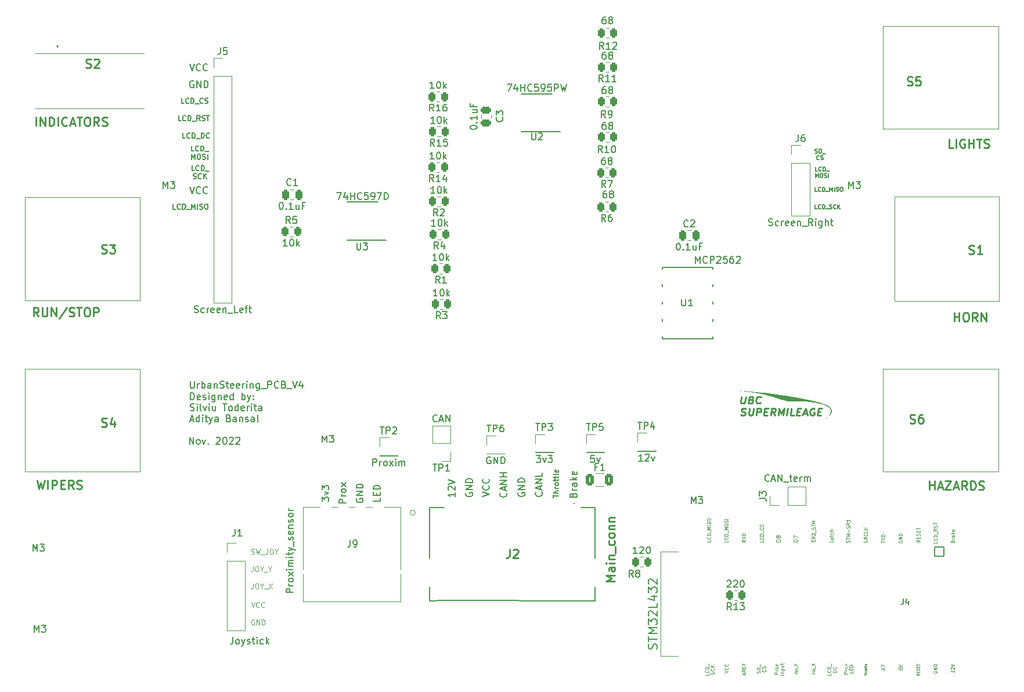
<source format=gto>
G04 #@! TF.GenerationSoftware,KiCad,Pcbnew,(6.0.7-1)-1*
G04 #@! TF.CreationDate,2022-12-01T13:22:29-08:00*
G04 #@! TF.ProjectId,UrbanSteering,55726261-6e53-4746-9565-72696e672e6b,rev?*
G04 #@! TF.SameCoordinates,Original*
G04 #@! TF.FileFunction,Legend,Top*
G04 #@! TF.FilePolarity,Positive*
%FSLAX46Y46*%
G04 Gerber Fmt 4.6, Leading zero omitted, Abs format (unit mm)*
G04 Created by KiCad (PCBNEW (6.0.7-1)-1) date 2022-12-01 13:22:29*
%MOMM*%
%LPD*%
G01*
G04 APERTURE LIST*
G04 Aperture macros list*
%AMRoundRect*
0 Rectangle with rounded corners*
0 $1 Rounding radius*
0 $2 $3 $4 $5 $6 $7 $8 $9 X,Y pos of 4 corners*
0 Add a 4 corners polygon primitive as box body*
4,1,4,$2,$3,$4,$5,$6,$7,$8,$9,$2,$3,0*
0 Add four circle primitives for the rounded corners*
1,1,$1+$1,$2,$3*
1,1,$1+$1,$4,$5*
1,1,$1+$1,$6,$7*
1,1,$1+$1,$8,$9*
0 Add four rect primitives between the rounded corners*
20,1,$1+$1,$2,$3,$4,$5,0*
20,1,$1+$1,$4,$5,$6,$7,0*
20,1,$1+$1,$6,$7,$8,$9,0*
20,1,$1+$1,$8,$9,$2,$3,0*%
G04 Aperture macros list end*
%ADD10C,0.100000*%
%ADD11C,0.075000*%
%ADD12C,0.150000*%
%ADD13C,0.200000*%
%ADD14C,0.250000*%
%ADD15C,0.125000*%
%ADD16C,0.080000*%
%ADD17C,0.254000*%
%ADD18C,0.120000*%
%ADD19C,0.152400*%
%ADD20RoundRect,0.101600X-0.654000X0.654000X-0.654000X-0.654000X0.654000X-0.654000X0.654000X0.654000X0*%
%ADD21C,1.511200*%
%ADD22C,1.300000*%
%ADD23C,1.524000*%
%ADD24R,1.498600X1.498600*%
%ADD25C,1.498600*%
%ADD26C,2.700000*%
%ADD27C,2.250000*%
%ADD28RoundRect,0.250000X0.262500X0.450000X-0.262500X0.450000X-0.262500X-0.450000X0.262500X-0.450000X0*%
%ADD29R,1.700000X1.700000*%
%ADD30C,3.200000*%
%ADD31R,1.050000X0.450000*%
%ADD32R,1.470000X0.895000*%
%ADD33O,1.700000X1.700000*%
%ADD34RoundRect,0.250000X-0.262500X-0.450000X0.262500X-0.450000X0.262500X0.450000X-0.262500X0.450000X0*%
%ADD35RoundRect,0.250000X-0.250000X-0.475000X0.250000X-0.475000X0.250000X0.475000X-0.250000X0.475000X0*%
%ADD36C,3.454400*%
%ADD37C,1.676400*%
%ADD38C,3.400000*%
%ADD39R,1.635000X1.635000*%
%ADD40C,1.635000*%
%ADD41RoundRect,0.250000X-0.375000X-0.625000X0.375000X-0.625000X0.375000X0.625000X-0.375000X0.625000X0*%
%ADD42RoundRect,0.250000X0.475000X-0.250000X0.475000X0.250000X-0.475000X0.250000X-0.475000X-0.250000X0*%
G04 APERTURE END LIST*
D10*
X213729407Y-130264797D02*
X213129407Y-130264797D01*
X213129407Y-130121940D01*
X213157979Y-130036225D01*
X213215121Y-129979082D01*
X213272264Y-129950511D01*
X213386550Y-129921940D01*
X213472264Y-129921940D01*
X213586550Y-129950511D01*
X213643693Y-129979082D01*
X213700836Y-130036225D01*
X213729407Y-130121940D01*
X213729407Y-130264797D01*
X213129407Y-129721940D02*
X213129407Y-129321940D01*
X213729407Y-129579082D01*
D11*
X223453693Y-149700511D02*
X223453693Y-149529082D01*
X223753693Y-149614797D02*
X223453693Y-149614797D01*
X223753693Y-149429082D02*
X223453693Y-149429082D01*
X223753693Y-149300511D02*
X223596550Y-149300511D01*
X223567979Y-149314797D01*
X223553693Y-149343368D01*
X223553693Y-149386225D01*
X223567979Y-149414797D01*
X223582264Y-149429082D01*
X223753693Y-149157654D02*
X223553693Y-149157654D01*
X223610836Y-149157654D02*
X223582264Y-149143368D01*
X223567979Y-149129082D01*
X223553693Y-149100511D01*
X223553693Y-149071940D01*
X223753693Y-148929082D02*
X223739407Y-148957654D01*
X223725121Y-148971940D01*
X223696550Y-148986225D01*
X223610836Y-148986225D01*
X223582264Y-148971940D01*
X223567979Y-148957654D01*
X223553693Y-148929082D01*
X223553693Y-148886225D01*
X223567979Y-148857654D01*
X223582264Y-148843368D01*
X223610836Y-148829082D01*
X223696550Y-148829082D01*
X223725121Y-148843368D01*
X223739407Y-148857654D01*
X223753693Y-148886225D01*
X223753693Y-148929082D01*
X223553693Y-148743368D02*
X223553693Y-148629082D01*
X223453693Y-148700511D02*
X223710836Y-148700511D01*
X223739407Y-148686225D01*
X223753693Y-148657654D01*
X223753693Y-148629082D01*
X223553693Y-148571940D02*
X223553693Y-148457654D01*
X223453693Y-148529082D02*
X223710836Y-148529082D01*
X223739407Y-148514797D01*
X223753693Y-148486225D01*
X223753693Y-148457654D01*
X223753693Y-148314797D02*
X223739407Y-148343368D01*
X223710836Y-148357654D01*
X223453693Y-148357654D01*
X223739407Y-148086225D02*
X223753693Y-148114797D01*
X223753693Y-148171940D01*
X223739407Y-148200511D01*
X223710836Y-148214797D01*
X223596550Y-148214797D01*
X223567979Y-148200511D01*
X223553693Y-148171940D01*
X223553693Y-148114797D01*
X223567979Y-148086225D01*
X223596550Y-148071940D01*
X223625121Y-148071940D01*
X223653693Y-148214797D01*
D12*
X172978379Y-123065444D02*
X172930759Y-123160682D01*
X172930759Y-123303540D01*
X172978379Y-123446397D01*
X173073617Y-123541635D01*
X173168855Y-123589254D01*
X173359331Y-123636873D01*
X173502188Y-123636873D01*
X173692664Y-123589254D01*
X173787902Y-123541635D01*
X173883140Y-123446397D01*
X173930759Y-123303540D01*
X173930759Y-123208301D01*
X173883140Y-123065444D01*
X173835521Y-123017825D01*
X173502188Y-123017825D01*
X173502188Y-123208301D01*
X173930759Y-122589254D02*
X172930759Y-122589254D01*
X173930759Y-122017825D01*
X172930759Y-122017825D01*
X173930759Y-121541635D02*
X172930759Y-121541635D01*
X172930759Y-121303540D01*
X172978379Y-121160682D01*
X173073617Y-121065444D01*
X173168855Y-121017825D01*
X173359331Y-120970206D01*
X173502188Y-120970206D01*
X173692664Y-121017825D01*
X173787902Y-121065444D01*
X173883140Y-121160682D01*
X173930759Y-121303540D01*
X173930759Y-121541635D01*
X125053445Y-78423520D02*
X125386779Y-79423520D01*
X125720112Y-78423520D01*
X126624874Y-79328282D02*
X126577255Y-79375901D01*
X126434398Y-79423520D01*
X126339159Y-79423520D01*
X126196302Y-79375901D01*
X126101064Y-79280663D01*
X126053445Y-79185425D01*
X126005826Y-78994949D01*
X126005826Y-78852092D01*
X126053445Y-78661616D01*
X126101064Y-78566378D01*
X126196302Y-78471140D01*
X126339159Y-78423520D01*
X126434398Y-78423520D01*
X126577255Y-78471140D01*
X126624874Y-78518759D01*
X127624874Y-79328282D02*
X127577255Y-79375901D01*
X127434398Y-79423520D01*
X127339159Y-79423520D01*
X127196302Y-79375901D01*
X127101064Y-79280663D01*
X127053445Y-79185425D01*
X127005826Y-78994949D01*
X127005826Y-78852092D01*
X127053445Y-78661616D01*
X127101064Y-78566378D01*
X127196302Y-78471140D01*
X127339159Y-78423520D01*
X127434398Y-78423520D01*
X127577255Y-78471140D01*
X127624874Y-78518759D01*
D10*
X208228659Y-149404473D02*
X208252469Y-149333044D01*
X208252469Y-149213997D01*
X208228659Y-149166378D01*
X208204850Y-149142568D01*
X208157231Y-149118759D01*
X208109612Y-149118759D01*
X208061993Y-149142568D01*
X208038183Y-149166378D01*
X208014374Y-149213997D01*
X207990564Y-149309235D01*
X207966755Y-149356854D01*
X207942945Y-149380663D01*
X207895326Y-149404473D01*
X207847707Y-149404473D01*
X207800088Y-149380663D01*
X207776279Y-149356854D01*
X207752469Y-149309235D01*
X207752469Y-149190187D01*
X207776279Y-149118759D01*
X208252469Y-148904473D02*
X207752469Y-148904473D01*
X207752469Y-148785425D01*
X207776279Y-148713997D01*
X207823898Y-148666378D01*
X207871517Y-148642568D01*
X207966755Y-148618759D01*
X208038183Y-148618759D01*
X208133421Y-148642568D01*
X208181040Y-148666378D01*
X208228659Y-148713997D01*
X208252469Y-148785425D01*
X208252469Y-148904473D01*
X208300088Y-148523520D02*
X208300088Y-148142568D01*
X209009850Y-148904473D02*
X209033659Y-148928282D01*
X209057469Y-148999711D01*
X209057469Y-149047330D01*
X209033659Y-149118759D01*
X208986040Y-149166378D01*
X208938421Y-149190187D01*
X208843183Y-149213997D01*
X208771755Y-149213997D01*
X208676517Y-149190187D01*
X208628898Y-149166378D01*
X208581279Y-149118759D01*
X208557469Y-149047330D01*
X208557469Y-148999711D01*
X208581279Y-148928282D01*
X208605088Y-148904473D01*
X209033659Y-148713997D02*
X209057469Y-148642568D01*
X209057469Y-148523520D01*
X209033659Y-148475901D01*
X209009850Y-148452092D01*
X208962231Y-148428282D01*
X208914612Y-148428282D01*
X208866993Y-148452092D01*
X208843183Y-148475901D01*
X208819374Y-148523520D01*
X208795564Y-148618759D01*
X208771755Y-148666378D01*
X208747945Y-148690187D01*
X208700326Y-148713997D01*
X208652707Y-148713997D01*
X208605088Y-148690187D01*
X208581279Y-148666378D01*
X208557469Y-148618759D01*
X208557469Y-148499711D01*
X208581279Y-148428282D01*
D13*
X125029921Y-115999520D02*
X125029921Y-114999520D01*
X125601350Y-115999520D01*
X125601350Y-114999520D01*
X126220398Y-115999520D02*
X126125159Y-115951901D01*
X126077540Y-115904282D01*
X126029921Y-115809044D01*
X126029921Y-115523330D01*
X126077540Y-115428092D01*
X126125159Y-115380473D01*
X126220398Y-115332854D01*
X126363255Y-115332854D01*
X126458493Y-115380473D01*
X126506112Y-115428092D01*
X126553731Y-115523330D01*
X126553731Y-115809044D01*
X126506112Y-115904282D01*
X126458493Y-115951901D01*
X126363255Y-115999520D01*
X126220398Y-115999520D01*
X126887064Y-115332854D02*
X127125159Y-115999520D01*
X127363255Y-115332854D01*
X127744207Y-115904282D02*
X127791826Y-115951901D01*
X127744207Y-115999520D01*
X127696588Y-115951901D01*
X127744207Y-115904282D01*
X127744207Y-115999520D01*
X128934683Y-115094759D02*
X128982302Y-115047140D01*
X129077540Y-114999520D01*
X129315636Y-114999520D01*
X129410874Y-115047140D01*
X129458493Y-115094759D01*
X129506112Y-115189997D01*
X129506112Y-115285235D01*
X129458493Y-115428092D01*
X128887064Y-115999520D01*
X129506112Y-115999520D01*
X130125159Y-114999520D02*
X130220398Y-114999520D01*
X130315636Y-115047140D01*
X130363255Y-115094759D01*
X130410874Y-115189997D01*
X130458493Y-115380473D01*
X130458493Y-115618568D01*
X130410874Y-115809044D01*
X130363255Y-115904282D01*
X130315636Y-115951901D01*
X130220398Y-115999520D01*
X130125159Y-115999520D01*
X130029921Y-115951901D01*
X129982302Y-115904282D01*
X129934683Y-115809044D01*
X129887064Y-115618568D01*
X129887064Y-115380473D01*
X129934683Y-115189997D01*
X129982302Y-115094759D01*
X130029921Y-115047140D01*
X130125159Y-114999520D01*
X130839445Y-115094759D02*
X130887064Y-115047140D01*
X130982302Y-114999520D01*
X131220398Y-114999520D01*
X131315636Y-115047140D01*
X131363255Y-115094759D01*
X131410874Y-115189997D01*
X131410874Y-115285235D01*
X131363255Y-115428092D01*
X130791826Y-115999520D01*
X131410874Y-115999520D01*
X131791826Y-115094759D02*
X131839445Y-115047140D01*
X131934683Y-114999520D01*
X132172779Y-114999520D01*
X132268017Y-115047140D01*
X132315636Y-115094759D01*
X132363255Y-115189997D01*
X132363255Y-115285235D01*
X132315636Y-115428092D01*
X131744207Y-115999520D01*
X132363255Y-115999520D01*
D12*
X152838359Y-123817597D02*
X152838359Y-124293787D01*
X151838359Y-124293787D01*
X152314550Y-123484263D02*
X152314550Y-123150930D01*
X152838359Y-123008073D02*
X152838359Y-123484263D01*
X151838359Y-123484263D01*
X151838359Y-123008073D01*
X152838359Y-122579501D02*
X151838359Y-122579501D01*
X151838359Y-122341406D01*
X151885979Y-122198549D01*
X151981217Y-122103311D01*
X152076455Y-122055692D01*
X152266931Y-122008073D01*
X152409788Y-122008073D01*
X152600264Y-122055692D01*
X152695502Y-122103311D01*
X152790740Y-122198549D01*
X152838359Y-122341406D01*
X152838359Y-122579501D01*
D14*
X205520820Y-109055920D02*
X205419630Y-109865444D01*
X205460106Y-109960682D01*
X205506534Y-110008301D01*
X205605344Y-110055920D01*
X205814868Y-110055920D01*
X205925582Y-110008301D01*
X205983915Y-109960682D01*
X206048201Y-109865444D01*
X206149392Y-109055920D01*
X206980344Y-109532111D02*
X207131534Y-109579730D01*
X207177963Y-109627349D01*
X207218439Y-109722587D01*
X207200582Y-109865444D01*
X207136296Y-109960682D01*
X207077963Y-110008301D01*
X206967249Y-110055920D01*
X206548201Y-110055920D01*
X206673201Y-109055920D01*
X207039868Y-109055920D01*
X207138677Y-109103540D01*
X207185106Y-109151159D01*
X207225582Y-109246397D01*
X207213677Y-109341635D01*
X207149392Y-109436873D01*
X207091058Y-109484492D01*
X206980344Y-109532111D01*
X206613677Y-109532111D01*
X208288677Y-109960682D02*
X208230344Y-110008301D01*
X208067249Y-110055920D01*
X207962487Y-110055920D01*
X207811296Y-110008301D01*
X207718439Y-109913063D01*
X207677963Y-109817825D01*
X207649392Y-109627349D01*
X207667249Y-109484492D01*
X207743439Y-109294016D01*
X207807725Y-109198778D01*
X207924392Y-109103540D01*
X208087487Y-109055920D01*
X208192249Y-109055920D01*
X208343439Y-109103540D01*
X208389868Y-109151159D01*
D12*
X125624874Y-63027940D02*
X125529636Y-62980320D01*
X125386779Y-62980320D01*
X125243921Y-63027940D01*
X125148683Y-63123178D01*
X125101064Y-63218416D01*
X125053445Y-63408892D01*
X125053445Y-63551749D01*
X125101064Y-63742225D01*
X125148683Y-63837463D01*
X125243921Y-63932701D01*
X125386779Y-63980320D01*
X125482017Y-63980320D01*
X125624874Y-63932701D01*
X125672493Y-63885082D01*
X125672493Y-63551749D01*
X125482017Y-63551749D01*
X126101064Y-63980320D02*
X126101064Y-62980320D01*
X126672493Y-63980320D01*
X126672493Y-62980320D01*
X127148683Y-63980320D02*
X127148683Y-62980320D01*
X127386779Y-62980320D01*
X127529636Y-63027940D01*
X127624874Y-63123178D01*
X127672493Y-63218416D01*
X127720112Y-63408892D01*
X127720112Y-63551749D01*
X127672493Y-63742225D01*
X127624874Y-63837463D01*
X127529636Y-63932701D01*
X127386779Y-63980320D01*
X127148683Y-63980320D01*
D15*
X134022779Y-139063225D02*
X134272779Y-139813225D01*
X134522779Y-139063225D01*
X135201350Y-139741797D02*
X135165636Y-139777511D01*
X135058493Y-139813225D01*
X134987064Y-139813225D01*
X134879921Y-139777511D01*
X134808493Y-139706082D01*
X134772779Y-139634654D01*
X134737064Y-139491797D01*
X134737064Y-139384654D01*
X134772779Y-139241797D01*
X134808493Y-139170368D01*
X134879921Y-139098940D01*
X134987064Y-139063225D01*
X135058493Y-139063225D01*
X135165636Y-139098940D01*
X135201350Y-139134654D01*
X135951350Y-139741797D02*
X135915636Y-139777511D01*
X135808493Y-139813225D01*
X135737064Y-139813225D01*
X135629921Y-139777511D01*
X135558493Y-139706082D01*
X135522779Y-139634654D01*
X135487064Y-139491797D01*
X135487064Y-139384654D01*
X135522779Y-139241797D01*
X135558493Y-139170368D01*
X135629921Y-139098940D01*
X135737064Y-139063225D01*
X135808493Y-139063225D01*
X135915636Y-139098940D01*
X135951350Y-139134654D01*
D10*
X228498779Y-130101292D02*
X228474969Y-130148911D01*
X228474969Y-130220340D01*
X228498779Y-130291768D01*
X228546398Y-130339387D01*
X228594017Y-130363197D01*
X228689255Y-130387006D01*
X228760683Y-130387006D01*
X228855921Y-130363197D01*
X228903540Y-130339387D01*
X228951159Y-130291768D01*
X228974969Y-130220340D01*
X228974969Y-130172720D01*
X228951159Y-130101292D01*
X228927350Y-130077482D01*
X228760683Y-130077482D01*
X228760683Y-130172720D01*
X228974969Y-129863197D02*
X228474969Y-129863197D01*
X228974969Y-129577482D01*
X228474969Y-129577482D01*
X228974969Y-129339387D02*
X228474969Y-129339387D01*
X228474969Y-129220340D01*
X228498779Y-129148911D01*
X228546398Y-129101292D01*
X228594017Y-129077482D01*
X228689255Y-129053673D01*
X228760683Y-129053673D01*
X228855921Y-129077482D01*
X228903540Y-129101292D01*
X228951159Y-129148911D01*
X228974969Y-129220340D01*
X228974969Y-129339387D01*
X221331159Y-130308301D02*
X221354969Y-130236873D01*
X221354969Y-130117825D01*
X221331159Y-130070206D01*
X221307350Y-130046397D01*
X221259731Y-130022587D01*
X221212112Y-130022587D01*
X221164493Y-130046397D01*
X221140683Y-130070206D01*
X221116874Y-130117825D01*
X221093064Y-130213063D01*
X221069255Y-130260682D01*
X221045445Y-130284492D01*
X220997826Y-130308301D01*
X220950207Y-130308301D01*
X220902588Y-130284492D01*
X220878779Y-130260682D01*
X220854969Y-130213063D01*
X220854969Y-130094016D01*
X220878779Y-130022587D01*
X220854969Y-129879730D02*
X220854969Y-129594016D01*
X221354969Y-129736873D02*
X220854969Y-129736873D01*
X221354969Y-129427349D02*
X220854969Y-129427349D01*
X221212112Y-129260682D01*
X220854969Y-129094016D01*
X221354969Y-129094016D01*
X221164493Y-128855920D02*
X221164493Y-128474968D01*
X221331159Y-128260682D02*
X221354969Y-128189254D01*
X221354969Y-128070206D01*
X221331159Y-128022587D01*
X221307350Y-127998778D01*
X221259731Y-127974968D01*
X221212112Y-127974968D01*
X221164493Y-127998778D01*
X221140683Y-128022587D01*
X221116874Y-128070206D01*
X221093064Y-128165444D01*
X221069255Y-128213063D01*
X221045445Y-128236873D01*
X220997826Y-128260682D01*
X220950207Y-128260682D01*
X220902588Y-128236873D01*
X220878779Y-128213063D01*
X220854969Y-128165444D01*
X220854969Y-128046397D01*
X220878779Y-127974968D01*
X221354969Y-127474968D02*
X221116874Y-127641635D01*
X221354969Y-127760682D02*
X220854969Y-127760682D01*
X220854969Y-127570206D01*
X220878779Y-127522587D01*
X220902588Y-127498778D01*
X220950207Y-127474968D01*
X221021636Y-127474968D01*
X221069255Y-127498778D01*
X221093064Y-127522587D01*
X221116874Y-127570206D01*
X221116874Y-127760682D01*
X221354969Y-126998778D02*
X221354969Y-127284492D01*
X221354969Y-127141635D02*
X220854969Y-127141635D01*
X220926398Y-127189254D01*
X220974017Y-127236873D01*
X220997826Y-127284492D01*
X228474969Y-148662378D02*
X228474969Y-148900473D01*
X228713064Y-148924282D01*
X228689255Y-148900473D01*
X228665445Y-148852854D01*
X228665445Y-148733806D01*
X228689255Y-148686187D01*
X228713064Y-148662378D01*
X228760683Y-148638568D01*
X228879731Y-148638568D01*
X228927350Y-148662378D01*
X228951159Y-148686187D01*
X228974969Y-148733806D01*
X228974969Y-148852854D01*
X228951159Y-148900473D01*
X228927350Y-148924282D01*
X228474969Y-148495711D02*
X228974969Y-148329044D01*
X228474969Y-148162378D01*
D16*
X231469731Y-149503692D02*
X231279255Y-149637025D01*
X231469731Y-149732263D02*
X231069731Y-149732263D01*
X231069731Y-149579882D01*
X231088779Y-149541787D01*
X231107826Y-149522740D01*
X231145921Y-149503692D01*
X231203064Y-149503692D01*
X231241159Y-149522740D01*
X231260207Y-149541787D01*
X231279255Y-149579882D01*
X231279255Y-149732263D01*
X231260207Y-149332263D02*
X231260207Y-149198930D01*
X231469731Y-149141787D02*
X231469731Y-149332263D01*
X231069731Y-149332263D01*
X231069731Y-149141787D01*
X231450683Y-148989406D02*
X231469731Y-148932263D01*
X231469731Y-148837025D01*
X231450683Y-148798930D01*
X231431636Y-148779882D01*
X231393540Y-148760835D01*
X231355445Y-148760835D01*
X231317350Y-148779882D01*
X231298302Y-148798930D01*
X231279255Y-148837025D01*
X231260207Y-148913216D01*
X231241159Y-148951311D01*
X231222112Y-148970359D01*
X231184017Y-148989406D01*
X231145921Y-148989406D01*
X231107826Y-148970359D01*
X231088779Y-148951311D01*
X231069731Y-148913216D01*
X231069731Y-148817978D01*
X231088779Y-148760835D01*
X231260207Y-148589406D02*
X231260207Y-148456073D01*
X231469731Y-148398930D02*
X231469731Y-148589406D01*
X231069731Y-148589406D01*
X231069731Y-148398930D01*
X231069731Y-148284644D02*
X231069731Y-148056073D01*
X231469731Y-148170359D02*
X231069731Y-148170359D01*
D10*
X218865769Y-130019501D02*
X218865769Y-130257597D01*
X218365769Y-130257597D01*
X218865769Y-129638549D02*
X218603864Y-129638549D01*
X218556245Y-129662359D01*
X218532436Y-129709978D01*
X218532436Y-129805216D01*
X218556245Y-129852835D01*
X218841959Y-129638549D02*
X218865769Y-129686168D01*
X218865769Y-129805216D01*
X218841959Y-129852835D01*
X218794340Y-129876644D01*
X218746721Y-129876644D01*
X218699102Y-129852835D01*
X218675293Y-129805216D01*
X218675293Y-129686168D01*
X218651483Y-129638549D01*
X218532436Y-129471882D02*
X218532436Y-129281406D01*
X218365769Y-129400454D02*
X218794340Y-129400454D01*
X218841959Y-129376644D01*
X218865769Y-129329025D01*
X218865769Y-129281406D01*
X218841959Y-128900454D02*
X218865769Y-128948073D01*
X218865769Y-129043311D01*
X218841959Y-129090930D01*
X218818150Y-129114740D01*
X218770531Y-129138549D01*
X218627674Y-129138549D01*
X218580055Y-129114740D01*
X218556245Y-129090930D01*
X218532436Y-129043311D01*
X218532436Y-128948073D01*
X218556245Y-128900454D01*
X218865769Y-128686168D02*
X218365769Y-128686168D01*
X218865769Y-128471882D02*
X218603864Y-128471882D01*
X218556245Y-128495692D01*
X218532436Y-128543311D01*
X218532436Y-128614740D01*
X218556245Y-128662359D01*
X218580055Y-128686168D01*
X203074969Y-149386206D02*
X203574969Y-149219540D01*
X203074969Y-149052873D01*
X203527350Y-148600492D02*
X203551159Y-148624301D01*
X203574969Y-148695730D01*
X203574969Y-148743349D01*
X203551159Y-148814778D01*
X203503540Y-148862397D01*
X203455921Y-148886206D01*
X203360683Y-148910016D01*
X203289255Y-148910016D01*
X203194017Y-148886206D01*
X203146398Y-148862397D01*
X203098779Y-148814778D01*
X203074969Y-148743349D01*
X203074969Y-148695730D01*
X203098779Y-148624301D01*
X203122588Y-148600492D01*
X203527350Y-148100492D02*
X203551159Y-148124301D01*
X203574969Y-148195730D01*
X203574969Y-148243349D01*
X203551159Y-148314778D01*
X203503540Y-148362397D01*
X203455921Y-148386206D01*
X203360683Y-148410016D01*
X203289255Y-148410016D01*
X203194017Y-148386206D01*
X203146398Y-148362397D01*
X203098779Y-148314778D01*
X203074969Y-148243349D01*
X203074969Y-148195730D01*
X203098779Y-148124301D01*
X203122588Y-148100492D01*
X210843269Y-149586225D02*
X210343269Y-149586225D01*
X210343269Y-149395749D01*
X210367079Y-149348130D01*
X210390888Y-149324320D01*
X210438507Y-149300511D01*
X210509936Y-149300511D01*
X210557555Y-149324320D01*
X210581364Y-149348130D01*
X210605174Y-149395749D01*
X210605174Y-149586225D01*
X210843269Y-149086225D02*
X210509936Y-149086225D01*
X210605174Y-149086225D02*
X210557555Y-149062416D01*
X210533745Y-149038606D01*
X210509936Y-148990987D01*
X210509936Y-148943368D01*
X210843269Y-148705273D02*
X210819459Y-148752892D01*
X210795650Y-148776701D01*
X210748031Y-148800511D01*
X210605174Y-148800511D01*
X210557555Y-148776701D01*
X210533745Y-148752892D01*
X210509936Y-148705273D01*
X210509936Y-148633844D01*
X210533745Y-148586225D01*
X210557555Y-148562416D01*
X210605174Y-148538606D01*
X210748031Y-148538606D01*
X210795650Y-148562416D01*
X210819459Y-148586225D01*
X210843269Y-148633844D01*
X210843269Y-148705273D01*
X210843269Y-148371940D02*
X210509936Y-148110035D01*
X210509936Y-148371940D02*
X210843269Y-148110035D01*
X211648269Y-149693368D02*
X211148269Y-149693368D01*
X211314936Y-149455273D02*
X211648269Y-149455273D01*
X211362555Y-149455273D02*
X211338745Y-149431463D01*
X211314936Y-149383844D01*
X211314936Y-149312416D01*
X211338745Y-149264797D01*
X211386364Y-149240987D01*
X211648269Y-149240987D01*
X211314936Y-149002892D02*
X211814936Y-149002892D01*
X211338745Y-149002892D02*
X211314936Y-148955273D01*
X211314936Y-148860035D01*
X211338745Y-148812416D01*
X211362555Y-148788606D01*
X211410174Y-148764797D01*
X211553031Y-148764797D01*
X211600650Y-148788606D01*
X211624459Y-148812416D01*
X211648269Y-148860035D01*
X211648269Y-148955273D01*
X211624459Y-149002892D01*
X211314936Y-148336225D02*
X211648269Y-148336225D01*
X211314936Y-148550511D02*
X211576840Y-148550511D01*
X211624459Y-148526701D01*
X211648269Y-148479082D01*
X211648269Y-148407654D01*
X211624459Y-148360035D01*
X211600650Y-148336225D01*
X211314936Y-148169559D02*
X211314936Y-147979082D01*
X211148269Y-148098130D02*
X211576840Y-148098130D01*
X211624459Y-148074320D01*
X211648269Y-148026701D01*
X211648269Y-147979082D01*
X205972112Y-149630663D02*
X205972112Y-149392568D01*
X206114969Y-149678282D02*
X205614969Y-149511616D01*
X206114969Y-149344949D01*
X206114969Y-148892568D02*
X205876874Y-149059235D01*
X206114969Y-149178282D02*
X205614969Y-149178282D01*
X205614969Y-148987806D01*
X205638779Y-148940187D01*
X205662588Y-148916378D01*
X205710207Y-148892568D01*
X205781636Y-148892568D01*
X205829255Y-148916378D01*
X205853064Y-148940187D01*
X205876874Y-148987806D01*
X205876874Y-149178282D01*
X205853064Y-148678282D02*
X205853064Y-148511616D01*
X206114969Y-148440187D02*
X206114969Y-148678282D01*
X205614969Y-148678282D01*
X205614969Y-148440187D01*
X205853064Y-148059235D02*
X205853064Y-148225901D01*
X206114969Y-148225901D02*
X205614969Y-148225901D01*
X205614969Y-147987806D01*
X220952469Y-149535425D02*
X220452469Y-149535425D01*
X220452469Y-149344949D01*
X220476279Y-149297330D01*
X220500088Y-149273520D01*
X220547707Y-149249711D01*
X220619136Y-149249711D01*
X220666755Y-149273520D01*
X220690564Y-149297330D01*
X220714374Y-149344949D01*
X220714374Y-149535425D01*
X220952469Y-149035425D02*
X220619136Y-149035425D01*
X220714374Y-149035425D02*
X220666755Y-149011616D01*
X220642945Y-148987806D01*
X220619136Y-148940187D01*
X220619136Y-148892568D01*
X220952469Y-148654473D02*
X220928659Y-148702092D01*
X220904850Y-148725901D01*
X220857231Y-148749711D01*
X220714374Y-148749711D01*
X220666755Y-148725901D01*
X220642945Y-148702092D01*
X220619136Y-148654473D01*
X220619136Y-148583044D01*
X220642945Y-148535425D01*
X220666755Y-148511616D01*
X220714374Y-148487806D01*
X220857231Y-148487806D01*
X220904850Y-148511616D01*
X220928659Y-148535425D01*
X220952469Y-148583044D01*
X220952469Y-148654473D01*
X220952469Y-148321140D02*
X220619136Y-148059235D01*
X220619136Y-148321140D02*
X220952469Y-148059235D01*
X221757469Y-149142568D02*
X221757469Y-149380663D01*
X221257469Y-149380663D01*
X221495564Y-148975901D02*
X221495564Y-148809235D01*
X221757469Y-148737806D02*
X221757469Y-148975901D01*
X221257469Y-148975901D01*
X221257469Y-148737806D01*
X221757469Y-148523520D02*
X221257469Y-148523520D01*
X221257469Y-148404473D01*
X221281279Y-148333044D01*
X221328898Y-148285425D01*
X221376517Y-148261616D01*
X221471755Y-148237806D01*
X221543183Y-148237806D01*
X221638421Y-148261616D01*
X221686040Y-148285425D01*
X221733659Y-148333044D01*
X221757469Y-148404473D01*
X221757469Y-148523520D01*
D12*
X176375521Y-122995559D02*
X176423140Y-123043178D01*
X176470759Y-123186035D01*
X176470759Y-123281273D01*
X176423140Y-123424130D01*
X176327902Y-123519368D01*
X176232664Y-123566987D01*
X176042188Y-123614606D01*
X175899331Y-123614606D01*
X175708855Y-123566987D01*
X175613617Y-123519368D01*
X175518379Y-123424130D01*
X175470759Y-123281273D01*
X175470759Y-123186035D01*
X175518379Y-123043178D01*
X175565998Y-122995559D01*
X176185045Y-122614606D02*
X176185045Y-122138416D01*
X176470759Y-122709844D02*
X175470759Y-122376511D01*
X176470759Y-122043178D01*
X176470759Y-121709844D02*
X175470759Y-121709844D01*
X176470759Y-121138416D01*
X175470759Y-121138416D01*
X176470759Y-120186035D02*
X176470759Y-120662225D01*
X175470759Y-120662225D01*
X171193921Y-123114606D02*
X171241540Y-123162225D01*
X171289159Y-123305082D01*
X171289159Y-123400320D01*
X171241540Y-123543178D01*
X171146302Y-123638416D01*
X171051064Y-123686035D01*
X170860588Y-123733654D01*
X170717731Y-123733654D01*
X170527255Y-123686035D01*
X170432017Y-123638416D01*
X170336779Y-123543178D01*
X170289159Y-123400320D01*
X170289159Y-123305082D01*
X170336779Y-123162225D01*
X170384398Y-123114606D01*
X171003445Y-122733654D02*
X171003445Y-122257463D01*
X171289159Y-122828892D02*
X170289159Y-122495559D01*
X171289159Y-122162225D01*
X171289159Y-121828892D02*
X170289159Y-121828892D01*
X171289159Y-121257463D01*
X170289159Y-121257463D01*
X171289159Y-120781273D02*
X170289159Y-120781273D01*
X170765350Y-120781273D02*
X170765350Y-120209844D01*
X171289159Y-120209844D02*
X170289159Y-120209844D01*
D10*
X200734069Y-149458454D02*
X200734069Y-149696549D01*
X200234069Y-149696549D01*
X200686450Y-149006073D02*
X200710259Y-149029882D01*
X200734069Y-149101311D01*
X200734069Y-149148930D01*
X200710259Y-149220359D01*
X200662640Y-149267978D01*
X200615021Y-149291787D01*
X200519783Y-149315597D01*
X200448355Y-149315597D01*
X200353117Y-149291787D01*
X200305498Y-149267978D01*
X200257879Y-149220359D01*
X200234069Y-149148930D01*
X200234069Y-149101311D01*
X200257879Y-149029882D01*
X200281688Y-149006073D01*
X200734069Y-148791787D02*
X200234069Y-148791787D01*
X200234069Y-148672740D01*
X200257879Y-148601311D01*
X200305498Y-148553692D01*
X200353117Y-148529882D01*
X200448355Y-148506073D01*
X200519783Y-148506073D01*
X200615021Y-148529882D01*
X200662640Y-148553692D01*
X200710259Y-148601311D01*
X200734069Y-148672740D01*
X200734069Y-148791787D01*
X200781688Y-148410835D02*
X200781688Y-148029882D01*
X201515259Y-149565597D02*
X201539069Y-149494168D01*
X201539069Y-149375120D01*
X201515259Y-149327501D01*
X201491450Y-149303692D01*
X201443831Y-149279882D01*
X201396212Y-149279882D01*
X201348593Y-149303692D01*
X201324783Y-149327501D01*
X201300974Y-149375120D01*
X201277164Y-149470359D01*
X201253355Y-149517978D01*
X201229545Y-149541787D01*
X201181926Y-149565597D01*
X201134307Y-149565597D01*
X201086688Y-149541787D01*
X201062879Y-149517978D01*
X201039069Y-149470359D01*
X201039069Y-149351311D01*
X201062879Y-149279882D01*
X201491450Y-148779882D02*
X201515259Y-148803692D01*
X201539069Y-148875120D01*
X201539069Y-148922740D01*
X201515259Y-148994168D01*
X201467640Y-149041787D01*
X201420021Y-149065597D01*
X201324783Y-149089406D01*
X201253355Y-149089406D01*
X201158117Y-149065597D01*
X201110498Y-149041787D01*
X201062879Y-148994168D01*
X201039069Y-148922740D01*
X201039069Y-148875120D01*
X201062879Y-148803692D01*
X201086688Y-148779882D01*
X201539069Y-148565597D02*
X201039069Y-148565597D01*
X201539069Y-148279882D02*
X201253355Y-148494168D01*
X201039069Y-148279882D02*
X201324783Y-148565597D01*
D12*
X216263179Y-73498597D02*
X216348893Y-73527168D01*
X216491750Y-73527168D01*
X216548893Y-73498597D01*
X216577464Y-73470025D01*
X216606036Y-73412882D01*
X216606036Y-73355740D01*
X216577464Y-73298597D01*
X216548893Y-73270025D01*
X216491750Y-73241454D01*
X216377464Y-73212882D01*
X216320321Y-73184311D01*
X216291750Y-73155740D01*
X216263179Y-73098597D01*
X216263179Y-73041454D01*
X216291750Y-72984311D01*
X216320321Y-72955740D01*
X216377464Y-72927168D01*
X216520321Y-72927168D01*
X216606036Y-72955740D01*
X216863179Y-73527168D02*
X216863179Y-72927168D01*
X217006036Y-72927168D01*
X217091750Y-72955740D01*
X217148893Y-73012882D01*
X217177464Y-73070025D01*
X217206036Y-73184311D01*
X217206036Y-73270025D01*
X217177464Y-73384311D01*
X217148893Y-73441454D01*
X217091750Y-73498597D01*
X217006036Y-73527168D01*
X216863179Y-73527168D01*
X217320321Y-73584311D02*
X217777464Y-73584311D01*
X216863179Y-74436025D02*
X216834607Y-74464597D01*
X216748893Y-74493168D01*
X216691750Y-74493168D01*
X216606036Y-74464597D01*
X216548893Y-74407454D01*
X216520321Y-74350311D01*
X216491750Y-74236025D01*
X216491750Y-74150311D01*
X216520321Y-74036025D01*
X216548893Y-73978882D01*
X216606036Y-73921740D01*
X216691750Y-73893168D01*
X216748893Y-73893168D01*
X216834607Y-73921740D01*
X216863179Y-73950311D01*
X217091750Y-74464597D02*
X217177464Y-74493168D01*
X217320321Y-74493168D01*
X217377464Y-74464597D01*
X217406036Y-74436025D01*
X217434607Y-74378882D01*
X217434607Y-74321740D01*
X217406036Y-74264597D01*
X217377464Y-74236025D01*
X217320321Y-74207454D01*
X217206036Y-74178882D01*
X217148893Y-74150311D01*
X217120321Y-74121740D01*
X217091750Y-74064597D01*
X217091750Y-74007454D01*
X217120321Y-73950311D01*
X217148893Y-73921740D01*
X217206036Y-73893168D01*
X217348893Y-73893168D01*
X217434607Y-73921740D01*
D10*
X223871159Y-130358378D02*
X223894969Y-130286949D01*
X223894969Y-130167901D01*
X223871159Y-130120282D01*
X223847350Y-130096473D01*
X223799731Y-130072663D01*
X223752112Y-130072663D01*
X223704493Y-130096473D01*
X223680683Y-130120282D01*
X223656874Y-130167901D01*
X223633064Y-130263140D01*
X223609255Y-130310759D01*
X223585445Y-130334568D01*
X223537826Y-130358378D01*
X223490207Y-130358378D01*
X223442588Y-130334568D01*
X223418779Y-130310759D01*
X223394969Y-130263140D01*
X223394969Y-130144092D01*
X223418779Y-130072663D01*
X223894969Y-129572663D02*
X223656874Y-129739330D01*
X223894969Y-129858378D02*
X223394969Y-129858378D01*
X223394969Y-129667901D01*
X223418779Y-129620282D01*
X223442588Y-129596473D01*
X223490207Y-129572663D01*
X223561636Y-129572663D01*
X223609255Y-129596473D01*
X223633064Y-129620282D01*
X223656874Y-129667901D01*
X223656874Y-129858378D01*
X223847350Y-129072663D02*
X223871159Y-129096473D01*
X223894969Y-129167901D01*
X223894969Y-129215520D01*
X223871159Y-129286949D01*
X223823540Y-129334568D01*
X223775921Y-129358378D01*
X223680683Y-129382187D01*
X223609255Y-129382187D01*
X223514017Y-129358378D01*
X223466398Y-129334568D01*
X223418779Y-129286949D01*
X223394969Y-129215520D01*
X223394969Y-129167901D01*
X223418779Y-129096473D01*
X223442588Y-129072663D01*
X223894969Y-128620282D02*
X223894969Y-128858378D01*
X223394969Y-128858378D01*
X223894969Y-128453616D02*
X223394969Y-128453616D01*
X223894969Y-128167901D02*
X223609255Y-128382187D01*
X223394969Y-128167901D02*
X223680683Y-128453616D01*
D12*
X125735607Y-76065075D02*
X125378464Y-76065075D01*
X125378464Y-75315075D01*
X126414179Y-75993647D02*
X126378464Y-76029361D01*
X126271321Y-76065075D01*
X126199893Y-76065075D01*
X126092750Y-76029361D01*
X126021321Y-75957932D01*
X125985607Y-75886504D01*
X125949893Y-75743647D01*
X125949893Y-75636504D01*
X125985607Y-75493647D01*
X126021321Y-75422218D01*
X126092750Y-75350790D01*
X126199893Y-75315075D01*
X126271321Y-75315075D01*
X126378464Y-75350790D01*
X126414179Y-75386504D01*
X126735607Y-76065075D02*
X126735607Y-75315075D01*
X126914179Y-75315075D01*
X127021321Y-75350790D01*
X127092750Y-75422218D01*
X127128464Y-75493647D01*
X127164179Y-75636504D01*
X127164179Y-75743647D01*
X127128464Y-75886504D01*
X127092750Y-75957932D01*
X127021321Y-76029361D01*
X126914179Y-76065075D01*
X126735607Y-76065075D01*
X127307036Y-76136504D02*
X127878464Y-76136504D01*
X125574893Y-77236861D02*
X125682036Y-77272575D01*
X125860607Y-77272575D01*
X125932036Y-77236861D01*
X125967750Y-77201147D01*
X126003464Y-77129718D01*
X126003464Y-77058290D01*
X125967750Y-76986861D01*
X125932036Y-76951147D01*
X125860607Y-76915432D01*
X125717750Y-76879718D01*
X125646321Y-76844004D01*
X125610607Y-76808290D01*
X125574893Y-76736861D01*
X125574893Y-76665432D01*
X125610607Y-76594004D01*
X125646321Y-76558290D01*
X125717750Y-76522575D01*
X125896321Y-76522575D01*
X126003464Y-76558290D01*
X126753464Y-77201147D02*
X126717750Y-77236861D01*
X126610607Y-77272575D01*
X126539179Y-77272575D01*
X126432036Y-77236861D01*
X126360607Y-77165432D01*
X126324893Y-77094004D01*
X126289179Y-76951147D01*
X126289179Y-76844004D01*
X126324893Y-76701147D01*
X126360607Y-76629718D01*
X126432036Y-76558290D01*
X126539179Y-76522575D01*
X126610607Y-76522575D01*
X126717750Y-76558290D01*
X126753464Y-76594004D01*
X127074893Y-77272575D02*
X127074893Y-76522575D01*
X127503464Y-77272575D02*
X127182036Y-76844004D01*
X127503464Y-76522575D02*
X127074893Y-76951147D01*
X124241464Y-66254825D02*
X123884321Y-66254825D01*
X123884321Y-65504825D01*
X124920036Y-66183397D02*
X124884321Y-66219111D01*
X124777179Y-66254825D01*
X124705750Y-66254825D01*
X124598607Y-66219111D01*
X124527179Y-66147682D01*
X124491464Y-66076254D01*
X124455750Y-65933397D01*
X124455750Y-65826254D01*
X124491464Y-65683397D01*
X124527179Y-65611968D01*
X124598607Y-65540540D01*
X124705750Y-65504825D01*
X124777179Y-65504825D01*
X124884321Y-65540540D01*
X124920036Y-65576254D01*
X125241464Y-66254825D02*
X125241464Y-65504825D01*
X125420036Y-65504825D01*
X125527179Y-65540540D01*
X125598607Y-65611968D01*
X125634321Y-65683397D01*
X125670036Y-65826254D01*
X125670036Y-65933397D01*
X125634321Y-66076254D01*
X125598607Y-66147682D01*
X125527179Y-66219111D01*
X125420036Y-66254825D01*
X125241464Y-66254825D01*
X125812893Y-66326254D02*
X126384321Y-66326254D01*
X126991464Y-66183397D02*
X126955750Y-66219111D01*
X126848607Y-66254825D01*
X126777179Y-66254825D01*
X126670036Y-66219111D01*
X126598607Y-66147682D01*
X126562893Y-66076254D01*
X126527179Y-65933397D01*
X126527179Y-65826254D01*
X126562893Y-65683397D01*
X126598607Y-65611968D01*
X126670036Y-65540540D01*
X126777179Y-65504825D01*
X126848607Y-65504825D01*
X126955750Y-65540540D01*
X126991464Y-65576254D01*
X127277179Y-66219111D02*
X127384321Y-66254825D01*
X127562893Y-66254825D01*
X127634321Y-66219111D01*
X127670036Y-66183397D01*
X127705750Y-66111968D01*
X127705750Y-66040540D01*
X127670036Y-65969111D01*
X127634321Y-65933397D01*
X127562893Y-65897682D01*
X127420036Y-65861968D01*
X127348607Y-65826254D01*
X127312893Y-65790540D01*
X127277179Y-65719111D01*
X127277179Y-65647682D01*
X127312893Y-65576254D01*
X127348607Y-65540540D01*
X127420036Y-65504825D01*
X127598607Y-65504825D01*
X127705750Y-65540540D01*
X180976150Y-123420949D02*
X181023769Y-123278092D01*
X181071388Y-123230473D01*
X181166626Y-123182854D01*
X181309483Y-123182854D01*
X181404721Y-123230473D01*
X181452340Y-123278092D01*
X181499959Y-123373330D01*
X181499959Y-123754282D01*
X180499959Y-123754282D01*
X180499959Y-123420949D01*
X180547579Y-123325711D01*
X180595198Y-123278092D01*
X180690436Y-123230473D01*
X180785674Y-123230473D01*
X180880912Y-123278092D01*
X180928531Y-123325711D01*
X180976150Y-123420949D01*
X180976150Y-123754282D01*
X181499959Y-122754282D02*
X180833293Y-122754282D01*
X181023769Y-122754282D02*
X180928531Y-122706663D01*
X180880912Y-122659044D01*
X180833293Y-122563806D01*
X180833293Y-122468568D01*
X181499959Y-121706663D02*
X180976150Y-121706663D01*
X180880912Y-121754282D01*
X180833293Y-121849520D01*
X180833293Y-122039997D01*
X180880912Y-122135235D01*
X181452340Y-121706663D02*
X181499959Y-121801901D01*
X181499959Y-122039997D01*
X181452340Y-122135235D01*
X181357102Y-122182854D01*
X181261864Y-122182854D01*
X181166626Y-122135235D01*
X181119007Y-122039997D01*
X181119007Y-121801901D01*
X181071388Y-121706663D01*
X181499959Y-121230473D02*
X180499959Y-121230473D01*
X181119007Y-121135235D02*
X181499959Y-120849520D01*
X180833293Y-120849520D02*
X181214245Y-121230473D01*
X181452340Y-120039997D02*
X181499959Y-120135235D01*
X181499959Y-120325711D01*
X181452340Y-120420949D01*
X181357102Y-120468568D01*
X180976150Y-120468568D01*
X180880912Y-120420949D01*
X180833293Y-120325711D01*
X180833293Y-120135235D01*
X180880912Y-120039997D01*
X180976150Y-119992378D01*
X181071388Y-119992378D01*
X181166626Y-120468568D01*
X147838359Y-124603311D02*
X146838359Y-124603311D01*
X146838359Y-124222359D01*
X146885979Y-124127120D01*
X146933598Y-124079501D01*
X147028836Y-124031882D01*
X147171693Y-124031882D01*
X147266931Y-124079501D01*
X147314550Y-124127120D01*
X147362169Y-124222359D01*
X147362169Y-124603311D01*
X147838359Y-123603311D02*
X147171693Y-123603311D01*
X147362169Y-123603311D02*
X147266931Y-123555692D01*
X147219312Y-123508073D01*
X147171693Y-123412835D01*
X147171693Y-123317597D01*
X147838359Y-122841406D02*
X147790740Y-122936644D01*
X147743121Y-122984263D01*
X147647883Y-123031882D01*
X147362169Y-123031882D01*
X147266931Y-122984263D01*
X147219312Y-122936644D01*
X147171693Y-122841406D01*
X147171693Y-122698549D01*
X147219312Y-122603311D01*
X147266931Y-122555692D01*
X147362169Y-122508073D01*
X147647883Y-122508073D01*
X147743121Y-122555692D01*
X147790740Y-122603311D01*
X147838359Y-122698549D01*
X147838359Y-122841406D01*
X147838359Y-122174740D02*
X147171693Y-121650930D01*
X147171693Y-122174740D02*
X147838359Y-121650930D01*
D15*
X134008607Y-132005111D02*
X134115750Y-132040825D01*
X134294321Y-132040825D01*
X134365750Y-132005111D01*
X134401464Y-131969397D01*
X134437179Y-131897968D01*
X134437179Y-131826540D01*
X134401464Y-131755111D01*
X134365750Y-131719397D01*
X134294321Y-131683682D01*
X134151464Y-131647968D01*
X134080036Y-131612254D01*
X134044321Y-131576540D01*
X134008607Y-131505111D01*
X134008607Y-131433682D01*
X134044321Y-131362254D01*
X134080036Y-131326540D01*
X134151464Y-131290825D01*
X134330036Y-131290825D01*
X134437179Y-131326540D01*
X134687179Y-131290825D02*
X134865750Y-132040825D01*
X135008607Y-131505111D01*
X135151464Y-132040825D01*
X135330036Y-131290825D01*
X135437179Y-132112254D02*
X136008607Y-132112254D01*
X136401464Y-131290825D02*
X136401464Y-131826540D01*
X136365750Y-131933682D01*
X136294321Y-132005111D01*
X136187179Y-132040825D01*
X136115750Y-132040825D01*
X136901464Y-131290825D02*
X137044321Y-131290825D01*
X137115750Y-131326540D01*
X137187179Y-131397968D01*
X137222893Y-131540825D01*
X137222893Y-131790825D01*
X137187179Y-131933682D01*
X137115750Y-132005111D01*
X137044321Y-132040825D01*
X136901464Y-132040825D01*
X136830036Y-132005111D01*
X136758607Y-131933682D01*
X136722893Y-131790825D01*
X136722893Y-131540825D01*
X136758607Y-131397968D01*
X136830036Y-131326540D01*
X136901464Y-131290825D01*
X137687179Y-131683682D02*
X137687179Y-132040825D01*
X137437179Y-131290825D02*
X137687179Y-131683682D01*
X137937179Y-131290825D01*
D12*
X125053445Y-60491120D02*
X125386779Y-61491120D01*
X125720112Y-60491120D01*
X126624874Y-61395882D02*
X126577255Y-61443501D01*
X126434398Y-61491120D01*
X126339159Y-61491120D01*
X126196302Y-61443501D01*
X126101064Y-61348263D01*
X126053445Y-61253025D01*
X126005826Y-61062549D01*
X126005826Y-60919692D01*
X126053445Y-60729216D01*
X126101064Y-60633978D01*
X126196302Y-60538740D01*
X126339159Y-60491120D01*
X126434398Y-60491120D01*
X126577255Y-60538740D01*
X126624874Y-60586359D01*
X127624874Y-61395882D02*
X127577255Y-61443501D01*
X127434398Y-61491120D01*
X127339159Y-61491120D01*
X127196302Y-61443501D01*
X127101064Y-61348263D01*
X127053445Y-61253025D01*
X127005826Y-61062549D01*
X127005826Y-60919692D01*
X127053445Y-60729216D01*
X127101064Y-60633978D01*
X127196302Y-60538740D01*
X127339159Y-60491120D01*
X127434398Y-60491120D01*
X127577255Y-60538740D01*
X127624874Y-60586359D01*
D10*
X216251159Y-130240054D02*
X216274969Y-130168625D01*
X216274969Y-130049578D01*
X216251159Y-130001959D01*
X216227350Y-129978149D01*
X216179731Y-129954340D01*
X216132112Y-129954340D01*
X216084493Y-129978149D01*
X216060683Y-130001959D01*
X216036874Y-130049578D01*
X216013064Y-130144816D01*
X215989255Y-130192435D01*
X215965445Y-130216244D01*
X215917826Y-130240054D01*
X215870207Y-130240054D01*
X215822588Y-130216244D01*
X215798779Y-130192435D01*
X215774969Y-130144816D01*
X215774969Y-130025768D01*
X215798779Y-129954340D01*
X216274969Y-129454340D02*
X216036874Y-129621006D01*
X216274969Y-129740054D02*
X215774969Y-129740054D01*
X215774969Y-129549578D01*
X215798779Y-129501959D01*
X215822588Y-129478149D01*
X215870207Y-129454340D01*
X215941636Y-129454340D01*
X215989255Y-129478149D01*
X216013064Y-129501959D01*
X216036874Y-129549578D01*
X216036874Y-129740054D01*
X215822588Y-129263863D02*
X215798779Y-129240054D01*
X215774969Y-129192435D01*
X215774969Y-129073387D01*
X215798779Y-129025768D01*
X215822588Y-129001959D01*
X215870207Y-128978149D01*
X215917826Y-128978149D01*
X215989255Y-129001959D01*
X216274969Y-129287673D01*
X216274969Y-128978149D01*
X216322588Y-128882911D02*
X216322588Y-128501959D01*
X216251159Y-128406720D02*
X216274969Y-128335292D01*
X216274969Y-128216244D01*
X216251159Y-128168625D01*
X216227350Y-128144816D01*
X216179731Y-128121006D01*
X216132112Y-128121006D01*
X216084493Y-128144816D01*
X216060683Y-128168625D01*
X216036874Y-128216244D01*
X216013064Y-128311482D01*
X215989255Y-128359101D01*
X215965445Y-128382911D01*
X215917826Y-128406720D01*
X215870207Y-128406720D01*
X215822588Y-128382911D01*
X215798779Y-128359101D01*
X215774969Y-128311482D01*
X215774969Y-128192435D01*
X215798779Y-128121006D01*
X215774969Y-127978149D02*
X215774969Y-127692435D01*
X216274969Y-127835292D02*
X215774969Y-127835292D01*
X216274969Y-127525768D02*
X215774969Y-127525768D01*
X216132112Y-127359101D01*
X215774969Y-127192435D01*
X216274969Y-127192435D01*
D12*
X178096864Y-123816168D02*
X178096864Y-123387597D01*
X178846864Y-123601882D02*
X178096864Y-123601882D01*
X178846864Y-123137597D02*
X178096864Y-123137597D01*
X178846864Y-122816168D02*
X178454007Y-122816168D01*
X178382579Y-122851882D01*
X178346864Y-122923311D01*
X178346864Y-123030454D01*
X178382579Y-123101882D01*
X178418293Y-123137597D01*
X178846864Y-122459025D02*
X178346864Y-122459025D01*
X178489721Y-122459025D02*
X178418293Y-122423311D01*
X178382579Y-122387597D01*
X178346864Y-122316168D01*
X178346864Y-122244740D01*
X178846864Y-121887597D02*
X178811150Y-121959025D01*
X178775436Y-121994740D01*
X178704007Y-122030454D01*
X178489721Y-122030454D01*
X178418293Y-121994740D01*
X178382579Y-121959025D01*
X178346864Y-121887597D01*
X178346864Y-121780454D01*
X178382579Y-121709025D01*
X178418293Y-121673311D01*
X178489721Y-121637597D01*
X178704007Y-121637597D01*
X178775436Y-121673311D01*
X178811150Y-121709025D01*
X178846864Y-121780454D01*
X178846864Y-121887597D01*
X178346864Y-121423311D02*
X178346864Y-121137597D01*
X178096864Y-121316168D02*
X178739721Y-121316168D01*
X178811150Y-121280454D01*
X178846864Y-121209025D01*
X178846864Y-121137597D01*
X178346864Y-120994740D02*
X178346864Y-120709025D01*
X178096864Y-120887597D02*
X178739721Y-120887597D01*
X178811150Y-120851882D01*
X178846864Y-120780454D01*
X178846864Y-120709025D01*
X178846864Y-120351882D02*
X178811150Y-120423311D01*
X178739721Y-120459025D01*
X178096864Y-120459025D01*
X178811150Y-119780454D02*
X178846864Y-119851882D01*
X178846864Y-119994740D01*
X178811150Y-120066168D01*
X178739721Y-120101882D01*
X178454007Y-120101882D01*
X178382579Y-120066168D01*
X178346864Y-119994740D01*
X178346864Y-119851882D01*
X178382579Y-119780454D01*
X178454007Y-119744740D01*
X178525436Y-119744740D01*
X178596864Y-120101882D01*
X167749159Y-123636873D02*
X168749159Y-123303540D01*
X167749159Y-122970206D01*
X168653921Y-122065444D02*
X168701540Y-122113063D01*
X168749159Y-122255920D01*
X168749159Y-122351159D01*
X168701540Y-122494016D01*
X168606302Y-122589254D01*
X168511064Y-122636873D01*
X168320588Y-122684492D01*
X168177731Y-122684492D01*
X167987255Y-122636873D01*
X167892017Y-122589254D01*
X167796779Y-122494016D01*
X167749159Y-122351159D01*
X167749159Y-122255920D01*
X167796779Y-122113063D01*
X167844398Y-122065444D01*
X168653921Y-121065444D02*
X168701540Y-121113063D01*
X168749159Y-121255920D01*
X168749159Y-121351159D01*
X168701540Y-121494016D01*
X168606302Y-121589254D01*
X168511064Y-121636873D01*
X168320588Y-121684492D01*
X168177731Y-121684492D01*
X167987255Y-121636873D01*
X167892017Y-121589254D01*
X167796779Y-121494016D01*
X167749159Y-121351159D01*
X167749159Y-121255920D01*
X167796779Y-121113063D01*
X167844398Y-121065444D01*
X216552207Y-81630168D02*
X216266493Y-81630168D01*
X216266493Y-81030168D01*
X217095064Y-81573025D02*
X217066493Y-81601597D01*
X216980779Y-81630168D01*
X216923636Y-81630168D01*
X216837921Y-81601597D01*
X216780779Y-81544454D01*
X216752207Y-81487311D01*
X216723636Y-81373025D01*
X216723636Y-81287311D01*
X216752207Y-81173025D01*
X216780779Y-81115882D01*
X216837921Y-81058740D01*
X216923636Y-81030168D01*
X216980779Y-81030168D01*
X217066493Y-81058740D01*
X217095064Y-81087311D01*
X217352207Y-81630168D02*
X217352207Y-81030168D01*
X217495064Y-81030168D01*
X217580779Y-81058740D01*
X217637921Y-81115882D01*
X217666493Y-81173025D01*
X217695064Y-81287311D01*
X217695064Y-81373025D01*
X217666493Y-81487311D01*
X217637921Y-81544454D01*
X217580779Y-81601597D01*
X217495064Y-81630168D01*
X217352207Y-81630168D01*
X217809350Y-81687311D02*
X218266493Y-81687311D01*
X218380779Y-81601597D02*
X218466493Y-81630168D01*
X218609350Y-81630168D01*
X218666493Y-81601597D01*
X218695064Y-81573025D01*
X218723636Y-81515882D01*
X218723636Y-81458740D01*
X218695064Y-81401597D01*
X218666493Y-81373025D01*
X218609350Y-81344454D01*
X218495064Y-81315882D01*
X218437921Y-81287311D01*
X218409350Y-81258740D01*
X218380779Y-81201597D01*
X218380779Y-81144454D01*
X218409350Y-81087311D01*
X218437921Y-81058740D01*
X218495064Y-81030168D01*
X218637921Y-81030168D01*
X218723636Y-81058740D01*
X219323636Y-81573025D02*
X219295064Y-81601597D01*
X219209350Y-81630168D01*
X219152207Y-81630168D01*
X219066493Y-81601597D01*
X219009350Y-81544454D01*
X218980779Y-81487311D01*
X218952207Y-81373025D01*
X218952207Y-81287311D01*
X218980779Y-81173025D01*
X219009350Y-81115882D01*
X219066493Y-81058740D01*
X219152207Y-81030168D01*
X219209350Y-81030168D01*
X219295064Y-81058740D01*
X219323636Y-81087311D01*
X219580779Y-81630168D02*
X219580779Y-81030168D01*
X219923636Y-81630168D02*
X219666493Y-81287311D01*
X219923636Y-81030168D02*
X219580779Y-81373025D01*
D10*
X218564869Y-149458454D02*
X218564869Y-149696549D01*
X218064869Y-149696549D01*
X218517250Y-149006073D02*
X218541059Y-149029882D01*
X218564869Y-149101311D01*
X218564869Y-149148930D01*
X218541059Y-149220359D01*
X218493440Y-149267978D01*
X218445821Y-149291787D01*
X218350583Y-149315597D01*
X218279155Y-149315597D01*
X218183917Y-149291787D01*
X218136298Y-149267978D01*
X218088679Y-149220359D01*
X218064869Y-149148930D01*
X218064869Y-149101311D01*
X218088679Y-149029882D01*
X218112488Y-149006073D01*
X218564869Y-148791787D02*
X218064869Y-148791787D01*
X218064869Y-148672740D01*
X218088679Y-148601311D01*
X218136298Y-148553692D01*
X218183917Y-148529882D01*
X218279155Y-148506073D01*
X218350583Y-148506073D01*
X218445821Y-148529882D01*
X218493440Y-148553692D01*
X218541059Y-148601311D01*
X218564869Y-148672740D01*
X218564869Y-148791787D01*
X218612488Y-148410835D02*
X218612488Y-148029882D01*
X219369869Y-149303692D02*
X218869869Y-149303692D01*
X218869869Y-149184644D01*
X218893679Y-149113216D01*
X218941298Y-149065597D01*
X218988917Y-149041787D01*
X219084155Y-149017978D01*
X219155583Y-149017978D01*
X219250821Y-149041787D01*
X219298440Y-149065597D01*
X219346059Y-149113216D01*
X219369869Y-149184644D01*
X219369869Y-149303692D01*
X219322250Y-148517978D02*
X219346059Y-148541787D01*
X219369869Y-148613216D01*
X219369869Y-148660835D01*
X219346059Y-148732263D01*
X219298440Y-148779882D01*
X219250821Y-148803692D01*
X219155583Y-148827501D01*
X219084155Y-148827501D01*
X218988917Y-148803692D01*
X218941298Y-148779882D01*
X218893679Y-148732263D01*
X218869869Y-148660835D01*
X218869869Y-148613216D01*
X218893679Y-148541787D01*
X218917488Y-148517978D01*
D12*
X125684807Y-73220275D02*
X125327664Y-73220275D01*
X125327664Y-72470275D01*
X126363379Y-73148847D02*
X126327664Y-73184561D01*
X126220521Y-73220275D01*
X126149093Y-73220275D01*
X126041950Y-73184561D01*
X125970521Y-73113132D01*
X125934807Y-73041704D01*
X125899093Y-72898847D01*
X125899093Y-72791704D01*
X125934807Y-72648847D01*
X125970521Y-72577418D01*
X126041950Y-72505990D01*
X126149093Y-72470275D01*
X126220521Y-72470275D01*
X126327664Y-72505990D01*
X126363379Y-72541704D01*
X126684807Y-73220275D02*
X126684807Y-72470275D01*
X126863379Y-72470275D01*
X126970521Y-72505990D01*
X127041950Y-72577418D01*
X127077664Y-72648847D01*
X127113379Y-72791704D01*
X127113379Y-72898847D01*
X127077664Y-73041704D01*
X127041950Y-73113132D01*
X126970521Y-73184561D01*
X126863379Y-73220275D01*
X126684807Y-73220275D01*
X127256236Y-73291704D02*
X127827664Y-73291704D01*
X125309807Y-74427775D02*
X125309807Y-73677775D01*
X125559807Y-74213490D01*
X125809807Y-73677775D01*
X125809807Y-74427775D01*
X126309807Y-73677775D02*
X126452664Y-73677775D01*
X126524093Y-73713490D01*
X126595521Y-73784918D01*
X126631236Y-73927775D01*
X126631236Y-74177775D01*
X126595521Y-74320632D01*
X126524093Y-74392061D01*
X126452664Y-74427775D01*
X126309807Y-74427775D01*
X126238379Y-74392061D01*
X126166950Y-74320632D01*
X126131236Y-74177775D01*
X126131236Y-73927775D01*
X126166950Y-73784918D01*
X126238379Y-73713490D01*
X126309807Y-73677775D01*
X126916950Y-74392061D02*
X127024093Y-74427775D01*
X127202664Y-74427775D01*
X127274093Y-74392061D01*
X127309807Y-74356347D01*
X127345521Y-74284918D01*
X127345521Y-74213490D01*
X127309807Y-74142061D01*
X127274093Y-74106347D01*
X127202664Y-74070632D01*
X127059807Y-74034918D01*
X126988379Y-73999204D01*
X126952664Y-73963490D01*
X126916950Y-73892061D01*
X126916950Y-73820632D01*
X126952664Y-73749204D01*
X126988379Y-73713490D01*
X127059807Y-73677775D01*
X127238379Y-73677775D01*
X127345521Y-73713490D01*
X127666950Y-74427775D02*
X127666950Y-73677775D01*
D10*
X231565769Y-129989330D02*
X231327674Y-130155997D01*
X231565769Y-130275044D02*
X231065769Y-130275044D01*
X231065769Y-130084568D01*
X231089579Y-130036949D01*
X231113388Y-130013140D01*
X231161007Y-129989330D01*
X231232436Y-129989330D01*
X231280055Y-130013140D01*
X231303864Y-130036949D01*
X231327674Y-130084568D01*
X231327674Y-130275044D01*
X231303864Y-129775044D02*
X231303864Y-129608378D01*
X231565769Y-129536949D02*
X231565769Y-129775044D01*
X231065769Y-129775044D01*
X231065769Y-129536949D01*
X231541959Y-129346473D02*
X231565769Y-129275044D01*
X231565769Y-129155997D01*
X231541959Y-129108378D01*
X231518150Y-129084568D01*
X231470531Y-129060759D01*
X231422912Y-129060759D01*
X231375293Y-129084568D01*
X231351483Y-129108378D01*
X231327674Y-129155997D01*
X231303864Y-129251235D01*
X231280055Y-129298854D01*
X231256245Y-129322663D01*
X231208626Y-129346473D01*
X231161007Y-129346473D01*
X231113388Y-129322663D01*
X231089579Y-129298854D01*
X231065769Y-129251235D01*
X231065769Y-129132187D01*
X231089579Y-129060759D01*
X231303864Y-128846473D02*
X231303864Y-128679806D01*
X231565769Y-128608378D02*
X231565769Y-128846473D01*
X231065769Y-128846473D01*
X231065769Y-128608378D01*
X231065769Y-128465520D02*
X231065769Y-128179806D01*
X231565769Y-128322663D02*
X231065769Y-128322663D01*
D12*
X165358379Y-123116244D02*
X165310759Y-123211482D01*
X165310759Y-123354340D01*
X165358379Y-123497197D01*
X165453617Y-123592435D01*
X165548855Y-123640054D01*
X165739331Y-123687673D01*
X165882188Y-123687673D01*
X166072664Y-123640054D01*
X166167902Y-123592435D01*
X166263140Y-123497197D01*
X166310759Y-123354340D01*
X166310759Y-123259101D01*
X166263140Y-123116244D01*
X166215521Y-123068625D01*
X165882188Y-123068625D01*
X165882188Y-123259101D01*
X166310759Y-122640054D02*
X165310759Y-122640054D01*
X166310759Y-122068625D01*
X165310759Y-122068625D01*
X166310759Y-121592435D02*
X165310759Y-121592435D01*
X165310759Y-121354340D01*
X165358379Y-121211482D01*
X165453617Y-121116244D01*
X165548855Y-121068625D01*
X165739331Y-121021006D01*
X165882188Y-121021006D01*
X166072664Y-121068625D01*
X166167902Y-121116244D01*
X166263140Y-121211482D01*
X166310759Y-121354340D01*
X166310759Y-121592435D01*
D10*
X213238931Y-149421140D02*
X213524645Y-149421140D01*
X213581788Y-149440187D01*
X213619883Y-149478282D01*
X213638931Y-149535425D01*
X213638931Y-149573520D01*
X213638931Y-149173520D02*
X213619883Y-149211616D01*
X213600836Y-149230663D01*
X213562740Y-149249711D01*
X213448455Y-149249711D01*
X213410359Y-149230663D01*
X213391312Y-149211616D01*
X213372264Y-149173520D01*
X213372264Y-149116378D01*
X213391312Y-149078282D01*
X213410359Y-149059235D01*
X213448455Y-149040187D01*
X213562740Y-149040187D01*
X213600836Y-149059235D01*
X213619883Y-149078282D01*
X213638931Y-149116378D01*
X213638931Y-149173520D01*
X213372264Y-148906854D02*
X213638931Y-148811616D01*
X213372264Y-148716378D02*
X213638931Y-148811616D01*
X213734169Y-148849711D01*
X213753217Y-148868759D01*
X213772264Y-148906854D01*
X213677026Y-148659235D02*
X213677026Y-148354473D01*
X213448455Y-148183044D02*
X213638931Y-148183044D01*
X213238931Y-148316378D02*
X213448455Y-148183044D01*
X213238931Y-148049711D01*
D12*
X163719959Y-123074987D02*
X163719959Y-123646416D01*
X163719959Y-123360701D02*
X162719959Y-123360701D01*
X162862817Y-123455940D01*
X162958055Y-123551178D01*
X163005674Y-123646416D01*
X162815198Y-122694035D02*
X162767579Y-122646416D01*
X162719959Y-122551178D01*
X162719959Y-122313082D01*
X162767579Y-122217844D01*
X162815198Y-122170225D01*
X162910436Y-122122606D01*
X163005674Y-122122606D01*
X163148531Y-122170225D01*
X163719959Y-122741654D01*
X163719959Y-122122606D01*
X162719959Y-121836892D02*
X163719959Y-121503559D01*
X162719959Y-121170225D01*
X144338359Y-124365216D02*
X144338359Y-123746168D01*
X144719312Y-124079501D01*
X144719312Y-123936644D01*
X144766931Y-123841406D01*
X144814550Y-123793787D01*
X144909788Y-123746168D01*
X145147883Y-123746168D01*
X145243121Y-123793787D01*
X145290740Y-123841406D01*
X145338359Y-123936644D01*
X145338359Y-124222359D01*
X145290740Y-124317597D01*
X145243121Y-124365216D01*
X144671693Y-123412835D02*
X145338359Y-123174740D01*
X144671693Y-122936644D01*
X144338359Y-122650930D02*
X144338359Y-122031882D01*
X144719312Y-122365216D01*
X144719312Y-122222359D01*
X144766931Y-122127120D01*
X144814550Y-122079501D01*
X144909788Y-122031882D01*
X145147883Y-122031882D01*
X145243121Y-122079501D01*
X145290740Y-122127120D01*
X145338359Y-122222359D01*
X145338359Y-122508073D01*
X145290740Y-122603311D01*
X145243121Y-122650930D01*
X216625121Y-76117968D02*
X216339407Y-76117968D01*
X216339407Y-75517968D01*
X217167979Y-76060825D02*
X217139407Y-76089397D01*
X217053693Y-76117968D01*
X216996550Y-76117968D01*
X216910836Y-76089397D01*
X216853693Y-76032254D01*
X216825121Y-75975111D01*
X216796550Y-75860825D01*
X216796550Y-75775111D01*
X216825121Y-75660825D01*
X216853693Y-75603682D01*
X216910836Y-75546540D01*
X216996550Y-75517968D01*
X217053693Y-75517968D01*
X217139407Y-75546540D01*
X217167979Y-75575111D01*
X217425121Y-76117968D02*
X217425121Y-75517968D01*
X217567979Y-75517968D01*
X217653693Y-75546540D01*
X217710836Y-75603682D01*
X217739407Y-75660825D01*
X217767979Y-75775111D01*
X217767979Y-75860825D01*
X217739407Y-75975111D01*
X217710836Y-76032254D01*
X217653693Y-76089397D01*
X217567979Y-76117968D01*
X217425121Y-76117968D01*
X217882264Y-76175111D02*
X218339407Y-76175111D01*
X216325121Y-77083968D02*
X216325121Y-76483968D01*
X216525121Y-76912540D01*
X216725121Y-76483968D01*
X216725121Y-77083968D01*
X217125121Y-76483968D02*
X217239407Y-76483968D01*
X217296550Y-76512540D01*
X217353693Y-76569682D01*
X217382264Y-76683968D01*
X217382264Y-76883968D01*
X217353693Y-76998254D01*
X217296550Y-77055397D01*
X217239407Y-77083968D01*
X217125121Y-77083968D01*
X217067979Y-77055397D01*
X217010836Y-76998254D01*
X216982264Y-76883968D01*
X216982264Y-76683968D01*
X217010836Y-76569682D01*
X217067979Y-76512540D01*
X217125121Y-76483968D01*
X217610836Y-77055397D02*
X217696550Y-77083968D01*
X217839407Y-77083968D01*
X217896550Y-77055397D01*
X217925121Y-77026825D01*
X217953693Y-76969682D01*
X217953693Y-76912540D01*
X217925121Y-76855397D01*
X217896550Y-76826825D01*
X217839407Y-76798254D01*
X217725121Y-76769682D01*
X217667979Y-76741111D01*
X217639407Y-76712540D01*
X217610836Y-76655397D01*
X217610836Y-76598254D01*
X217639407Y-76541111D01*
X217667979Y-76512540D01*
X217725121Y-76483968D01*
X217867979Y-76483968D01*
X217953693Y-76512540D01*
X218210836Y-77083968D02*
X218210836Y-76483968D01*
D15*
X134265693Y-133830825D02*
X134265693Y-134366540D01*
X134229979Y-134473682D01*
X134158550Y-134545111D01*
X134051407Y-134580825D01*
X133979979Y-134580825D01*
X134765693Y-133830825D02*
X134908550Y-133830825D01*
X134979979Y-133866540D01*
X135051407Y-133937968D01*
X135087121Y-134080825D01*
X135087121Y-134330825D01*
X135051407Y-134473682D01*
X134979979Y-134545111D01*
X134908550Y-134580825D01*
X134765693Y-134580825D01*
X134694264Y-134545111D01*
X134622836Y-134473682D01*
X134587121Y-134330825D01*
X134587121Y-134080825D01*
X134622836Y-133937968D01*
X134694264Y-133866540D01*
X134765693Y-133830825D01*
X135551407Y-134223682D02*
X135551407Y-134580825D01*
X135301407Y-133830825D02*
X135551407Y-134223682D01*
X135801407Y-133830825D01*
X135872836Y-134652254D02*
X136444264Y-134652254D01*
X136765693Y-134223682D02*
X136765693Y-134580825D01*
X136515693Y-133830825D02*
X136765693Y-134223682D01*
X137015693Y-133830825D01*
D12*
X124426807Y-71334825D02*
X124069664Y-71334825D01*
X124069664Y-70584825D01*
X125105379Y-71263397D02*
X125069664Y-71299111D01*
X124962521Y-71334825D01*
X124891093Y-71334825D01*
X124783950Y-71299111D01*
X124712521Y-71227682D01*
X124676807Y-71156254D01*
X124641093Y-71013397D01*
X124641093Y-70906254D01*
X124676807Y-70763397D01*
X124712521Y-70691968D01*
X124783950Y-70620540D01*
X124891093Y-70584825D01*
X124962521Y-70584825D01*
X125069664Y-70620540D01*
X125105379Y-70656254D01*
X125426807Y-71334825D02*
X125426807Y-70584825D01*
X125605379Y-70584825D01*
X125712521Y-70620540D01*
X125783950Y-70691968D01*
X125819664Y-70763397D01*
X125855379Y-70906254D01*
X125855379Y-71013397D01*
X125819664Y-71156254D01*
X125783950Y-71227682D01*
X125712521Y-71299111D01*
X125605379Y-71334825D01*
X125426807Y-71334825D01*
X125998236Y-71406254D02*
X126569664Y-71406254D01*
X126748236Y-71334825D02*
X126748236Y-70584825D01*
X126926807Y-70584825D01*
X127033950Y-70620540D01*
X127105379Y-70691968D01*
X127141093Y-70763397D01*
X127176807Y-70906254D01*
X127176807Y-71013397D01*
X127141093Y-71156254D01*
X127105379Y-71227682D01*
X127033950Y-71299111D01*
X126926807Y-71334825D01*
X126748236Y-71334825D01*
X127926807Y-71263397D02*
X127891093Y-71299111D01*
X127783950Y-71334825D01*
X127712521Y-71334825D01*
X127605379Y-71299111D01*
X127533950Y-71227682D01*
X127498236Y-71156254D01*
X127462521Y-71013397D01*
X127462521Y-70906254D01*
X127498236Y-70763397D01*
X127533950Y-70691968D01*
X127605379Y-70620540D01*
X127712521Y-70584825D01*
X127783950Y-70584825D01*
X127891093Y-70620540D01*
X127926807Y-70656254D01*
X123006864Y-81698025D02*
X122649721Y-81698025D01*
X122649721Y-80948025D01*
X123685436Y-81626597D02*
X123649721Y-81662311D01*
X123542579Y-81698025D01*
X123471150Y-81698025D01*
X123364007Y-81662311D01*
X123292579Y-81590882D01*
X123256864Y-81519454D01*
X123221150Y-81376597D01*
X123221150Y-81269454D01*
X123256864Y-81126597D01*
X123292579Y-81055168D01*
X123364007Y-80983740D01*
X123471150Y-80948025D01*
X123542579Y-80948025D01*
X123649721Y-80983740D01*
X123685436Y-81019454D01*
X124006864Y-81698025D02*
X124006864Y-80948025D01*
X124185436Y-80948025D01*
X124292579Y-80983740D01*
X124364007Y-81055168D01*
X124399721Y-81126597D01*
X124435436Y-81269454D01*
X124435436Y-81376597D01*
X124399721Y-81519454D01*
X124364007Y-81590882D01*
X124292579Y-81662311D01*
X124185436Y-81698025D01*
X124006864Y-81698025D01*
X124578293Y-81769454D02*
X125149721Y-81769454D01*
X125328293Y-81698025D02*
X125328293Y-80948025D01*
X125578293Y-81483740D01*
X125828293Y-80948025D01*
X125828293Y-81698025D01*
X126185436Y-81698025D02*
X126185436Y-80948025D01*
X126506864Y-81662311D02*
X126614007Y-81698025D01*
X126792579Y-81698025D01*
X126864007Y-81662311D01*
X126899721Y-81626597D01*
X126935436Y-81555168D01*
X126935436Y-81483740D01*
X126899721Y-81412311D01*
X126864007Y-81376597D01*
X126792579Y-81340882D01*
X126649721Y-81305168D01*
X126578293Y-81269454D01*
X126542579Y-81233740D01*
X126506864Y-81162311D01*
X126506864Y-81090882D01*
X126542579Y-81019454D01*
X126578293Y-80983740D01*
X126649721Y-80948025D01*
X126828293Y-80948025D01*
X126935436Y-80983740D01*
X127399721Y-80948025D02*
X127542579Y-80948025D01*
X127614007Y-80983740D01*
X127685436Y-81055168D01*
X127721150Y-81198025D01*
X127721150Y-81448025D01*
X127685436Y-81590882D01*
X127614007Y-81662311D01*
X127542579Y-81698025D01*
X127399721Y-81698025D01*
X127328293Y-81662311D01*
X127256864Y-81590882D01*
X127221150Y-81448025D01*
X127221150Y-81198025D01*
X127256864Y-81055168D01*
X127328293Y-80983740D01*
X127399721Y-80948025D01*
D10*
X236594969Y-149029063D02*
X236594969Y-149314778D01*
X236594969Y-149171920D02*
X236094969Y-149171920D01*
X236166398Y-149219540D01*
X236214017Y-149267159D01*
X236237826Y-149314778D01*
X236142588Y-148838587D02*
X236118779Y-148814778D01*
X236094969Y-148767159D01*
X236094969Y-148648111D01*
X236118779Y-148600492D01*
X236142588Y-148576682D01*
X236190207Y-148552873D01*
X236237826Y-148552873D01*
X236309255Y-148576682D01*
X236594969Y-148862397D01*
X236594969Y-148552873D01*
X236094969Y-148410016D02*
X236594969Y-148243349D01*
X236094969Y-148076682D01*
X203524169Y-130043216D02*
X203524169Y-130281311D01*
X203024169Y-130281311D01*
X203476550Y-129590835D02*
X203500359Y-129614644D01*
X203524169Y-129686073D01*
X203524169Y-129733692D01*
X203500359Y-129805120D01*
X203452740Y-129852740D01*
X203405121Y-129876549D01*
X203309883Y-129900359D01*
X203238455Y-129900359D01*
X203143217Y-129876549D01*
X203095598Y-129852740D01*
X203047979Y-129805120D01*
X203024169Y-129733692D01*
X203024169Y-129686073D01*
X203047979Y-129614644D01*
X203071788Y-129590835D01*
X203524169Y-129376549D02*
X203024169Y-129376549D01*
X203024169Y-129257501D01*
X203047979Y-129186073D01*
X203095598Y-129138454D01*
X203143217Y-129114644D01*
X203238455Y-129090835D01*
X203309883Y-129090835D01*
X203405121Y-129114644D01*
X203452740Y-129138454D01*
X203500359Y-129186073D01*
X203524169Y-129257501D01*
X203524169Y-129376549D01*
X203571788Y-128995597D02*
X203571788Y-128614644D01*
X203524169Y-128495597D02*
X203024169Y-128495597D01*
X203381312Y-128328930D01*
X203024169Y-128162263D01*
X203524169Y-128162263D01*
X203024169Y-127828930D02*
X203024169Y-127733692D01*
X203047979Y-127686073D01*
X203095598Y-127638454D01*
X203190836Y-127614644D01*
X203357502Y-127614644D01*
X203452740Y-127638454D01*
X203500359Y-127686073D01*
X203524169Y-127733692D01*
X203524169Y-127828930D01*
X203500359Y-127876549D01*
X203452740Y-127924168D01*
X203357502Y-127947978D01*
X203190836Y-127947978D01*
X203095598Y-127924168D01*
X203047979Y-127876549D01*
X203024169Y-127828930D01*
X203500359Y-127424168D02*
X203524169Y-127352740D01*
X203524169Y-127233692D01*
X203500359Y-127186073D01*
X203476550Y-127162263D01*
X203428931Y-127138454D01*
X203381312Y-127138454D01*
X203333693Y-127162263D01*
X203309883Y-127186073D01*
X203286074Y-127233692D01*
X203262264Y-127328930D01*
X203238455Y-127376549D01*
X203214645Y-127400359D01*
X203167026Y-127424168D01*
X203119407Y-127424168D01*
X203071788Y-127400359D01*
X203047979Y-127376549D01*
X203024169Y-127328930D01*
X203024169Y-127209882D01*
X203047979Y-127138454D01*
X203524169Y-126924168D02*
X203024169Y-126924168D01*
D12*
X123803350Y-68794825D02*
X123446207Y-68794825D01*
X123446207Y-68044825D01*
X124481921Y-68723397D02*
X124446207Y-68759111D01*
X124339064Y-68794825D01*
X124267636Y-68794825D01*
X124160493Y-68759111D01*
X124089064Y-68687682D01*
X124053350Y-68616254D01*
X124017636Y-68473397D01*
X124017636Y-68366254D01*
X124053350Y-68223397D01*
X124089064Y-68151968D01*
X124160493Y-68080540D01*
X124267636Y-68044825D01*
X124339064Y-68044825D01*
X124446207Y-68080540D01*
X124481921Y-68116254D01*
X124803350Y-68794825D02*
X124803350Y-68044825D01*
X124981921Y-68044825D01*
X125089064Y-68080540D01*
X125160493Y-68151968D01*
X125196207Y-68223397D01*
X125231921Y-68366254D01*
X125231921Y-68473397D01*
X125196207Y-68616254D01*
X125160493Y-68687682D01*
X125089064Y-68759111D01*
X124981921Y-68794825D01*
X124803350Y-68794825D01*
X125374779Y-68866254D02*
X125946207Y-68866254D01*
X126553350Y-68794825D02*
X126303350Y-68437682D01*
X126124779Y-68794825D02*
X126124779Y-68044825D01*
X126410493Y-68044825D01*
X126481921Y-68080540D01*
X126517636Y-68116254D01*
X126553350Y-68187682D01*
X126553350Y-68294825D01*
X126517636Y-68366254D01*
X126481921Y-68401968D01*
X126410493Y-68437682D01*
X126124779Y-68437682D01*
X126839064Y-68759111D02*
X126946207Y-68794825D01*
X127124779Y-68794825D01*
X127196207Y-68759111D01*
X127231921Y-68723397D01*
X127267636Y-68651968D01*
X127267636Y-68580540D01*
X127231921Y-68509111D01*
X127196207Y-68473397D01*
X127124779Y-68437682D01*
X126981921Y-68401968D01*
X126910493Y-68366254D01*
X126874779Y-68330540D01*
X126839064Y-68259111D01*
X126839064Y-68187682D01*
X126874779Y-68116254D01*
X126910493Y-68080540D01*
X126981921Y-68044825D01*
X127160493Y-68044825D01*
X127267636Y-68080540D01*
X127481921Y-68044825D02*
X127910493Y-68044825D01*
X127696207Y-68794825D02*
X127696207Y-68044825D01*
D13*
X125180074Y-109512720D02*
X125180074Y-108512720D01*
X125418169Y-108512720D01*
X125561026Y-108560340D01*
X125656264Y-108655578D01*
X125703883Y-108750816D01*
X125751502Y-108941292D01*
X125751502Y-109084149D01*
X125703883Y-109274625D01*
X125656264Y-109369863D01*
X125561026Y-109465101D01*
X125418169Y-109512720D01*
X125180074Y-109512720D01*
X126561026Y-109465101D02*
X126465788Y-109512720D01*
X126275312Y-109512720D01*
X126180074Y-109465101D01*
X126132455Y-109369863D01*
X126132455Y-108988911D01*
X126180074Y-108893673D01*
X126275312Y-108846054D01*
X126465788Y-108846054D01*
X126561026Y-108893673D01*
X126608645Y-108988911D01*
X126608645Y-109084149D01*
X126132455Y-109179387D01*
X126989598Y-109465101D02*
X127084836Y-109512720D01*
X127275312Y-109512720D01*
X127370550Y-109465101D01*
X127418169Y-109369863D01*
X127418169Y-109322244D01*
X127370550Y-109227006D01*
X127275312Y-109179387D01*
X127132455Y-109179387D01*
X127037217Y-109131768D01*
X126989598Y-109036530D01*
X126989598Y-108988911D01*
X127037217Y-108893673D01*
X127132455Y-108846054D01*
X127275312Y-108846054D01*
X127370550Y-108893673D01*
X127846740Y-109512720D02*
X127846740Y-108846054D01*
X127846740Y-108512720D02*
X127799121Y-108560340D01*
X127846740Y-108607959D01*
X127894359Y-108560340D01*
X127846740Y-108512720D01*
X127846740Y-108607959D01*
X128751502Y-108846054D02*
X128751502Y-109655578D01*
X128703883Y-109750816D01*
X128656264Y-109798435D01*
X128561026Y-109846054D01*
X128418169Y-109846054D01*
X128322931Y-109798435D01*
X128751502Y-109465101D02*
X128656264Y-109512720D01*
X128465788Y-109512720D01*
X128370550Y-109465101D01*
X128322931Y-109417482D01*
X128275312Y-109322244D01*
X128275312Y-109036530D01*
X128322931Y-108941292D01*
X128370550Y-108893673D01*
X128465788Y-108846054D01*
X128656264Y-108846054D01*
X128751502Y-108893673D01*
X129227693Y-108846054D02*
X129227693Y-109512720D01*
X129227693Y-108941292D02*
X129275312Y-108893673D01*
X129370550Y-108846054D01*
X129513407Y-108846054D01*
X129608645Y-108893673D01*
X129656264Y-108988911D01*
X129656264Y-109512720D01*
X130513407Y-109465101D02*
X130418169Y-109512720D01*
X130227693Y-109512720D01*
X130132455Y-109465101D01*
X130084836Y-109369863D01*
X130084836Y-108988911D01*
X130132455Y-108893673D01*
X130227693Y-108846054D01*
X130418169Y-108846054D01*
X130513407Y-108893673D01*
X130561026Y-108988911D01*
X130561026Y-109084149D01*
X130084836Y-109179387D01*
X131418169Y-109512720D02*
X131418169Y-108512720D01*
X131418169Y-109465101D02*
X131322931Y-109512720D01*
X131132455Y-109512720D01*
X131037217Y-109465101D01*
X130989598Y-109417482D01*
X130941979Y-109322244D01*
X130941979Y-109036530D01*
X130989598Y-108941292D01*
X131037217Y-108893673D01*
X131132455Y-108846054D01*
X131322931Y-108846054D01*
X131418169Y-108893673D01*
X132656264Y-109512720D02*
X132656264Y-108512720D01*
X132656264Y-108893673D02*
X132751502Y-108846054D01*
X132941979Y-108846054D01*
X133037217Y-108893673D01*
X133084836Y-108941292D01*
X133132455Y-109036530D01*
X133132455Y-109322244D01*
X133084836Y-109417482D01*
X133037217Y-109465101D01*
X132941979Y-109512720D01*
X132751502Y-109512720D01*
X132656264Y-109465101D01*
X133465788Y-108846054D02*
X133703883Y-109512720D01*
X133941979Y-108846054D02*
X133703883Y-109512720D01*
X133608645Y-109750816D01*
X133561026Y-109798435D01*
X133465788Y-109846054D01*
X134322931Y-109417482D02*
X134370550Y-109465101D01*
X134322931Y-109512720D01*
X134275312Y-109465101D01*
X134322931Y-109417482D01*
X134322931Y-109512720D01*
X134322931Y-108893673D02*
X134370550Y-108941292D01*
X134322931Y-108988911D01*
X134275312Y-108941292D01*
X134322931Y-108893673D01*
X134322931Y-108988911D01*
X125132455Y-111075101D02*
X125275312Y-111122720D01*
X125513407Y-111122720D01*
X125608645Y-111075101D01*
X125656264Y-111027482D01*
X125703883Y-110932244D01*
X125703883Y-110837006D01*
X125656264Y-110741768D01*
X125608645Y-110694149D01*
X125513407Y-110646530D01*
X125322931Y-110598911D01*
X125227693Y-110551292D01*
X125180074Y-110503673D01*
X125132455Y-110408435D01*
X125132455Y-110313197D01*
X125180074Y-110217959D01*
X125227693Y-110170340D01*
X125322931Y-110122720D01*
X125561026Y-110122720D01*
X125703883Y-110170340D01*
X126132455Y-111122720D02*
X126132455Y-110456054D01*
X126132455Y-110122720D02*
X126084836Y-110170340D01*
X126132455Y-110217959D01*
X126180074Y-110170340D01*
X126132455Y-110122720D01*
X126132455Y-110217959D01*
X126751502Y-111122720D02*
X126656264Y-111075101D01*
X126608645Y-110979863D01*
X126608645Y-110122720D01*
X127037217Y-110456054D02*
X127275312Y-111122720D01*
X127513407Y-110456054D01*
X127894359Y-111122720D02*
X127894359Y-110456054D01*
X127894359Y-110122720D02*
X127846740Y-110170340D01*
X127894359Y-110217959D01*
X127941979Y-110170340D01*
X127894359Y-110122720D01*
X127894359Y-110217959D01*
X128799121Y-110456054D02*
X128799121Y-111122720D01*
X128370550Y-110456054D02*
X128370550Y-110979863D01*
X128418169Y-111075101D01*
X128513407Y-111122720D01*
X128656264Y-111122720D01*
X128751502Y-111075101D01*
X128799121Y-111027482D01*
X129894359Y-110122720D02*
X130465788Y-110122720D01*
X130180074Y-111122720D02*
X130180074Y-110122720D01*
X130941979Y-111122720D02*
X130846740Y-111075101D01*
X130799121Y-111027482D01*
X130751502Y-110932244D01*
X130751502Y-110646530D01*
X130799121Y-110551292D01*
X130846740Y-110503673D01*
X130941979Y-110456054D01*
X131084836Y-110456054D01*
X131180074Y-110503673D01*
X131227693Y-110551292D01*
X131275312Y-110646530D01*
X131275312Y-110932244D01*
X131227693Y-111027482D01*
X131180074Y-111075101D01*
X131084836Y-111122720D01*
X130941979Y-111122720D01*
X132132455Y-111122720D02*
X132132455Y-110122720D01*
X132132455Y-111075101D02*
X132037217Y-111122720D01*
X131846740Y-111122720D01*
X131751502Y-111075101D01*
X131703883Y-111027482D01*
X131656264Y-110932244D01*
X131656264Y-110646530D01*
X131703883Y-110551292D01*
X131751502Y-110503673D01*
X131846740Y-110456054D01*
X132037217Y-110456054D01*
X132132455Y-110503673D01*
X132989598Y-111075101D02*
X132894359Y-111122720D01*
X132703883Y-111122720D01*
X132608645Y-111075101D01*
X132561026Y-110979863D01*
X132561026Y-110598911D01*
X132608645Y-110503673D01*
X132703883Y-110456054D01*
X132894359Y-110456054D01*
X132989598Y-110503673D01*
X133037217Y-110598911D01*
X133037217Y-110694149D01*
X132561026Y-110789387D01*
X133465788Y-111122720D02*
X133465788Y-110456054D01*
X133465788Y-110646530D02*
X133513407Y-110551292D01*
X133561026Y-110503673D01*
X133656264Y-110456054D01*
X133751502Y-110456054D01*
X134084836Y-111122720D02*
X134084836Y-110456054D01*
X134084836Y-110122720D02*
X134037217Y-110170340D01*
X134084836Y-110217959D01*
X134132455Y-110170340D01*
X134084836Y-110122720D01*
X134084836Y-110217959D01*
X134418169Y-110456054D02*
X134799121Y-110456054D01*
X134561026Y-110122720D02*
X134561026Y-110979863D01*
X134608645Y-111075101D01*
X134703883Y-111122720D01*
X134799121Y-111122720D01*
X135561026Y-111122720D02*
X135561026Y-110598911D01*
X135513407Y-110503673D01*
X135418169Y-110456054D01*
X135227693Y-110456054D01*
X135132455Y-110503673D01*
X135561026Y-111075101D02*
X135465788Y-111122720D01*
X135227693Y-111122720D01*
X135132455Y-111075101D01*
X135084836Y-110979863D01*
X135084836Y-110884625D01*
X135132455Y-110789387D01*
X135227693Y-110741768D01*
X135465788Y-110741768D01*
X135561026Y-110694149D01*
X125132455Y-112447006D02*
X125608645Y-112447006D01*
X125037217Y-112732720D02*
X125370550Y-111732720D01*
X125703883Y-112732720D01*
X126465788Y-112732720D02*
X126465788Y-111732720D01*
X126465788Y-112685101D02*
X126370550Y-112732720D01*
X126180074Y-112732720D01*
X126084836Y-112685101D01*
X126037217Y-112637482D01*
X125989598Y-112542244D01*
X125989598Y-112256530D01*
X126037217Y-112161292D01*
X126084836Y-112113673D01*
X126180074Y-112066054D01*
X126370550Y-112066054D01*
X126465788Y-112113673D01*
X126941979Y-112732720D02*
X126941979Y-112066054D01*
X126941979Y-111732720D02*
X126894359Y-111780340D01*
X126941979Y-111827959D01*
X126989598Y-111780340D01*
X126941979Y-111732720D01*
X126941979Y-111827959D01*
X127275312Y-112066054D02*
X127656264Y-112066054D01*
X127418169Y-111732720D02*
X127418169Y-112589863D01*
X127465788Y-112685101D01*
X127561026Y-112732720D01*
X127656264Y-112732720D01*
X127894359Y-112066054D02*
X128132455Y-112732720D01*
X128370550Y-112066054D02*
X128132455Y-112732720D01*
X128037217Y-112970816D01*
X127989598Y-113018435D01*
X127894359Y-113066054D01*
X129180074Y-112732720D02*
X129180074Y-112208911D01*
X129132455Y-112113673D01*
X129037217Y-112066054D01*
X128846740Y-112066054D01*
X128751502Y-112113673D01*
X129180074Y-112685101D02*
X129084836Y-112732720D01*
X128846740Y-112732720D01*
X128751502Y-112685101D01*
X128703883Y-112589863D01*
X128703883Y-112494625D01*
X128751502Y-112399387D01*
X128846740Y-112351768D01*
X129084836Y-112351768D01*
X129180074Y-112304149D01*
X130751502Y-112208911D02*
X130894359Y-112256530D01*
X130941979Y-112304149D01*
X130989598Y-112399387D01*
X130989598Y-112542244D01*
X130941979Y-112637482D01*
X130894359Y-112685101D01*
X130799121Y-112732720D01*
X130418169Y-112732720D01*
X130418169Y-111732720D01*
X130751502Y-111732720D01*
X130846740Y-111780340D01*
X130894359Y-111827959D01*
X130941979Y-111923197D01*
X130941979Y-112018435D01*
X130894359Y-112113673D01*
X130846740Y-112161292D01*
X130751502Y-112208911D01*
X130418169Y-112208911D01*
X131846740Y-112732720D02*
X131846740Y-112208911D01*
X131799121Y-112113673D01*
X131703883Y-112066054D01*
X131513407Y-112066054D01*
X131418169Y-112113673D01*
X131846740Y-112685101D02*
X131751502Y-112732720D01*
X131513407Y-112732720D01*
X131418169Y-112685101D01*
X131370550Y-112589863D01*
X131370550Y-112494625D01*
X131418169Y-112399387D01*
X131513407Y-112351768D01*
X131751502Y-112351768D01*
X131846740Y-112304149D01*
X132322931Y-112066054D02*
X132322931Y-112732720D01*
X132322931Y-112161292D02*
X132370550Y-112113673D01*
X132465788Y-112066054D01*
X132608645Y-112066054D01*
X132703883Y-112113673D01*
X132751502Y-112208911D01*
X132751502Y-112732720D01*
X133180074Y-112685101D02*
X133275312Y-112732720D01*
X133465788Y-112732720D01*
X133561026Y-112685101D01*
X133608645Y-112589863D01*
X133608645Y-112542244D01*
X133561026Y-112447006D01*
X133465788Y-112399387D01*
X133322931Y-112399387D01*
X133227693Y-112351768D01*
X133180074Y-112256530D01*
X133180074Y-112208911D01*
X133227693Y-112113673D01*
X133322931Y-112066054D01*
X133465788Y-112066054D01*
X133561026Y-112113673D01*
X134465788Y-112732720D02*
X134465788Y-112208911D01*
X134418169Y-112113673D01*
X134322931Y-112066054D01*
X134132455Y-112066054D01*
X134037217Y-112113673D01*
X134465788Y-112685101D02*
X134370550Y-112732720D01*
X134132455Y-112732720D01*
X134037217Y-112685101D01*
X133989598Y-112589863D01*
X133989598Y-112494625D01*
X134037217Y-112399387D01*
X134132455Y-112351768D01*
X134370550Y-112351768D01*
X134465788Y-112304149D01*
X135084836Y-112732720D02*
X134989598Y-112685101D01*
X134941979Y-112589863D01*
X134941979Y-111732720D01*
D15*
X134451350Y-141638940D02*
X134379921Y-141603225D01*
X134272779Y-141603225D01*
X134165636Y-141638940D01*
X134094207Y-141710368D01*
X134058493Y-141781797D01*
X134022779Y-141924654D01*
X134022779Y-142031797D01*
X134058493Y-142174654D01*
X134094207Y-142246082D01*
X134165636Y-142317511D01*
X134272779Y-142353225D01*
X134344207Y-142353225D01*
X134451350Y-142317511D01*
X134487064Y-142281797D01*
X134487064Y-142031797D01*
X134344207Y-142031797D01*
X134808493Y-142353225D02*
X134808493Y-141603225D01*
X135237064Y-142353225D01*
X135237064Y-141603225D01*
X135594207Y-142353225D02*
X135594207Y-141603225D01*
X135772779Y-141603225D01*
X135879921Y-141638940D01*
X135951350Y-141710368D01*
X135987064Y-141781797D01*
X136022779Y-141924654D01*
X136022779Y-142031797D01*
X135987064Y-142174654D01*
X135951350Y-142246082D01*
X135879921Y-142317511D01*
X135772779Y-142353225D01*
X135594207Y-142353225D01*
D10*
X200984169Y-129992416D02*
X200984169Y-130230511D01*
X200484169Y-130230511D01*
X200936550Y-129540035D02*
X200960359Y-129563844D01*
X200984169Y-129635273D01*
X200984169Y-129682892D01*
X200960359Y-129754320D01*
X200912740Y-129801940D01*
X200865121Y-129825749D01*
X200769883Y-129849559D01*
X200698455Y-129849559D01*
X200603217Y-129825749D01*
X200555598Y-129801940D01*
X200507979Y-129754320D01*
X200484169Y-129682892D01*
X200484169Y-129635273D01*
X200507979Y-129563844D01*
X200531788Y-129540035D01*
X200984169Y-129325749D02*
X200484169Y-129325749D01*
X200484169Y-129206701D01*
X200507979Y-129135273D01*
X200555598Y-129087654D01*
X200603217Y-129063844D01*
X200698455Y-129040035D01*
X200769883Y-129040035D01*
X200865121Y-129063844D01*
X200912740Y-129087654D01*
X200960359Y-129135273D01*
X200984169Y-129206701D01*
X200984169Y-129325749D01*
X201031788Y-128944797D02*
X201031788Y-128563844D01*
X200984169Y-128444797D02*
X200484169Y-128444797D01*
X200841312Y-128278130D01*
X200484169Y-128111463D01*
X200984169Y-128111463D01*
X200984169Y-127873368D02*
X200484169Y-127873368D01*
X200960359Y-127659082D02*
X200984169Y-127587654D01*
X200984169Y-127468606D01*
X200960359Y-127420987D01*
X200936550Y-127397178D01*
X200888931Y-127373368D01*
X200841312Y-127373368D01*
X200793693Y-127397178D01*
X200769883Y-127420987D01*
X200746074Y-127468606D01*
X200722264Y-127563844D01*
X200698455Y-127611463D01*
X200674645Y-127635273D01*
X200627026Y-127659082D01*
X200579407Y-127659082D01*
X200531788Y-127635273D01*
X200507979Y-127611463D01*
X200484169Y-127563844D01*
X200484169Y-127444797D01*
X200507979Y-127373368D01*
X200484169Y-127063844D02*
X200484169Y-126968606D01*
X200507979Y-126920987D01*
X200555598Y-126873368D01*
X200650836Y-126849559D01*
X200817502Y-126849559D01*
X200912740Y-126873368D01*
X200960359Y-126920987D01*
X200984169Y-126968606D01*
X200984169Y-127063844D01*
X200960359Y-127111463D01*
X200912740Y-127159082D01*
X200817502Y-127182892D01*
X200650836Y-127182892D01*
X200555598Y-127159082D01*
X200507979Y-127111463D01*
X200484169Y-127063844D01*
D12*
X149385979Y-123936644D02*
X149338359Y-124031882D01*
X149338359Y-124174740D01*
X149385979Y-124317597D01*
X149481217Y-124412835D01*
X149576455Y-124460454D01*
X149766931Y-124508073D01*
X149909788Y-124508073D01*
X150100264Y-124460454D01*
X150195502Y-124412835D01*
X150290740Y-124317597D01*
X150338359Y-124174740D01*
X150338359Y-124079501D01*
X150290740Y-123936644D01*
X150243121Y-123889025D01*
X149909788Y-123889025D01*
X149909788Y-124079501D01*
X150338359Y-123460454D02*
X149338359Y-123460454D01*
X150338359Y-122889025D01*
X149338359Y-122889025D01*
X150338359Y-122412835D02*
X149338359Y-122412835D01*
X149338359Y-122174740D01*
X149385979Y-122031882D01*
X149481217Y-121936644D01*
X149576455Y-121889025D01*
X149766931Y-121841406D01*
X149909788Y-121841406D01*
X150100264Y-121889025D01*
X150195502Y-121936644D01*
X150290740Y-122031882D01*
X150338359Y-122174740D01*
X150338359Y-122412835D01*
D10*
X225934969Y-130402092D02*
X225934969Y-130116378D01*
X226434969Y-130259235D02*
X225934969Y-130259235D01*
X225934969Y-129997330D02*
X226434969Y-129663997D01*
X225934969Y-129663997D02*
X226434969Y-129997330D01*
X226434969Y-129473520D02*
X225934969Y-129473520D01*
X225934969Y-129354473D01*
X225958779Y-129283044D01*
X226006398Y-129235425D01*
X226054017Y-129211616D01*
X226149255Y-129187806D01*
X226220683Y-129187806D01*
X226315921Y-129211616D01*
X226363540Y-129235425D01*
X226411159Y-129283044D01*
X226434969Y-129354473D01*
X226434969Y-129473520D01*
X234054969Y-130172625D02*
X234054969Y-130410720D01*
X233554969Y-130410720D01*
X234007350Y-129720244D02*
X234031159Y-129744054D01*
X234054969Y-129815482D01*
X234054969Y-129863101D01*
X234031159Y-129934530D01*
X233983540Y-129982149D01*
X233935921Y-130005959D01*
X233840683Y-130029768D01*
X233769255Y-130029768D01*
X233674017Y-130005959D01*
X233626398Y-129982149D01*
X233578779Y-129934530D01*
X233554969Y-129863101D01*
X233554969Y-129815482D01*
X233578779Y-129744054D01*
X233602588Y-129720244D01*
X234054969Y-129505959D02*
X233554969Y-129505959D01*
X233554969Y-129386911D01*
X233578779Y-129315482D01*
X233626398Y-129267863D01*
X233674017Y-129244054D01*
X233769255Y-129220244D01*
X233840683Y-129220244D01*
X233935921Y-129244054D01*
X233983540Y-129267863D01*
X234031159Y-129315482D01*
X234054969Y-129386911D01*
X234054969Y-129505959D01*
X234102588Y-129125006D02*
X234102588Y-128744054D01*
X234054969Y-128339292D02*
X233816874Y-128505959D01*
X234054969Y-128625006D02*
X233554969Y-128625006D01*
X233554969Y-128434530D01*
X233578779Y-128386911D01*
X233602588Y-128363101D01*
X233650207Y-128339292D01*
X233721636Y-128339292D01*
X233769255Y-128363101D01*
X233793064Y-128386911D01*
X233816874Y-128434530D01*
X233816874Y-128625006D01*
X234031159Y-128148816D02*
X234054969Y-128077387D01*
X234054969Y-127958340D01*
X234031159Y-127910720D01*
X234007350Y-127886911D01*
X233959731Y-127863101D01*
X233912112Y-127863101D01*
X233864493Y-127886911D01*
X233840683Y-127910720D01*
X233816874Y-127958340D01*
X233793064Y-128053578D01*
X233769255Y-128101197D01*
X233745445Y-128125006D01*
X233697826Y-128148816D01*
X233650207Y-128148816D01*
X233602588Y-128125006D01*
X233578779Y-128101197D01*
X233554969Y-128053578D01*
X233554969Y-127934530D01*
X233578779Y-127863101D01*
X233554969Y-127720244D02*
X233554969Y-127434530D01*
X234054969Y-127577387D02*
X233554969Y-127577387D01*
D12*
X216555407Y-79090168D02*
X216269693Y-79090168D01*
X216269693Y-78490168D01*
X217098264Y-79033025D02*
X217069693Y-79061597D01*
X216983979Y-79090168D01*
X216926836Y-79090168D01*
X216841121Y-79061597D01*
X216783979Y-79004454D01*
X216755407Y-78947311D01*
X216726836Y-78833025D01*
X216726836Y-78747311D01*
X216755407Y-78633025D01*
X216783979Y-78575882D01*
X216841121Y-78518740D01*
X216926836Y-78490168D01*
X216983979Y-78490168D01*
X217069693Y-78518740D01*
X217098264Y-78547311D01*
X217355407Y-79090168D02*
X217355407Y-78490168D01*
X217498264Y-78490168D01*
X217583979Y-78518740D01*
X217641121Y-78575882D01*
X217669693Y-78633025D01*
X217698264Y-78747311D01*
X217698264Y-78833025D01*
X217669693Y-78947311D01*
X217641121Y-79004454D01*
X217583979Y-79061597D01*
X217498264Y-79090168D01*
X217355407Y-79090168D01*
X217812550Y-79147311D02*
X218269693Y-79147311D01*
X218412550Y-79090168D02*
X218412550Y-78490168D01*
X218612550Y-78918740D01*
X218812550Y-78490168D01*
X218812550Y-79090168D01*
X219098264Y-79090168D02*
X219098264Y-78490168D01*
X219355407Y-79061597D02*
X219441121Y-79090168D01*
X219583979Y-79090168D01*
X219641121Y-79061597D01*
X219669693Y-79033025D01*
X219698264Y-78975882D01*
X219698264Y-78918740D01*
X219669693Y-78861597D01*
X219641121Y-78833025D01*
X219583979Y-78804454D01*
X219469693Y-78775882D01*
X219412550Y-78747311D01*
X219383979Y-78718740D01*
X219355407Y-78661597D01*
X219355407Y-78604454D01*
X219383979Y-78547311D01*
X219412550Y-78518740D01*
X219469693Y-78490168D01*
X219612550Y-78490168D01*
X219698264Y-78518740D01*
X220069693Y-78490168D02*
X220183979Y-78490168D01*
X220241121Y-78518740D01*
X220298264Y-78575882D01*
X220326836Y-78690168D01*
X220326836Y-78890168D01*
X220298264Y-79004454D01*
X220241121Y-79061597D01*
X220183979Y-79090168D01*
X220069693Y-79090168D01*
X220012550Y-79061597D01*
X219955407Y-79004454D01*
X219926836Y-78890168D01*
X219926836Y-78690168D01*
X219955407Y-78575882D01*
X220012550Y-78518740D01*
X220069693Y-78490168D01*
D10*
X208705769Y-130032949D02*
X208705769Y-130271044D01*
X208205769Y-130271044D01*
X208658150Y-129580568D02*
X208681959Y-129604378D01*
X208705769Y-129675806D01*
X208705769Y-129723425D01*
X208681959Y-129794854D01*
X208634340Y-129842473D01*
X208586721Y-129866282D01*
X208491483Y-129890092D01*
X208420055Y-129890092D01*
X208324817Y-129866282D01*
X208277198Y-129842473D01*
X208229579Y-129794854D01*
X208205769Y-129723425D01*
X208205769Y-129675806D01*
X208229579Y-129604378D01*
X208253388Y-129580568D01*
X208705769Y-129366282D02*
X208205769Y-129366282D01*
X208205769Y-129247235D01*
X208229579Y-129175806D01*
X208277198Y-129128187D01*
X208324817Y-129104378D01*
X208420055Y-129080568D01*
X208491483Y-129080568D01*
X208586721Y-129104378D01*
X208634340Y-129128187D01*
X208681959Y-129175806D01*
X208705769Y-129247235D01*
X208705769Y-129366282D01*
X208753388Y-128985330D02*
X208753388Y-128604378D01*
X208658150Y-128199616D02*
X208681959Y-128223425D01*
X208705769Y-128294854D01*
X208705769Y-128342473D01*
X208681959Y-128413901D01*
X208634340Y-128461520D01*
X208586721Y-128485330D01*
X208491483Y-128509140D01*
X208420055Y-128509140D01*
X208324817Y-128485330D01*
X208277198Y-128461520D01*
X208229579Y-128413901D01*
X208205769Y-128342473D01*
X208205769Y-128294854D01*
X208229579Y-128223425D01*
X208253388Y-128199616D01*
X208681959Y-128009140D02*
X208705769Y-127937711D01*
X208705769Y-127818663D01*
X208681959Y-127771044D01*
X208658150Y-127747235D01*
X208610531Y-127723425D01*
X208562912Y-127723425D01*
X208515293Y-127747235D01*
X208491483Y-127771044D01*
X208467674Y-127818663D01*
X208443864Y-127913901D01*
X208420055Y-127961520D01*
X208396245Y-127985330D01*
X208348626Y-128009140D01*
X208301007Y-128009140D01*
X208253388Y-127985330D01*
X208229579Y-127961520D01*
X208205769Y-127913901D01*
X208205769Y-127794854D01*
X208229579Y-127723425D01*
X226241312Y-148924282D02*
X226241312Y-148686187D01*
X226384169Y-148971901D02*
X225884169Y-148805235D01*
X226384169Y-148638568D01*
X225884169Y-148519520D02*
X225884169Y-148186187D01*
X226384169Y-148400473D01*
D15*
X134280779Y-136320025D02*
X134280779Y-136855740D01*
X134245064Y-136962882D01*
X134173636Y-137034311D01*
X134066493Y-137070025D01*
X133995064Y-137070025D01*
X134780779Y-136320025D02*
X134923636Y-136320025D01*
X134995064Y-136355740D01*
X135066493Y-136427168D01*
X135102207Y-136570025D01*
X135102207Y-136820025D01*
X135066493Y-136962882D01*
X134995064Y-137034311D01*
X134923636Y-137070025D01*
X134780779Y-137070025D01*
X134709350Y-137034311D01*
X134637921Y-136962882D01*
X134602207Y-136820025D01*
X134602207Y-136570025D01*
X134637921Y-136427168D01*
X134709350Y-136355740D01*
X134780779Y-136320025D01*
X135566493Y-136712882D02*
X135566493Y-137070025D01*
X135316493Y-136320025D02*
X135566493Y-136712882D01*
X135816493Y-136320025D01*
X135887921Y-137141454D02*
X136459350Y-137141454D01*
X136566493Y-136320025D02*
X137066493Y-137070025D01*
X137066493Y-136320025D02*
X136566493Y-137070025D01*
D10*
X206114969Y-130002873D02*
X205876874Y-130169540D01*
X206114969Y-130288587D02*
X205614969Y-130288587D01*
X205614969Y-130098111D01*
X205638779Y-130050492D01*
X205662588Y-130026682D01*
X205710207Y-130002873D01*
X205781636Y-130002873D01*
X205829255Y-130026682D01*
X205853064Y-130050492D01*
X205876874Y-130098111D01*
X205876874Y-130288587D01*
X205614969Y-129836206D02*
X206114969Y-129502873D01*
X205614969Y-129502873D02*
X206114969Y-129836206D01*
X206114969Y-129312397D02*
X205614969Y-129312397D01*
X205614969Y-129193349D01*
X205638779Y-129121920D01*
X205686398Y-129074301D01*
X205734017Y-129050492D01*
X205829255Y-129026682D01*
X205900683Y-129026682D01*
X205995921Y-129050492D01*
X206043540Y-129074301D01*
X206091159Y-129121920D01*
X206114969Y-129193349D01*
X206114969Y-129312397D01*
X236333064Y-130177444D02*
X236356874Y-130106016D01*
X236380683Y-130082206D01*
X236428302Y-130058397D01*
X236499731Y-130058397D01*
X236547350Y-130082206D01*
X236571159Y-130106016D01*
X236594969Y-130153635D01*
X236594969Y-130344111D01*
X236094969Y-130344111D01*
X236094969Y-130177444D01*
X236118779Y-130129825D01*
X236142588Y-130106016D01*
X236190207Y-130082206D01*
X236237826Y-130082206D01*
X236285445Y-130106016D01*
X236309255Y-130129825D01*
X236333064Y-130177444D01*
X236333064Y-130344111D01*
X236594969Y-129844111D02*
X236261636Y-129844111D01*
X236356874Y-129844111D02*
X236309255Y-129820301D01*
X236285445Y-129796492D01*
X236261636Y-129748873D01*
X236261636Y-129701254D01*
X236594969Y-129320301D02*
X236333064Y-129320301D01*
X236285445Y-129344111D01*
X236261636Y-129391730D01*
X236261636Y-129486968D01*
X236285445Y-129534587D01*
X236571159Y-129320301D02*
X236594969Y-129367920D01*
X236594969Y-129486968D01*
X236571159Y-129534587D01*
X236523540Y-129558397D01*
X236475921Y-129558397D01*
X236428302Y-129534587D01*
X236404493Y-129486968D01*
X236404493Y-129367920D01*
X236380683Y-129320301D01*
X236594969Y-129082206D02*
X236094969Y-129082206D01*
X236404493Y-129034587D02*
X236594969Y-128891730D01*
X236261636Y-128891730D02*
X236452112Y-129082206D01*
X236571159Y-128486968D02*
X236594969Y-128534587D01*
X236594969Y-128629825D01*
X236571159Y-128677444D01*
X236523540Y-128701254D01*
X236333064Y-128701254D01*
X236285445Y-128677444D01*
X236261636Y-128629825D01*
X236261636Y-128534587D01*
X236285445Y-128486968D01*
X236333064Y-128463159D01*
X236380683Y-128463159D01*
X236428302Y-128701254D01*
X211189407Y-130264797D02*
X210589407Y-130264797D01*
X210589407Y-130121940D01*
X210617979Y-130036225D01*
X210675121Y-129979082D01*
X210732264Y-129950511D01*
X210846550Y-129921940D01*
X210932264Y-129921940D01*
X211046550Y-129950511D01*
X211103693Y-129979082D01*
X211160836Y-130036225D01*
X211189407Y-130121940D01*
X211189407Y-130264797D01*
X210846550Y-129579082D02*
X210817979Y-129636225D01*
X210789407Y-129664797D01*
X210732264Y-129693368D01*
X210703693Y-129693368D01*
X210646550Y-129664797D01*
X210617979Y-129636225D01*
X210589407Y-129579082D01*
X210589407Y-129464797D01*
X210617979Y-129407654D01*
X210646550Y-129379082D01*
X210703693Y-129350511D01*
X210732264Y-129350511D01*
X210789407Y-129379082D01*
X210817979Y-129407654D01*
X210846550Y-129464797D01*
X210846550Y-129579082D01*
X210875121Y-129636225D01*
X210903693Y-129664797D01*
X210960836Y-129693368D01*
X211075121Y-129693368D01*
X211132264Y-129664797D01*
X211160836Y-129636225D01*
X211189407Y-129579082D01*
X211189407Y-129464797D01*
X211160836Y-129407654D01*
X211132264Y-129379082D01*
X211075121Y-129350511D01*
X210960836Y-129350511D01*
X210903693Y-129379082D01*
X210875121Y-129407654D01*
X210846550Y-129464797D01*
D13*
X125155902Y-106820720D02*
X125155902Y-107630244D01*
X125203521Y-107725482D01*
X125251140Y-107773101D01*
X125346379Y-107820720D01*
X125536855Y-107820720D01*
X125632093Y-107773101D01*
X125679712Y-107725482D01*
X125727331Y-107630244D01*
X125727331Y-106820720D01*
X126203521Y-107820720D02*
X126203521Y-107154054D01*
X126203521Y-107344530D02*
X126251140Y-107249292D01*
X126298759Y-107201673D01*
X126393998Y-107154054D01*
X126489236Y-107154054D01*
X126822569Y-107820720D02*
X126822569Y-106820720D01*
X126822569Y-107201673D02*
X126917807Y-107154054D01*
X127108283Y-107154054D01*
X127203521Y-107201673D01*
X127251140Y-107249292D01*
X127298759Y-107344530D01*
X127298759Y-107630244D01*
X127251140Y-107725482D01*
X127203521Y-107773101D01*
X127108283Y-107820720D01*
X126917807Y-107820720D01*
X126822569Y-107773101D01*
X128155902Y-107820720D02*
X128155902Y-107296911D01*
X128108283Y-107201673D01*
X128013045Y-107154054D01*
X127822569Y-107154054D01*
X127727331Y-107201673D01*
X128155902Y-107773101D02*
X128060664Y-107820720D01*
X127822569Y-107820720D01*
X127727331Y-107773101D01*
X127679712Y-107677863D01*
X127679712Y-107582625D01*
X127727331Y-107487387D01*
X127822569Y-107439768D01*
X128060664Y-107439768D01*
X128155902Y-107392149D01*
X128632093Y-107154054D02*
X128632093Y-107820720D01*
X128632093Y-107249292D02*
X128679712Y-107201673D01*
X128774950Y-107154054D01*
X128917807Y-107154054D01*
X129013045Y-107201673D01*
X129060664Y-107296911D01*
X129060664Y-107820720D01*
X129489236Y-107773101D02*
X129632093Y-107820720D01*
X129870188Y-107820720D01*
X129965426Y-107773101D01*
X130013045Y-107725482D01*
X130060664Y-107630244D01*
X130060664Y-107535006D01*
X130013045Y-107439768D01*
X129965426Y-107392149D01*
X129870188Y-107344530D01*
X129679712Y-107296911D01*
X129584474Y-107249292D01*
X129536855Y-107201673D01*
X129489236Y-107106435D01*
X129489236Y-107011197D01*
X129536855Y-106915959D01*
X129584474Y-106868340D01*
X129679712Y-106820720D01*
X129917807Y-106820720D01*
X130060664Y-106868340D01*
X130346379Y-107154054D02*
X130727331Y-107154054D01*
X130489236Y-106820720D02*
X130489236Y-107677863D01*
X130536855Y-107773101D01*
X130632093Y-107820720D01*
X130727331Y-107820720D01*
X131441617Y-107773101D02*
X131346379Y-107820720D01*
X131155902Y-107820720D01*
X131060664Y-107773101D01*
X131013045Y-107677863D01*
X131013045Y-107296911D01*
X131060664Y-107201673D01*
X131155902Y-107154054D01*
X131346379Y-107154054D01*
X131441617Y-107201673D01*
X131489236Y-107296911D01*
X131489236Y-107392149D01*
X131013045Y-107487387D01*
X132298759Y-107773101D02*
X132203521Y-107820720D01*
X132013045Y-107820720D01*
X131917807Y-107773101D01*
X131870188Y-107677863D01*
X131870188Y-107296911D01*
X131917807Y-107201673D01*
X132013045Y-107154054D01*
X132203521Y-107154054D01*
X132298759Y-107201673D01*
X132346379Y-107296911D01*
X132346379Y-107392149D01*
X131870188Y-107487387D01*
X132774950Y-107820720D02*
X132774950Y-107154054D01*
X132774950Y-107344530D02*
X132822569Y-107249292D01*
X132870188Y-107201673D01*
X132965426Y-107154054D01*
X133060664Y-107154054D01*
X133393998Y-107820720D02*
X133393998Y-107154054D01*
X133393998Y-106820720D02*
X133346379Y-106868340D01*
X133393998Y-106915959D01*
X133441617Y-106868340D01*
X133393998Y-106820720D01*
X133393998Y-106915959D01*
X133870188Y-107154054D02*
X133870188Y-107820720D01*
X133870188Y-107249292D02*
X133917807Y-107201673D01*
X134013045Y-107154054D01*
X134155902Y-107154054D01*
X134251140Y-107201673D01*
X134298759Y-107296911D01*
X134298759Y-107820720D01*
X135203521Y-107154054D02*
X135203521Y-107963578D01*
X135155902Y-108058816D01*
X135108283Y-108106435D01*
X135013045Y-108154054D01*
X134870188Y-108154054D01*
X134774950Y-108106435D01*
X135203521Y-107773101D02*
X135108283Y-107820720D01*
X134917807Y-107820720D01*
X134822569Y-107773101D01*
X134774950Y-107725482D01*
X134727331Y-107630244D01*
X134727331Y-107344530D01*
X134774950Y-107249292D01*
X134822569Y-107201673D01*
X134917807Y-107154054D01*
X135108283Y-107154054D01*
X135203521Y-107201673D01*
X135441617Y-107915959D02*
X136203521Y-107915959D01*
X136441617Y-107820720D02*
X136441617Y-106820720D01*
X136822569Y-106820720D01*
X136917807Y-106868340D01*
X136965426Y-106915959D01*
X137013045Y-107011197D01*
X137013045Y-107154054D01*
X136965426Y-107249292D01*
X136917807Y-107296911D01*
X136822569Y-107344530D01*
X136441617Y-107344530D01*
X138013045Y-107725482D02*
X137965426Y-107773101D01*
X137822569Y-107820720D01*
X137727331Y-107820720D01*
X137584474Y-107773101D01*
X137489236Y-107677863D01*
X137441617Y-107582625D01*
X137393998Y-107392149D01*
X137393998Y-107249292D01*
X137441617Y-107058816D01*
X137489236Y-106963578D01*
X137584474Y-106868340D01*
X137727331Y-106820720D01*
X137822569Y-106820720D01*
X137965426Y-106868340D01*
X138013045Y-106915959D01*
X138774950Y-107296911D02*
X138917807Y-107344530D01*
X138965426Y-107392149D01*
X139013045Y-107487387D01*
X139013045Y-107630244D01*
X138965426Y-107725482D01*
X138917807Y-107773101D01*
X138822569Y-107820720D01*
X138441617Y-107820720D01*
X138441617Y-106820720D01*
X138774950Y-106820720D01*
X138870188Y-106868340D01*
X138917807Y-106915959D01*
X138965426Y-107011197D01*
X138965426Y-107106435D01*
X138917807Y-107201673D01*
X138870188Y-107249292D01*
X138774950Y-107296911D01*
X138441617Y-107296911D01*
X139203521Y-107915959D02*
X139965426Y-107915959D01*
X140060664Y-106820720D02*
X140393998Y-107820720D01*
X140727331Y-106820720D01*
X141489236Y-107154054D02*
X141489236Y-107820720D01*
X141251140Y-106773101D02*
X141013045Y-107487387D01*
X141632093Y-107487387D01*
D10*
X233527979Y-149151292D02*
X233504169Y-149198911D01*
X233504169Y-149270340D01*
X233527979Y-149341768D01*
X233575598Y-149389387D01*
X233623217Y-149413197D01*
X233718455Y-149437006D01*
X233789883Y-149437006D01*
X233885121Y-149413197D01*
X233932740Y-149389387D01*
X233980359Y-149341768D01*
X234004169Y-149270340D01*
X234004169Y-149222720D01*
X233980359Y-149151292D01*
X233956550Y-149127482D01*
X233789883Y-149127482D01*
X233789883Y-149222720D01*
X234004169Y-148913197D02*
X233504169Y-148913197D01*
X234004169Y-148627482D01*
X233504169Y-148627482D01*
X234004169Y-148389387D02*
X233504169Y-148389387D01*
X233504169Y-148270340D01*
X233527979Y-148198911D01*
X233575598Y-148151292D01*
X233623217Y-148127482D01*
X233718455Y-148103673D01*
X233789883Y-148103673D01*
X233885121Y-148127482D01*
X233932740Y-148151292D01*
X233980359Y-148198911D01*
X234004169Y-148270340D01*
X234004169Y-148389387D01*
X215778931Y-149440187D02*
X216064645Y-149440187D01*
X216121788Y-149459235D01*
X216159883Y-149497330D01*
X216178931Y-149554473D01*
X216178931Y-149592568D01*
X216178931Y-149192568D02*
X216159883Y-149230663D01*
X216140836Y-149249711D01*
X216102740Y-149268759D01*
X215988455Y-149268759D01*
X215950359Y-149249711D01*
X215931312Y-149230663D01*
X215912264Y-149192568D01*
X215912264Y-149135425D01*
X215931312Y-149097330D01*
X215950359Y-149078282D01*
X215988455Y-149059235D01*
X216102740Y-149059235D01*
X216140836Y-149078282D01*
X216159883Y-149097330D01*
X216178931Y-149135425D01*
X216178931Y-149192568D01*
X215912264Y-148925901D02*
X216178931Y-148830663D01*
X215912264Y-148735425D02*
X216178931Y-148830663D01*
X216274169Y-148868759D01*
X216293217Y-148887806D01*
X216312264Y-148925901D01*
X216217026Y-148678282D02*
X216217026Y-148373520D01*
X215778931Y-148316378D02*
X216178931Y-148049711D01*
X215778931Y-148049711D02*
X216178931Y-148316378D01*
D13*
X229120798Y-138585044D02*
X229120798Y-139156473D01*
X229082702Y-139270759D01*
X229006512Y-139346949D01*
X228892226Y-139385044D01*
X228816036Y-139385044D01*
X229844607Y-138851711D02*
X229844607Y-139385044D01*
X229654131Y-138546949D02*
X229463655Y-139118378D01*
X229958893Y-139118378D01*
D12*
X193144026Y-145904978D02*
X193204502Y-145723549D01*
X193204502Y-145421168D01*
X193144026Y-145300216D01*
X193083550Y-145239740D01*
X192962598Y-145179263D01*
X192841645Y-145179263D01*
X192720693Y-145239740D01*
X192660217Y-145300216D01*
X192599740Y-145421168D01*
X192539264Y-145663073D01*
X192478788Y-145784025D01*
X192418312Y-145844501D01*
X192297359Y-145904978D01*
X192176407Y-145904978D01*
X192055455Y-145844501D01*
X191994979Y-145784025D01*
X191934502Y-145663073D01*
X191934502Y-145360692D01*
X191994979Y-145179263D01*
X191934502Y-144816406D02*
X191934502Y-144090692D01*
X193204502Y-144453549D02*
X191934502Y-144453549D01*
X193204502Y-143667359D02*
X191934502Y-143667359D01*
X192841645Y-143244025D01*
X191934502Y-142820692D01*
X193204502Y-142820692D01*
X191934502Y-142336882D02*
X191934502Y-141550692D01*
X192418312Y-141974025D01*
X192418312Y-141792597D01*
X192478788Y-141671644D01*
X192539264Y-141611168D01*
X192660217Y-141550692D01*
X192962598Y-141550692D01*
X193083550Y-141611168D01*
X193144026Y-141671644D01*
X193204502Y-141792597D01*
X193204502Y-142155454D01*
X193144026Y-142276406D01*
X193083550Y-142336882D01*
X192055455Y-141066882D02*
X191994979Y-141006406D01*
X191934502Y-140885454D01*
X191934502Y-140583073D01*
X191994979Y-140462120D01*
X192055455Y-140401644D01*
X192176407Y-140341168D01*
X192297359Y-140341168D01*
X192478788Y-140401644D01*
X193204502Y-141127359D01*
X193204502Y-140341168D01*
X193204502Y-139192120D02*
X193204502Y-139796882D01*
X191934502Y-139796882D01*
X192357836Y-138224501D02*
X193204502Y-138224501D01*
X191874026Y-138526882D02*
X192781169Y-138829263D01*
X192781169Y-138043073D01*
X191934502Y-137680216D02*
X191934502Y-136894025D01*
X192418312Y-137317359D01*
X192418312Y-137135930D01*
X192478788Y-137014978D01*
X192539264Y-136954501D01*
X192660217Y-136894025D01*
X192962598Y-136894025D01*
X193083550Y-136954501D01*
X193144026Y-137014978D01*
X193204502Y-137135930D01*
X193204502Y-137498787D01*
X193144026Y-137619740D01*
X193083550Y-137680216D01*
X192055455Y-136410216D02*
X191994979Y-136349740D01*
X191934502Y-136228787D01*
X191934502Y-135926406D01*
X191994979Y-135805454D01*
X192055455Y-135744978D01*
X192176407Y-135684501D01*
X192297359Y-135684501D01*
X192478788Y-135744978D01*
X193204502Y-136470692D01*
X193204502Y-135684501D01*
D17*
X230118359Y-112888787D02*
X230299788Y-112949263D01*
X230602169Y-112949263D01*
X230723121Y-112888787D01*
X230783598Y-112828311D01*
X230844074Y-112707359D01*
X230844074Y-112586406D01*
X230783598Y-112465454D01*
X230723121Y-112404978D01*
X230602169Y-112344501D01*
X230360264Y-112284025D01*
X230239312Y-112223549D01*
X230178836Y-112163073D01*
X230118359Y-112042120D01*
X230118359Y-111921168D01*
X230178836Y-111800216D01*
X230239312Y-111739740D01*
X230360264Y-111679263D01*
X230662645Y-111679263D01*
X230844074Y-111739740D01*
X231932645Y-111679263D02*
X231690740Y-111679263D01*
X231569788Y-111739740D01*
X231509312Y-111800216D01*
X231388359Y-111981644D01*
X231327883Y-112223549D01*
X231327883Y-112707359D01*
X231388359Y-112828311D01*
X231448836Y-112888787D01*
X231569788Y-112949263D01*
X231811693Y-112949263D01*
X231932645Y-112888787D01*
X231993121Y-112828311D01*
X232053598Y-112707359D01*
X232053598Y-112404978D01*
X231993121Y-112284025D01*
X231932645Y-112223549D01*
X231811693Y-112163073D01*
X231569788Y-112163073D01*
X231448836Y-112223549D01*
X231388359Y-112284025D01*
X231327883Y-112404978D01*
X232955026Y-122649263D02*
X232955026Y-121379263D01*
X232955026Y-121984025D02*
X233680740Y-121984025D01*
X233680740Y-122649263D02*
X233680740Y-121379263D01*
X234225026Y-122286406D02*
X234829788Y-122286406D01*
X234104074Y-122649263D02*
X234527407Y-121379263D01*
X234950740Y-122649263D01*
X235253121Y-121379263D02*
X236099788Y-121379263D01*
X235253121Y-122649263D01*
X236099788Y-122649263D01*
X236523121Y-122286406D02*
X237127883Y-122286406D01*
X236402169Y-122649263D02*
X236825502Y-121379263D01*
X237248836Y-122649263D01*
X238397883Y-122649263D02*
X237974550Y-122044501D01*
X237672169Y-122649263D02*
X237672169Y-121379263D01*
X238155979Y-121379263D01*
X238276931Y-121439740D01*
X238337407Y-121500216D01*
X238397883Y-121621168D01*
X238397883Y-121802597D01*
X238337407Y-121923549D01*
X238276931Y-121984025D01*
X238155979Y-122044501D01*
X237672169Y-122044501D01*
X238942169Y-122649263D02*
X238942169Y-121379263D01*
X239244550Y-121379263D01*
X239425979Y-121439740D01*
X239546931Y-121560692D01*
X239607407Y-121681644D01*
X239667883Y-121923549D01*
X239667883Y-122104978D01*
X239607407Y-122346882D01*
X239546931Y-122467835D01*
X239425979Y-122588787D01*
X239244550Y-122649263D01*
X238942169Y-122649263D01*
X240151693Y-122588787D02*
X240333121Y-122649263D01*
X240635502Y-122649263D01*
X240756455Y-122588787D01*
X240816931Y-122528311D01*
X240877407Y-122407359D01*
X240877407Y-122286406D01*
X240816931Y-122165454D01*
X240756455Y-122104978D01*
X240635502Y-122044501D01*
X240393598Y-121984025D01*
X240272645Y-121923549D01*
X240212169Y-121863073D01*
X240151693Y-121742120D01*
X240151693Y-121621168D01*
X240212169Y-121500216D01*
X240272645Y-121439740D01*
X240393598Y-121379263D01*
X240695979Y-121379263D01*
X240877407Y-121439740D01*
X112218359Y-88088787D02*
X112399788Y-88149263D01*
X112702169Y-88149263D01*
X112823121Y-88088787D01*
X112883598Y-88028311D01*
X112944074Y-87907359D01*
X112944074Y-87786406D01*
X112883598Y-87665454D01*
X112823121Y-87604978D01*
X112702169Y-87544501D01*
X112460264Y-87484025D01*
X112339312Y-87423549D01*
X112278836Y-87363073D01*
X112218359Y-87242120D01*
X112218359Y-87121168D01*
X112278836Y-87000216D01*
X112339312Y-86939740D01*
X112460264Y-86879263D01*
X112762645Y-86879263D01*
X112944074Y-86939740D01*
X113367407Y-86879263D02*
X114153598Y-86879263D01*
X113730264Y-87363073D01*
X113911693Y-87363073D01*
X114032645Y-87423549D01*
X114093121Y-87484025D01*
X114153598Y-87604978D01*
X114153598Y-87907359D01*
X114093121Y-88028311D01*
X114032645Y-88088787D01*
X113911693Y-88149263D01*
X113548836Y-88149263D01*
X113427883Y-88088787D01*
X113367407Y-88028311D01*
X102994550Y-97349263D02*
X102571217Y-96744501D01*
X102268836Y-97349263D02*
X102268836Y-96079263D01*
X102752645Y-96079263D01*
X102873598Y-96139740D01*
X102934074Y-96200216D01*
X102994550Y-96321168D01*
X102994550Y-96502597D01*
X102934074Y-96623549D01*
X102873598Y-96684025D01*
X102752645Y-96744501D01*
X102268836Y-96744501D01*
X103538836Y-96079263D02*
X103538836Y-97107359D01*
X103599312Y-97228311D01*
X103659788Y-97288787D01*
X103780740Y-97349263D01*
X104022645Y-97349263D01*
X104143598Y-97288787D01*
X104204074Y-97228311D01*
X104264550Y-97107359D01*
X104264550Y-96079263D01*
X104869312Y-97349263D02*
X104869312Y-96079263D01*
X105595026Y-97349263D01*
X105595026Y-96079263D01*
X107106931Y-96018787D02*
X106018359Y-97651644D01*
X107469788Y-97288787D02*
X107651217Y-97349263D01*
X107953598Y-97349263D01*
X108074550Y-97288787D01*
X108135026Y-97228311D01*
X108195502Y-97107359D01*
X108195502Y-96986406D01*
X108135026Y-96865454D01*
X108074550Y-96804978D01*
X107953598Y-96744501D01*
X107711693Y-96684025D01*
X107590740Y-96623549D01*
X107530264Y-96563073D01*
X107469788Y-96442120D01*
X107469788Y-96321168D01*
X107530264Y-96200216D01*
X107590740Y-96139740D01*
X107711693Y-96079263D01*
X108014074Y-96079263D01*
X108195502Y-96139740D01*
X108558359Y-96079263D02*
X109284074Y-96079263D01*
X108921217Y-97349263D02*
X108921217Y-96079263D01*
X109949312Y-96079263D02*
X110191217Y-96079263D01*
X110312169Y-96139740D01*
X110433121Y-96260692D01*
X110493598Y-96502597D01*
X110493598Y-96925930D01*
X110433121Y-97167835D01*
X110312169Y-97288787D01*
X110191217Y-97349263D01*
X109949312Y-97349263D01*
X109828359Y-97288787D01*
X109707407Y-97167835D01*
X109646931Y-96925930D01*
X109646931Y-96502597D01*
X109707407Y-96260692D01*
X109828359Y-96139740D01*
X109949312Y-96079263D01*
X111037883Y-97349263D02*
X111037883Y-96079263D01*
X111521693Y-96079263D01*
X111642645Y-96139740D01*
X111703121Y-96200216D01*
X111763598Y-96321168D01*
X111763598Y-96502597D01*
X111703121Y-96623549D01*
X111642645Y-96684025D01*
X111521693Y-96744501D01*
X111037883Y-96744501D01*
X229718359Y-63588787D02*
X229899788Y-63649263D01*
X230202169Y-63649263D01*
X230323121Y-63588787D01*
X230383598Y-63528311D01*
X230444074Y-63407359D01*
X230444074Y-63286406D01*
X230383598Y-63165454D01*
X230323121Y-63104978D01*
X230202169Y-63044501D01*
X229960264Y-62984025D01*
X229839312Y-62923549D01*
X229778836Y-62863073D01*
X229718359Y-62742120D01*
X229718359Y-62621168D01*
X229778836Y-62500216D01*
X229839312Y-62439740D01*
X229960264Y-62379263D01*
X230262645Y-62379263D01*
X230444074Y-62439740D01*
X231593121Y-62379263D02*
X230988359Y-62379263D01*
X230927883Y-62984025D01*
X230988359Y-62923549D01*
X231109312Y-62863073D01*
X231411693Y-62863073D01*
X231532645Y-62923549D01*
X231593121Y-62984025D01*
X231653598Y-63104978D01*
X231653598Y-63407359D01*
X231593121Y-63528311D01*
X231532645Y-63588787D01*
X231411693Y-63649263D01*
X231109312Y-63649263D01*
X230988359Y-63588787D01*
X230927883Y-63528311D01*
X236387883Y-72749263D02*
X235783121Y-72749263D01*
X235783121Y-71479263D01*
X236811217Y-72749263D02*
X236811217Y-71479263D01*
X238081217Y-71539740D02*
X237960264Y-71479263D01*
X237778836Y-71479263D01*
X237597407Y-71539740D01*
X237476455Y-71660692D01*
X237415979Y-71781644D01*
X237355502Y-72023549D01*
X237355502Y-72204978D01*
X237415979Y-72446882D01*
X237476455Y-72567835D01*
X237597407Y-72688787D01*
X237778836Y-72749263D01*
X237899788Y-72749263D01*
X238081217Y-72688787D01*
X238141693Y-72628311D01*
X238141693Y-72204978D01*
X237899788Y-72204978D01*
X238685979Y-72749263D02*
X238685979Y-71479263D01*
X238685979Y-72084025D02*
X239411693Y-72084025D01*
X239411693Y-72749263D02*
X239411693Y-71479263D01*
X239835026Y-71479263D02*
X240560740Y-71479263D01*
X240197883Y-72749263D02*
X240197883Y-71479263D01*
X240923598Y-72688787D02*
X241105026Y-72749263D01*
X241407407Y-72749263D01*
X241528359Y-72688787D01*
X241588836Y-72628311D01*
X241649312Y-72507359D01*
X241649312Y-72386406D01*
X241588836Y-72265454D01*
X241528359Y-72204978D01*
X241407407Y-72144501D01*
X241165502Y-72084025D01*
X241044550Y-72023549D01*
X240984074Y-71963073D01*
X240923598Y-71842120D01*
X240923598Y-71721168D01*
X240984074Y-71600216D01*
X241044550Y-71539740D01*
X241165502Y-71479263D01*
X241467883Y-71479263D01*
X241649312Y-71539740D01*
X112218359Y-113388787D02*
X112399788Y-113449263D01*
X112702169Y-113449263D01*
X112823121Y-113388787D01*
X112883598Y-113328311D01*
X112944074Y-113207359D01*
X112944074Y-113086406D01*
X112883598Y-112965454D01*
X112823121Y-112904978D01*
X112702169Y-112844501D01*
X112460264Y-112784025D01*
X112339312Y-112723549D01*
X112278836Y-112663073D01*
X112218359Y-112542120D01*
X112218359Y-112421168D01*
X112278836Y-112300216D01*
X112339312Y-112239740D01*
X112460264Y-112179263D01*
X112762645Y-112179263D01*
X112944074Y-112239740D01*
X114032645Y-112602597D02*
X114032645Y-113449263D01*
X113730264Y-112118787D02*
X113427883Y-113025930D01*
X114214074Y-113025930D01*
X102790026Y-121279263D02*
X103092407Y-122549263D01*
X103334312Y-121642120D01*
X103576217Y-122549263D01*
X103878598Y-121279263D01*
X104362407Y-122549263D02*
X104362407Y-121279263D01*
X104967169Y-122549263D02*
X104967169Y-121279263D01*
X105450979Y-121279263D01*
X105571931Y-121339740D01*
X105632407Y-121400216D01*
X105692883Y-121521168D01*
X105692883Y-121702597D01*
X105632407Y-121823549D01*
X105571931Y-121884025D01*
X105450979Y-121944501D01*
X104967169Y-121944501D01*
X106237169Y-121884025D02*
X106660502Y-121884025D01*
X106841931Y-122549263D02*
X106237169Y-122549263D01*
X106237169Y-121279263D01*
X106841931Y-121279263D01*
X108111931Y-122549263D02*
X107688598Y-121944501D01*
X107386217Y-122549263D02*
X107386217Y-121279263D01*
X107870026Y-121279263D01*
X107990979Y-121339740D01*
X108051455Y-121400216D01*
X108111931Y-121521168D01*
X108111931Y-121702597D01*
X108051455Y-121823549D01*
X107990979Y-121884025D01*
X107870026Y-121944501D01*
X107386217Y-121944501D01*
X108595740Y-122488787D02*
X108777169Y-122549263D01*
X109079550Y-122549263D01*
X109200502Y-122488787D01*
X109260979Y-122428311D01*
X109321455Y-122307359D01*
X109321455Y-122186406D01*
X109260979Y-122065454D01*
X109200502Y-122004978D01*
X109079550Y-121944501D01*
X108837645Y-121884025D01*
X108716693Y-121823549D01*
X108656217Y-121763073D01*
X108595740Y-121642120D01*
X108595740Y-121521168D01*
X108656217Y-121400216D01*
X108716693Y-121339740D01*
X108837645Y-121279263D01*
X109140026Y-121279263D01*
X109321455Y-121339740D01*
X238718359Y-88188787D02*
X238899788Y-88249263D01*
X239202169Y-88249263D01*
X239323121Y-88188787D01*
X239383598Y-88128311D01*
X239444074Y-88007359D01*
X239444074Y-87886406D01*
X239383598Y-87765454D01*
X239323121Y-87704978D01*
X239202169Y-87644501D01*
X238960264Y-87584025D01*
X238839312Y-87523549D01*
X238778836Y-87463073D01*
X238718359Y-87342120D01*
X238718359Y-87221168D01*
X238778836Y-87100216D01*
X238839312Y-87039740D01*
X238960264Y-86979263D01*
X239262645Y-86979263D01*
X239444074Y-87039740D01*
X240653598Y-88249263D02*
X239927883Y-88249263D01*
X240290740Y-88249263D02*
X240290740Y-86979263D01*
X240169788Y-87160692D01*
X240048836Y-87281644D01*
X239927883Y-87342120D01*
X236557645Y-98049263D02*
X236557645Y-96779263D01*
X236557645Y-97384025D02*
X237283359Y-97384025D01*
X237283359Y-98049263D02*
X237283359Y-96779263D01*
X238130026Y-96779263D02*
X238371931Y-96779263D01*
X238492883Y-96839740D01*
X238613836Y-96960692D01*
X238674312Y-97202597D01*
X238674312Y-97625930D01*
X238613836Y-97867835D01*
X238492883Y-97988787D01*
X238371931Y-98049263D01*
X238130026Y-98049263D01*
X238009074Y-97988787D01*
X237888121Y-97867835D01*
X237827645Y-97625930D01*
X237827645Y-97202597D01*
X237888121Y-96960692D01*
X238009074Y-96839740D01*
X238130026Y-96779263D01*
X239944312Y-98049263D02*
X239520979Y-97444501D01*
X239218598Y-98049263D02*
X239218598Y-96779263D01*
X239702407Y-96779263D01*
X239823359Y-96839740D01*
X239883836Y-96900216D01*
X239944312Y-97021168D01*
X239944312Y-97202597D01*
X239883836Y-97323549D01*
X239823359Y-97384025D01*
X239702407Y-97444501D01*
X239218598Y-97444501D01*
X240488598Y-98049263D02*
X240488598Y-96779263D01*
X241214312Y-98049263D01*
X241214312Y-96779263D01*
D12*
X196824074Y-94827120D02*
X196824074Y-95636644D01*
X196871693Y-95731882D01*
X196919312Y-95779501D01*
X197014550Y-95827120D01*
X197205026Y-95827120D01*
X197300264Y-95779501D01*
X197347883Y-95731882D01*
X197395502Y-95636644D01*
X197395502Y-94827120D01*
X198395502Y-95827120D02*
X197824074Y-95827120D01*
X198109788Y-95827120D02*
X198109788Y-94827120D01*
X198014550Y-94969978D01*
X197919312Y-95065216D01*
X197824074Y-95112835D01*
X198833883Y-89574120D02*
X198833883Y-88574120D01*
X199167217Y-89288406D01*
X199500550Y-88574120D01*
X199500550Y-89574120D01*
X200548169Y-89478882D02*
X200500550Y-89526501D01*
X200357693Y-89574120D01*
X200262455Y-89574120D01*
X200119598Y-89526501D01*
X200024359Y-89431263D01*
X199976740Y-89336025D01*
X199929121Y-89145549D01*
X199929121Y-89002692D01*
X199976740Y-88812216D01*
X200024359Y-88716978D01*
X200119598Y-88621740D01*
X200262455Y-88574120D01*
X200357693Y-88574120D01*
X200500550Y-88621740D01*
X200548169Y-88669359D01*
X200976740Y-89574120D02*
X200976740Y-88574120D01*
X201357693Y-88574120D01*
X201452931Y-88621740D01*
X201500550Y-88669359D01*
X201548169Y-88764597D01*
X201548169Y-88907454D01*
X201500550Y-89002692D01*
X201452931Y-89050311D01*
X201357693Y-89097930D01*
X200976740Y-89097930D01*
X201929121Y-88669359D02*
X201976740Y-88621740D01*
X202071979Y-88574120D01*
X202310074Y-88574120D01*
X202405312Y-88621740D01*
X202452931Y-88669359D01*
X202500550Y-88764597D01*
X202500550Y-88859835D01*
X202452931Y-89002692D01*
X201881502Y-89574120D01*
X202500550Y-89574120D01*
X203405312Y-88574120D02*
X202929121Y-88574120D01*
X202881502Y-89050311D01*
X202929121Y-89002692D01*
X203024359Y-88955073D01*
X203262455Y-88955073D01*
X203357693Y-89002692D01*
X203405312Y-89050311D01*
X203452931Y-89145549D01*
X203452931Y-89383644D01*
X203405312Y-89478882D01*
X203357693Y-89526501D01*
X203262455Y-89574120D01*
X203024359Y-89574120D01*
X202929121Y-89526501D01*
X202881502Y-89478882D01*
X204310074Y-88574120D02*
X204119598Y-88574120D01*
X204024359Y-88621740D01*
X203976740Y-88669359D01*
X203881502Y-88812216D01*
X203833883Y-89002692D01*
X203833883Y-89383644D01*
X203881502Y-89478882D01*
X203929121Y-89526501D01*
X204024359Y-89574120D01*
X204214836Y-89574120D01*
X204310074Y-89526501D01*
X204357693Y-89478882D01*
X204405312Y-89383644D01*
X204405312Y-89145549D01*
X204357693Y-89050311D01*
X204310074Y-89002692D01*
X204214836Y-88955073D01*
X204024359Y-88955073D01*
X203929121Y-89002692D01*
X203881502Y-89050311D01*
X203833883Y-89145549D01*
X204786264Y-88669359D02*
X204833883Y-88621740D01*
X204929121Y-88574120D01*
X205167217Y-88574120D01*
X205262455Y-88621740D01*
X205310074Y-88669359D01*
X205357693Y-88764597D01*
X205357693Y-88859835D01*
X205310074Y-89002692D01*
X204738645Y-89574120D01*
X205357693Y-89574120D01*
D17*
X109918359Y-60988787D02*
X110099788Y-61049263D01*
X110402169Y-61049263D01*
X110523121Y-60988787D01*
X110583598Y-60928311D01*
X110644074Y-60807359D01*
X110644074Y-60686406D01*
X110583598Y-60565454D01*
X110523121Y-60504978D01*
X110402169Y-60444501D01*
X110160264Y-60384025D01*
X110039312Y-60323549D01*
X109978836Y-60263073D01*
X109918359Y-60142120D01*
X109918359Y-60021168D01*
X109978836Y-59900216D01*
X110039312Y-59839740D01*
X110160264Y-59779263D01*
X110462645Y-59779263D01*
X110644074Y-59839740D01*
X111127883Y-59900216D02*
X111188359Y-59839740D01*
X111309312Y-59779263D01*
X111611693Y-59779263D01*
X111732645Y-59839740D01*
X111793121Y-59900216D01*
X111853598Y-60021168D01*
X111853598Y-60142120D01*
X111793121Y-60323549D01*
X111067407Y-61049263D01*
X111853598Y-61049263D01*
X102615264Y-69549263D02*
X102615264Y-68279263D01*
X103220026Y-69549263D02*
X103220026Y-68279263D01*
X103945740Y-69549263D01*
X103945740Y-68279263D01*
X104550502Y-69549263D02*
X104550502Y-68279263D01*
X104852883Y-68279263D01*
X105034312Y-68339740D01*
X105155264Y-68460692D01*
X105215740Y-68581644D01*
X105276217Y-68823549D01*
X105276217Y-69004978D01*
X105215740Y-69246882D01*
X105155264Y-69367835D01*
X105034312Y-69488787D01*
X104852883Y-69549263D01*
X104550502Y-69549263D01*
X105820502Y-69549263D02*
X105820502Y-68279263D01*
X107150979Y-69428311D02*
X107090502Y-69488787D01*
X106909074Y-69549263D01*
X106788121Y-69549263D01*
X106606693Y-69488787D01*
X106485740Y-69367835D01*
X106425264Y-69246882D01*
X106364788Y-69004978D01*
X106364788Y-68823549D01*
X106425264Y-68581644D01*
X106485740Y-68460692D01*
X106606693Y-68339740D01*
X106788121Y-68279263D01*
X106909074Y-68279263D01*
X107090502Y-68339740D01*
X107150979Y-68400216D01*
X107634788Y-69186406D02*
X108239550Y-69186406D01*
X107513836Y-69549263D02*
X107937169Y-68279263D01*
X108360502Y-69549263D01*
X108602407Y-68279263D02*
X109328121Y-68279263D01*
X108965264Y-69549263D02*
X108965264Y-68279263D01*
X109993359Y-68279263D02*
X110235264Y-68279263D01*
X110356217Y-68339740D01*
X110477169Y-68460692D01*
X110537645Y-68702597D01*
X110537645Y-69125930D01*
X110477169Y-69367835D01*
X110356217Y-69488787D01*
X110235264Y-69549263D01*
X109993359Y-69549263D01*
X109872407Y-69488787D01*
X109751455Y-69367835D01*
X109690979Y-69125930D01*
X109690979Y-68702597D01*
X109751455Y-68460692D01*
X109872407Y-68339740D01*
X109993359Y-68279263D01*
X111807645Y-69549263D02*
X111384312Y-68944501D01*
X111081931Y-69549263D02*
X111081931Y-68279263D01*
X111565740Y-68279263D01*
X111686693Y-68339740D01*
X111747169Y-68400216D01*
X111807645Y-68521168D01*
X111807645Y-68702597D01*
X111747169Y-68823549D01*
X111686693Y-68884025D01*
X111565740Y-68944501D01*
X111081931Y-68944501D01*
X112291455Y-69488787D02*
X112472883Y-69549263D01*
X112775264Y-69549263D01*
X112896217Y-69488787D01*
X112956693Y-69428311D01*
X113017169Y-69307359D01*
X113017169Y-69186406D01*
X112956693Y-69065454D01*
X112896217Y-69004978D01*
X112775264Y-68944501D01*
X112533359Y-68884025D01*
X112412407Y-68823549D01*
X112351931Y-68763073D01*
X112291455Y-68642120D01*
X112291455Y-68521168D01*
X112351931Y-68400216D01*
X112412407Y-68339740D01*
X112533359Y-68279263D01*
X112835740Y-68279263D01*
X113017169Y-68339740D01*
D12*
X160643121Y-77677120D02*
X160309788Y-77200930D01*
X160071693Y-77677120D02*
X160071693Y-76677120D01*
X160452645Y-76677120D01*
X160547883Y-76724740D01*
X160595502Y-76772359D01*
X160643121Y-76867597D01*
X160643121Y-77010454D01*
X160595502Y-77105692D01*
X160547883Y-77153311D01*
X160452645Y-77200930D01*
X160071693Y-77200930D01*
X161595502Y-77677120D02*
X161024074Y-77677120D01*
X161309788Y-77677120D02*
X161309788Y-76677120D01*
X161214550Y-76819978D01*
X161119312Y-76915216D01*
X161024074Y-76962835D01*
X162452645Y-77010454D02*
X162452645Y-77677120D01*
X162214550Y-76629501D02*
X161976455Y-77343787D01*
X162595502Y-77343787D01*
X160690740Y-74377120D02*
X160119312Y-74377120D01*
X160405026Y-74377120D02*
X160405026Y-73377120D01*
X160309788Y-73519978D01*
X160214550Y-73615216D01*
X160119312Y-73662835D01*
X161309788Y-73377120D02*
X161405026Y-73377120D01*
X161500264Y-73424740D01*
X161547883Y-73472359D01*
X161595502Y-73567597D01*
X161643121Y-73758073D01*
X161643121Y-73996168D01*
X161595502Y-74186644D01*
X161547883Y-74281882D01*
X161500264Y-74329501D01*
X161405026Y-74377120D01*
X161309788Y-74377120D01*
X161214550Y-74329501D01*
X161166931Y-74281882D01*
X161119312Y-74186644D01*
X161071693Y-73996168D01*
X161071693Y-73758073D01*
X161119312Y-73567597D01*
X161166931Y-73472359D01*
X161214550Y-73424740D01*
X161309788Y-73377120D01*
X162071693Y-74377120D02*
X162071693Y-73377120D01*
X162166931Y-73996168D02*
X162452645Y-74377120D01*
X162452645Y-73710454D02*
X162071693Y-74091406D01*
X190424074Y-112797120D02*
X190995502Y-112797120D01*
X190709788Y-113797120D02*
X190709788Y-112797120D01*
X191328836Y-113797120D02*
X191328836Y-112797120D01*
X191709788Y-112797120D01*
X191805026Y-112844740D01*
X191852645Y-112892359D01*
X191900264Y-112987597D01*
X191900264Y-113130454D01*
X191852645Y-113225692D01*
X191805026Y-113273311D01*
X191709788Y-113320930D01*
X191328836Y-113320930D01*
X192757407Y-113130454D02*
X192757407Y-113797120D01*
X192519312Y-112749501D02*
X192281217Y-113463787D01*
X192900264Y-113463787D01*
X191114550Y-118457120D02*
X190543121Y-118457120D01*
X190828836Y-118457120D02*
X190828836Y-117457120D01*
X190733598Y-117599978D01*
X190638359Y-117695216D01*
X190543121Y-117742835D01*
X191495502Y-117552359D02*
X191543121Y-117504740D01*
X191638359Y-117457120D01*
X191876455Y-117457120D01*
X191971693Y-117504740D01*
X192019312Y-117552359D01*
X192066931Y-117647597D01*
X192066931Y-117742835D01*
X192019312Y-117885692D01*
X191447883Y-118457120D01*
X192066931Y-118457120D01*
X192400264Y-117790454D02*
X192638359Y-118457120D01*
X192876455Y-117790454D01*
X185330621Y-63077120D02*
X184997288Y-62600930D01*
X184759193Y-63077120D02*
X184759193Y-62077120D01*
X185140145Y-62077120D01*
X185235383Y-62124740D01*
X185283002Y-62172359D01*
X185330621Y-62267597D01*
X185330621Y-62410454D01*
X185283002Y-62505692D01*
X185235383Y-62553311D01*
X185140145Y-62600930D01*
X184759193Y-62600930D01*
X186283002Y-63077120D02*
X185711574Y-63077120D01*
X185997288Y-63077120D02*
X185997288Y-62077120D01*
X185902050Y-62219978D01*
X185806812Y-62315216D01*
X185711574Y-62362835D01*
X187235383Y-63077120D02*
X186663955Y-63077120D01*
X186949669Y-63077120D02*
X186949669Y-62077120D01*
X186854431Y-62219978D01*
X186759193Y-62315216D01*
X186663955Y-62362835D01*
X185687764Y-58777120D02*
X185497288Y-58777120D01*
X185402050Y-58824740D01*
X185354431Y-58872359D01*
X185259193Y-59015216D01*
X185211574Y-59205692D01*
X185211574Y-59586644D01*
X185259193Y-59681882D01*
X185306812Y-59729501D01*
X185402050Y-59777120D01*
X185592526Y-59777120D01*
X185687764Y-59729501D01*
X185735383Y-59681882D01*
X185783002Y-59586644D01*
X185783002Y-59348549D01*
X185735383Y-59253311D01*
X185687764Y-59205692D01*
X185592526Y-59158073D01*
X185402050Y-59158073D01*
X185306812Y-59205692D01*
X185259193Y-59253311D01*
X185211574Y-59348549D01*
X186354431Y-59205692D02*
X186259193Y-59158073D01*
X186211574Y-59110454D01*
X186163955Y-59015216D01*
X186163955Y-58967597D01*
X186211574Y-58872359D01*
X186259193Y-58824740D01*
X186354431Y-58777120D01*
X186544907Y-58777120D01*
X186640145Y-58824740D01*
X186687764Y-58872359D01*
X186735383Y-58967597D01*
X186735383Y-59015216D01*
X186687764Y-59110454D01*
X186640145Y-59158073D01*
X186544907Y-59205692D01*
X186354431Y-59205692D01*
X186259193Y-59253311D01*
X186211574Y-59300930D01*
X186163955Y-59396168D01*
X186163955Y-59586644D01*
X186211574Y-59681882D01*
X186259193Y-59729501D01*
X186354431Y-59777120D01*
X186544907Y-59777120D01*
X186640145Y-59729501D01*
X186687764Y-59681882D01*
X186735383Y-59586644D01*
X186735383Y-59396168D01*
X186687764Y-59300930D01*
X186640145Y-59253311D01*
X186544907Y-59205692D01*
X102176455Y-131627120D02*
X102176455Y-130627120D01*
X102509788Y-131341406D01*
X102843121Y-130627120D01*
X102843121Y-131627120D01*
X103224074Y-130627120D02*
X103843121Y-130627120D01*
X103509788Y-131008073D01*
X103652645Y-131008073D01*
X103747883Y-131055692D01*
X103795502Y-131103311D01*
X103843121Y-131198549D01*
X103843121Y-131436644D01*
X103795502Y-131531882D01*
X103747883Y-131579501D01*
X103652645Y-131627120D01*
X103366931Y-131627120D01*
X103271693Y-131579501D01*
X103224074Y-131531882D01*
X102376455Y-143427120D02*
X102376455Y-142427120D01*
X102709788Y-143141406D01*
X103043121Y-142427120D01*
X103043121Y-143427120D01*
X103424074Y-142427120D02*
X104043121Y-142427120D01*
X103709788Y-142808073D01*
X103852645Y-142808073D01*
X103947883Y-142855692D01*
X103995502Y-142903311D01*
X104043121Y-142998549D01*
X104043121Y-143236644D01*
X103995502Y-143331882D01*
X103947883Y-143379501D01*
X103852645Y-143427120D01*
X103566931Y-143427120D01*
X103471693Y-143379501D01*
X103424074Y-143331882D01*
X160743121Y-72477120D02*
X160409788Y-72000930D01*
X160171693Y-72477120D02*
X160171693Y-71477120D01*
X160552645Y-71477120D01*
X160647883Y-71524740D01*
X160695502Y-71572359D01*
X160743121Y-71667597D01*
X160743121Y-71810454D01*
X160695502Y-71905692D01*
X160647883Y-71953311D01*
X160552645Y-72000930D01*
X160171693Y-72000930D01*
X161695502Y-72477120D02*
X161124074Y-72477120D01*
X161409788Y-72477120D02*
X161409788Y-71477120D01*
X161314550Y-71619978D01*
X161219312Y-71715216D01*
X161124074Y-71762835D01*
X162600264Y-71477120D02*
X162124074Y-71477120D01*
X162076455Y-71953311D01*
X162124074Y-71905692D01*
X162219312Y-71858073D01*
X162457407Y-71858073D01*
X162552645Y-71905692D01*
X162600264Y-71953311D01*
X162647883Y-72048549D01*
X162647883Y-72286644D01*
X162600264Y-72381882D01*
X162552645Y-72429501D01*
X162457407Y-72477120D01*
X162219312Y-72477120D01*
X162124074Y-72429501D01*
X162076455Y-72381882D01*
X160790740Y-69177120D02*
X160219312Y-69177120D01*
X160505026Y-69177120D02*
X160505026Y-68177120D01*
X160409788Y-68319978D01*
X160314550Y-68415216D01*
X160219312Y-68462835D01*
X161409788Y-68177120D02*
X161505026Y-68177120D01*
X161600264Y-68224740D01*
X161647883Y-68272359D01*
X161695502Y-68367597D01*
X161743121Y-68558073D01*
X161743121Y-68796168D01*
X161695502Y-68986644D01*
X161647883Y-69081882D01*
X161600264Y-69129501D01*
X161505026Y-69177120D01*
X161409788Y-69177120D01*
X161314550Y-69129501D01*
X161266931Y-69081882D01*
X161219312Y-68986644D01*
X161171693Y-68796168D01*
X161171693Y-68558073D01*
X161219312Y-68367597D01*
X161266931Y-68272359D01*
X161314550Y-68224740D01*
X161409788Y-68177120D01*
X162171693Y-69177120D02*
X162171693Y-68177120D01*
X162266931Y-68796168D02*
X162552645Y-69177120D01*
X162552645Y-68510454D02*
X162171693Y-68891406D01*
X189720112Y-135405120D02*
X189386779Y-134928930D01*
X189148683Y-135405120D02*
X189148683Y-134405120D01*
X189529636Y-134405120D01*
X189624874Y-134452740D01*
X189672493Y-134500359D01*
X189720112Y-134595597D01*
X189720112Y-134738454D01*
X189672493Y-134833692D01*
X189624874Y-134881311D01*
X189529636Y-134928930D01*
X189148683Y-134928930D01*
X190291540Y-134833692D02*
X190196302Y-134786073D01*
X190148683Y-134738454D01*
X190101064Y-134643216D01*
X190101064Y-134595597D01*
X190148683Y-134500359D01*
X190196302Y-134452740D01*
X190291540Y-134405120D01*
X190482017Y-134405120D01*
X190577255Y-134452740D01*
X190624874Y-134500359D01*
X190672493Y-134595597D01*
X190672493Y-134643216D01*
X190624874Y-134738454D01*
X190577255Y-134786073D01*
X190482017Y-134833692D01*
X190291540Y-134833692D01*
X190196302Y-134881311D01*
X190148683Y-134928930D01*
X190101064Y-135024168D01*
X190101064Y-135214644D01*
X190148683Y-135309882D01*
X190196302Y-135357501D01*
X190291540Y-135405120D01*
X190482017Y-135405120D01*
X190577255Y-135357501D01*
X190624874Y-135309882D01*
X190672493Y-135214644D01*
X190672493Y-135024168D01*
X190624874Y-134928930D01*
X190577255Y-134881311D01*
X190482017Y-134833692D01*
X190319312Y-131977120D02*
X189747883Y-131977120D01*
X190033598Y-131977120D02*
X190033598Y-130977120D01*
X189938359Y-131119978D01*
X189843121Y-131215216D01*
X189747883Y-131262835D01*
X190700264Y-131072359D02*
X190747883Y-131024740D01*
X190843121Y-130977120D01*
X191081217Y-130977120D01*
X191176455Y-131024740D01*
X191224074Y-131072359D01*
X191271693Y-131167597D01*
X191271693Y-131262835D01*
X191224074Y-131405692D01*
X190652645Y-131977120D01*
X191271693Y-131977120D01*
X191890740Y-130977120D02*
X191985979Y-130977120D01*
X192081217Y-131024740D01*
X192128836Y-131072359D01*
X192176455Y-131167597D01*
X192224074Y-131358073D01*
X192224074Y-131596168D01*
X192176455Y-131786644D01*
X192128836Y-131881882D01*
X192081217Y-131929501D01*
X191985979Y-131977120D01*
X191890740Y-131977120D01*
X191795502Y-131929501D01*
X191747883Y-131881882D01*
X191700264Y-131786644D01*
X191652645Y-131596168D01*
X191652645Y-131358073D01*
X191700264Y-131167597D01*
X191747883Y-131072359D01*
X191795502Y-131024740D01*
X191890740Y-130977120D01*
X174924074Y-70577120D02*
X174924074Y-71386644D01*
X174971693Y-71481882D01*
X175019312Y-71529501D01*
X175114550Y-71577120D01*
X175305026Y-71577120D01*
X175400264Y-71529501D01*
X175447883Y-71481882D01*
X175495502Y-71386644D01*
X175495502Y-70577120D01*
X175924074Y-70672359D02*
X175971693Y-70624740D01*
X176066931Y-70577120D01*
X176305026Y-70577120D01*
X176400264Y-70624740D01*
X176447883Y-70672359D01*
X176495502Y-70767597D01*
X176495502Y-70862835D01*
X176447883Y-71005692D01*
X175876455Y-71577120D01*
X176495502Y-71577120D01*
X171352645Y-63477120D02*
X172019312Y-63477120D01*
X171590740Y-64477120D01*
X172828836Y-63810454D02*
X172828836Y-64477120D01*
X172590740Y-63429501D02*
X172352645Y-64143787D01*
X172971693Y-64143787D01*
X173352645Y-64477120D02*
X173352645Y-63477120D01*
X173352645Y-63953311D02*
X173924074Y-63953311D01*
X173924074Y-64477120D02*
X173924074Y-63477120D01*
X174971693Y-64381882D02*
X174924074Y-64429501D01*
X174781217Y-64477120D01*
X174685979Y-64477120D01*
X174543121Y-64429501D01*
X174447883Y-64334263D01*
X174400264Y-64239025D01*
X174352645Y-64048549D01*
X174352645Y-63905692D01*
X174400264Y-63715216D01*
X174447883Y-63619978D01*
X174543121Y-63524740D01*
X174685979Y-63477120D01*
X174781217Y-63477120D01*
X174924074Y-63524740D01*
X174971693Y-63572359D01*
X175876455Y-63477120D02*
X175400264Y-63477120D01*
X175352645Y-63953311D01*
X175400264Y-63905692D01*
X175495502Y-63858073D01*
X175733598Y-63858073D01*
X175828836Y-63905692D01*
X175876455Y-63953311D01*
X175924074Y-64048549D01*
X175924074Y-64286644D01*
X175876455Y-64381882D01*
X175828836Y-64429501D01*
X175733598Y-64477120D01*
X175495502Y-64477120D01*
X175400264Y-64429501D01*
X175352645Y-64381882D01*
X176400264Y-64477120D02*
X176590740Y-64477120D01*
X176685979Y-64429501D01*
X176733598Y-64381882D01*
X176828836Y-64239025D01*
X176876455Y-64048549D01*
X176876455Y-63667597D01*
X176828836Y-63572359D01*
X176781217Y-63524740D01*
X176685979Y-63477120D01*
X176495502Y-63477120D01*
X176400264Y-63524740D01*
X176352645Y-63572359D01*
X176305026Y-63667597D01*
X176305026Y-63905692D01*
X176352645Y-64000930D01*
X176400264Y-64048549D01*
X176495502Y-64096168D01*
X176685979Y-64096168D01*
X176781217Y-64048549D01*
X176828836Y-64000930D01*
X176876455Y-63905692D01*
X177781217Y-63477120D02*
X177305026Y-63477120D01*
X177257407Y-63953311D01*
X177305026Y-63905692D01*
X177400264Y-63858073D01*
X177638359Y-63858073D01*
X177733598Y-63905692D01*
X177781217Y-63953311D01*
X177828836Y-64048549D01*
X177828836Y-64286644D01*
X177781217Y-64381882D01*
X177733598Y-64429501D01*
X177638359Y-64477120D01*
X177400264Y-64477120D01*
X177305026Y-64429501D01*
X177257407Y-64381882D01*
X178257407Y-64477120D02*
X178257407Y-63477120D01*
X178638359Y-63477120D01*
X178733598Y-63524740D01*
X178781217Y-63572359D01*
X178828836Y-63667597D01*
X178828836Y-63810454D01*
X178781217Y-63905692D01*
X178733598Y-63953311D01*
X178638359Y-64000930D01*
X178257407Y-64000930D01*
X179162169Y-63477120D02*
X179400264Y-64477120D01*
X179590740Y-63762835D01*
X179781217Y-64477120D01*
X180019312Y-63477120D01*
D14*
X205445982Y-111735501D02*
X205597173Y-111783120D01*
X205859077Y-111783120D01*
X205969792Y-111735501D01*
X206028125Y-111687882D01*
X206092411Y-111592644D01*
X206104315Y-111497406D01*
X206063839Y-111402168D01*
X206017411Y-111354549D01*
X205918601Y-111306930D01*
X205715030Y-111259311D01*
X205616220Y-111211692D01*
X205569792Y-111164073D01*
X205529315Y-111068835D01*
X205541220Y-110973597D01*
X205605506Y-110878359D01*
X205663839Y-110830740D01*
X205774554Y-110783120D01*
X206036458Y-110783120D01*
X206187649Y-110830740D01*
X206665030Y-110783120D02*
X206563839Y-111592644D01*
X206604315Y-111687882D01*
X206650744Y-111735501D01*
X206749554Y-111783120D01*
X206959077Y-111783120D01*
X207069792Y-111735501D01*
X207128125Y-111687882D01*
X207192411Y-111592644D01*
X207293601Y-110783120D01*
X207692411Y-111783120D02*
X207817411Y-110783120D01*
X208236458Y-110783120D01*
X208335268Y-110830740D01*
X208381696Y-110878359D01*
X208422173Y-110973597D01*
X208404315Y-111116454D01*
X208340030Y-111211692D01*
X208281696Y-111259311D01*
X208170982Y-111306930D01*
X207751934Y-111306930D01*
X208857887Y-111259311D02*
X209224554Y-111259311D01*
X209316220Y-111783120D02*
X208792411Y-111783120D01*
X208917411Y-110783120D01*
X209441220Y-110783120D01*
X210416220Y-111783120D02*
X210109077Y-111306930D01*
X209787649Y-111783120D02*
X209912649Y-110783120D01*
X210331696Y-110783120D01*
X210430506Y-110830740D01*
X210476934Y-110878359D01*
X210517411Y-110973597D01*
X210499554Y-111116454D01*
X210435268Y-111211692D01*
X210376934Y-111259311D01*
X210266220Y-111306930D01*
X209847173Y-111306930D01*
X210887649Y-111783120D02*
X211012649Y-110783120D01*
X211290030Y-111497406D01*
X211745982Y-110783120D01*
X211620982Y-111783120D01*
X212144792Y-111783120D02*
X212269792Y-110783120D01*
X213192411Y-111783120D02*
X212668601Y-111783120D01*
X212793601Y-110783120D01*
X213624554Y-111259311D02*
X213991220Y-111259311D01*
X214082887Y-111783120D02*
X213559077Y-111783120D01*
X213684077Y-110783120D01*
X214207887Y-110783120D01*
X214537649Y-111497406D02*
X215061458Y-111497406D01*
X214397173Y-111783120D02*
X214888839Y-110783120D01*
X215130506Y-111783120D01*
X216192411Y-110830740D02*
X216093601Y-110783120D01*
X215936458Y-110783120D01*
X215773363Y-110830740D01*
X215656696Y-110925978D01*
X215592411Y-111021216D01*
X215516220Y-111211692D01*
X215498363Y-111354549D01*
X215526934Y-111545025D01*
X215567411Y-111640263D01*
X215660268Y-111735501D01*
X215811458Y-111783120D01*
X215916220Y-111783120D01*
X216079315Y-111735501D01*
X216137649Y-111687882D01*
X216179315Y-111354549D01*
X215969792Y-111354549D01*
X216662649Y-111259311D02*
X217029315Y-111259311D01*
X217120982Y-111783120D02*
X216597173Y-111783120D01*
X216722173Y-110783120D01*
X217245982Y-110783120D01*
D12*
X149424074Y-86627120D02*
X149424074Y-87436644D01*
X149471693Y-87531882D01*
X149519312Y-87579501D01*
X149614550Y-87627120D01*
X149805026Y-87627120D01*
X149900264Y-87579501D01*
X149947883Y-87531882D01*
X149995502Y-87436644D01*
X149995502Y-86627120D01*
X150376455Y-86627120D02*
X150995502Y-86627120D01*
X150662169Y-87008073D01*
X150805026Y-87008073D01*
X150900264Y-87055692D01*
X150947883Y-87103311D01*
X150995502Y-87198549D01*
X150995502Y-87436644D01*
X150947883Y-87531882D01*
X150900264Y-87579501D01*
X150805026Y-87627120D01*
X150519312Y-87627120D01*
X150424074Y-87579501D01*
X150376455Y-87531882D01*
X146524074Y-79277120D02*
X147190740Y-79277120D01*
X146762169Y-80277120D01*
X148000264Y-79610454D02*
X148000264Y-80277120D01*
X147762169Y-79229501D02*
X147524074Y-79943787D01*
X148143121Y-79943787D01*
X148524074Y-80277120D02*
X148524074Y-79277120D01*
X148524074Y-79753311D02*
X149095502Y-79753311D01*
X149095502Y-80277120D02*
X149095502Y-79277120D01*
X150143121Y-80181882D02*
X150095502Y-80229501D01*
X149952645Y-80277120D01*
X149857407Y-80277120D01*
X149714550Y-80229501D01*
X149619312Y-80134263D01*
X149571693Y-80039025D01*
X149524074Y-79848549D01*
X149524074Y-79705692D01*
X149571693Y-79515216D01*
X149619312Y-79419978D01*
X149714550Y-79324740D01*
X149857407Y-79277120D01*
X149952645Y-79277120D01*
X150095502Y-79324740D01*
X150143121Y-79372359D01*
X151047883Y-79277120D02*
X150571693Y-79277120D01*
X150524074Y-79753311D01*
X150571693Y-79705692D01*
X150666931Y-79658073D01*
X150905026Y-79658073D01*
X151000264Y-79705692D01*
X151047883Y-79753311D01*
X151095502Y-79848549D01*
X151095502Y-80086644D01*
X151047883Y-80181882D01*
X151000264Y-80229501D01*
X150905026Y-80277120D01*
X150666931Y-80277120D01*
X150571693Y-80229501D01*
X150524074Y-80181882D01*
X151571693Y-80277120D02*
X151762169Y-80277120D01*
X151857407Y-80229501D01*
X151905026Y-80181882D01*
X152000264Y-80039025D01*
X152047883Y-79848549D01*
X152047883Y-79467597D01*
X152000264Y-79372359D01*
X151952645Y-79324740D01*
X151857407Y-79277120D01*
X151666931Y-79277120D01*
X151571693Y-79324740D01*
X151524074Y-79372359D01*
X151476455Y-79467597D01*
X151476455Y-79705692D01*
X151524074Y-79800930D01*
X151571693Y-79848549D01*
X151666931Y-79896168D01*
X151857407Y-79896168D01*
X151952645Y-79848549D01*
X152000264Y-79800930D01*
X152047883Y-79705692D01*
X152381217Y-79277120D02*
X153047883Y-79277120D01*
X152619312Y-80277120D01*
X153428836Y-80277120D02*
X153428836Y-79277120D01*
X153666931Y-79277120D01*
X153809788Y-79324740D01*
X153905026Y-79419978D01*
X153952645Y-79515216D01*
X154000264Y-79705692D01*
X154000264Y-79848549D01*
X153952645Y-80039025D01*
X153905026Y-80134263D01*
X153809788Y-80229501D01*
X153666931Y-80277120D01*
X153428836Y-80277120D01*
X131652645Y-128427120D02*
X131652645Y-129141406D01*
X131605026Y-129284263D01*
X131509788Y-129379501D01*
X131366931Y-129427120D01*
X131271693Y-129427120D01*
X132652645Y-129427120D02*
X132081217Y-129427120D01*
X132366931Y-129427120D02*
X132366931Y-128427120D01*
X132271693Y-128569978D01*
X132176455Y-128665216D01*
X132081217Y-128712835D01*
X131351198Y-144158720D02*
X131351198Y-144873006D01*
X131303579Y-145015863D01*
X131208340Y-145111101D01*
X131065483Y-145158720D01*
X130970245Y-145158720D01*
X131970245Y-145158720D02*
X131875007Y-145111101D01*
X131827388Y-145063482D01*
X131779769Y-144968244D01*
X131779769Y-144682530D01*
X131827388Y-144587292D01*
X131875007Y-144539673D01*
X131970245Y-144492054D01*
X132113102Y-144492054D01*
X132208340Y-144539673D01*
X132255959Y-144587292D01*
X132303579Y-144682530D01*
X132303579Y-144968244D01*
X132255959Y-145063482D01*
X132208340Y-145111101D01*
X132113102Y-145158720D01*
X131970245Y-145158720D01*
X132636912Y-144492054D02*
X132875007Y-145158720D01*
X133113102Y-144492054D02*
X132875007Y-145158720D01*
X132779769Y-145396816D01*
X132732150Y-145444435D01*
X132636912Y-145492054D01*
X133446436Y-145111101D02*
X133541674Y-145158720D01*
X133732150Y-145158720D01*
X133827388Y-145111101D01*
X133875007Y-145015863D01*
X133875007Y-144968244D01*
X133827388Y-144873006D01*
X133732150Y-144825387D01*
X133589293Y-144825387D01*
X133494055Y-144777768D01*
X133446436Y-144682530D01*
X133446436Y-144634911D01*
X133494055Y-144539673D01*
X133589293Y-144492054D01*
X133732150Y-144492054D01*
X133827388Y-144539673D01*
X134160721Y-144492054D02*
X134541674Y-144492054D01*
X134303579Y-144158720D02*
X134303579Y-145015863D01*
X134351198Y-145111101D01*
X134446436Y-145158720D01*
X134541674Y-145158720D01*
X134875007Y-145158720D02*
X134875007Y-144492054D01*
X134875007Y-144158720D02*
X134827388Y-144206340D01*
X134875007Y-144253959D01*
X134922626Y-144206340D01*
X134875007Y-144158720D01*
X134875007Y-144253959D01*
X135779769Y-145111101D02*
X135684531Y-145158720D01*
X135494055Y-145158720D01*
X135398817Y-145111101D01*
X135351198Y-145063482D01*
X135303579Y-144968244D01*
X135303579Y-144682530D01*
X135351198Y-144587292D01*
X135398817Y-144539673D01*
X135494055Y-144492054D01*
X135684531Y-144492054D01*
X135779769Y-144539673D01*
X136208340Y-145158720D02*
X136208340Y-144158720D01*
X136303579Y-144777768D02*
X136589293Y-145158720D01*
X136589293Y-144492054D02*
X136208340Y-144873006D01*
X185719312Y-83477120D02*
X185385979Y-83000930D01*
X185147883Y-83477120D02*
X185147883Y-82477120D01*
X185528836Y-82477120D01*
X185624074Y-82524740D01*
X185671693Y-82572359D01*
X185719312Y-82667597D01*
X185719312Y-82810454D01*
X185671693Y-82905692D01*
X185624074Y-82953311D01*
X185528836Y-83000930D01*
X185147883Y-83000930D01*
X186576455Y-82477120D02*
X186385979Y-82477120D01*
X186290740Y-82524740D01*
X186243121Y-82572359D01*
X186147883Y-82715216D01*
X186100264Y-82905692D01*
X186100264Y-83286644D01*
X186147883Y-83381882D01*
X186195502Y-83429501D01*
X186290740Y-83477120D01*
X186481217Y-83477120D01*
X186576455Y-83429501D01*
X186624074Y-83381882D01*
X186671693Y-83286644D01*
X186671693Y-83048549D01*
X186624074Y-82953311D01*
X186576455Y-82905692D01*
X186481217Y-82858073D01*
X186290740Y-82858073D01*
X186195502Y-82905692D01*
X186147883Y-82953311D01*
X186100264Y-83048549D01*
X185800264Y-79027120D02*
X185609788Y-79027120D01*
X185514550Y-79074740D01*
X185466931Y-79122359D01*
X185371693Y-79265216D01*
X185324074Y-79455692D01*
X185324074Y-79836644D01*
X185371693Y-79931882D01*
X185419312Y-79979501D01*
X185514550Y-80027120D01*
X185705026Y-80027120D01*
X185800264Y-79979501D01*
X185847883Y-79931882D01*
X185895502Y-79836644D01*
X185895502Y-79598549D01*
X185847883Y-79503311D01*
X185800264Y-79455692D01*
X185705026Y-79408073D01*
X185514550Y-79408073D01*
X185419312Y-79455692D01*
X185371693Y-79503311D01*
X185324074Y-79598549D01*
X186466931Y-79455692D02*
X186371693Y-79408073D01*
X186324074Y-79360454D01*
X186276455Y-79265216D01*
X186276455Y-79217597D01*
X186324074Y-79122359D01*
X186371693Y-79074740D01*
X186466931Y-79027120D01*
X186657407Y-79027120D01*
X186752645Y-79074740D01*
X186800264Y-79122359D01*
X186847883Y-79217597D01*
X186847883Y-79265216D01*
X186800264Y-79360454D01*
X186752645Y-79408073D01*
X186657407Y-79455692D01*
X186466931Y-79455692D01*
X186371693Y-79503311D01*
X186324074Y-79550930D01*
X186276455Y-79646168D01*
X186276455Y-79836644D01*
X186324074Y-79931882D01*
X186371693Y-79979501D01*
X186466931Y-80027120D01*
X186657407Y-80027120D01*
X186752645Y-79979501D01*
X186800264Y-79931882D01*
X186847883Y-79836644D01*
X186847883Y-79646168D01*
X186800264Y-79550930D01*
X186752645Y-79503311D01*
X186657407Y-79455692D01*
X160524074Y-118932120D02*
X161095502Y-118932120D01*
X160809788Y-119932120D02*
X160809788Y-118932120D01*
X161428836Y-119932120D02*
X161428836Y-118932120D01*
X161809788Y-118932120D01*
X161905026Y-118979740D01*
X161952645Y-119027359D01*
X162000264Y-119122597D01*
X162000264Y-119265454D01*
X161952645Y-119360692D01*
X161905026Y-119408311D01*
X161809788Y-119455930D01*
X161428836Y-119455930D01*
X162952645Y-119932120D02*
X162381217Y-119932120D01*
X162666931Y-119932120D02*
X162666931Y-118932120D01*
X162571693Y-119074978D01*
X162476455Y-119170216D01*
X162381217Y-119217835D01*
X161143121Y-112636882D02*
X161095502Y-112684501D01*
X160952645Y-112732120D01*
X160857407Y-112732120D01*
X160714550Y-112684501D01*
X160619312Y-112589263D01*
X160571693Y-112494025D01*
X160524074Y-112303549D01*
X160524074Y-112160692D01*
X160571693Y-111970216D01*
X160619312Y-111874978D01*
X160714550Y-111779740D01*
X160857407Y-111732120D01*
X160952645Y-111732120D01*
X161095502Y-111779740D01*
X161143121Y-111827359D01*
X161524074Y-112446406D02*
X162000264Y-112446406D01*
X161428836Y-112732120D02*
X161762169Y-111732120D01*
X162095502Y-112732120D01*
X162428836Y-112732120D02*
X162428836Y-111732120D01*
X163000264Y-112732120D01*
X163000264Y-111732120D01*
X160643121Y-67377120D02*
X160309788Y-66900930D01*
X160071693Y-67377120D02*
X160071693Y-66377120D01*
X160452645Y-66377120D01*
X160547883Y-66424740D01*
X160595502Y-66472359D01*
X160643121Y-66567597D01*
X160643121Y-66710454D01*
X160595502Y-66805692D01*
X160547883Y-66853311D01*
X160452645Y-66900930D01*
X160071693Y-66900930D01*
X161595502Y-67377120D02*
X161024074Y-67377120D01*
X161309788Y-67377120D02*
X161309788Y-66377120D01*
X161214550Y-66519978D01*
X161119312Y-66615216D01*
X161024074Y-66662835D01*
X162452645Y-66377120D02*
X162262169Y-66377120D01*
X162166931Y-66424740D01*
X162119312Y-66472359D01*
X162024074Y-66615216D01*
X161976455Y-66805692D01*
X161976455Y-67186644D01*
X162024074Y-67281882D01*
X162071693Y-67329501D01*
X162166931Y-67377120D01*
X162357407Y-67377120D01*
X162452645Y-67329501D01*
X162500264Y-67281882D01*
X162547883Y-67186644D01*
X162547883Y-66948549D01*
X162500264Y-66853311D01*
X162452645Y-66805692D01*
X162357407Y-66758073D01*
X162166931Y-66758073D01*
X162071693Y-66805692D01*
X162024074Y-66853311D01*
X161976455Y-66948549D01*
X160690740Y-64077120D02*
X160119312Y-64077120D01*
X160405026Y-64077120D02*
X160405026Y-63077120D01*
X160309788Y-63219978D01*
X160214550Y-63315216D01*
X160119312Y-63362835D01*
X161309788Y-63077120D02*
X161405026Y-63077120D01*
X161500264Y-63124740D01*
X161547883Y-63172359D01*
X161595502Y-63267597D01*
X161643121Y-63458073D01*
X161643121Y-63696168D01*
X161595502Y-63886644D01*
X161547883Y-63981882D01*
X161500264Y-64029501D01*
X161405026Y-64077120D01*
X161309788Y-64077120D01*
X161214550Y-64029501D01*
X161166931Y-63981882D01*
X161119312Y-63886644D01*
X161071693Y-63696168D01*
X161071693Y-63458073D01*
X161119312Y-63267597D01*
X161166931Y-63172359D01*
X161214550Y-63124740D01*
X161309788Y-63077120D01*
X162071693Y-64077120D02*
X162071693Y-63077120D01*
X162166931Y-63696168D02*
X162452645Y-64077120D01*
X162452645Y-63410454D02*
X162071693Y-63791406D01*
X161231812Y-82677120D02*
X160898479Y-82200930D01*
X160660383Y-82677120D02*
X160660383Y-81677120D01*
X161041336Y-81677120D01*
X161136574Y-81724740D01*
X161184193Y-81772359D01*
X161231812Y-81867597D01*
X161231812Y-82010454D01*
X161184193Y-82105692D01*
X161136574Y-82153311D01*
X161041336Y-82200930D01*
X160660383Y-82200930D01*
X161612764Y-81772359D02*
X161660383Y-81724740D01*
X161755621Y-81677120D01*
X161993717Y-81677120D01*
X162088955Y-81724740D01*
X162136574Y-81772359D01*
X162184193Y-81867597D01*
X162184193Y-81962835D01*
X162136574Y-82105692D01*
X161565145Y-82677120D01*
X162184193Y-82677120D01*
X160803240Y-79377120D02*
X160231812Y-79377120D01*
X160517526Y-79377120D02*
X160517526Y-78377120D01*
X160422288Y-78519978D01*
X160327050Y-78615216D01*
X160231812Y-78662835D01*
X161422288Y-78377120D02*
X161517526Y-78377120D01*
X161612764Y-78424740D01*
X161660383Y-78472359D01*
X161708002Y-78567597D01*
X161755621Y-78758073D01*
X161755621Y-78996168D01*
X161708002Y-79186644D01*
X161660383Y-79281882D01*
X161612764Y-79329501D01*
X161517526Y-79377120D01*
X161422288Y-79377120D01*
X161327050Y-79329501D01*
X161279431Y-79281882D01*
X161231812Y-79186644D01*
X161184193Y-78996168D01*
X161184193Y-78758073D01*
X161231812Y-78567597D01*
X161279431Y-78472359D01*
X161327050Y-78424740D01*
X161422288Y-78377120D01*
X162184193Y-79377120D02*
X162184193Y-78377120D01*
X162279431Y-78996168D02*
X162565145Y-79377120D01*
X162565145Y-78710454D02*
X162184193Y-79091406D01*
X185230621Y-73427120D02*
X184897288Y-72950930D01*
X184659193Y-73427120D02*
X184659193Y-72427120D01*
X185040145Y-72427120D01*
X185135383Y-72474740D01*
X185183002Y-72522359D01*
X185230621Y-72617597D01*
X185230621Y-72760454D01*
X185183002Y-72855692D01*
X185135383Y-72903311D01*
X185040145Y-72950930D01*
X184659193Y-72950930D01*
X186183002Y-73427120D02*
X185611574Y-73427120D01*
X185897288Y-73427120D02*
X185897288Y-72427120D01*
X185802050Y-72569978D01*
X185706812Y-72665216D01*
X185611574Y-72712835D01*
X186802050Y-72427120D02*
X186897288Y-72427120D01*
X186992526Y-72474740D01*
X187040145Y-72522359D01*
X187087764Y-72617597D01*
X187135383Y-72808073D01*
X187135383Y-73046168D01*
X187087764Y-73236644D01*
X187040145Y-73331882D01*
X186992526Y-73379501D01*
X186897288Y-73427120D01*
X186802050Y-73427120D01*
X186706812Y-73379501D01*
X186659193Y-73331882D01*
X186611574Y-73236644D01*
X186563955Y-73046168D01*
X186563955Y-72808073D01*
X186611574Y-72617597D01*
X186659193Y-72522359D01*
X186706812Y-72474740D01*
X186802050Y-72427120D01*
X185687764Y-69027120D02*
X185497288Y-69027120D01*
X185402050Y-69074740D01*
X185354431Y-69122359D01*
X185259193Y-69265216D01*
X185211574Y-69455692D01*
X185211574Y-69836644D01*
X185259193Y-69931882D01*
X185306812Y-69979501D01*
X185402050Y-70027120D01*
X185592526Y-70027120D01*
X185687764Y-69979501D01*
X185735383Y-69931882D01*
X185783002Y-69836644D01*
X185783002Y-69598549D01*
X185735383Y-69503311D01*
X185687764Y-69455692D01*
X185592526Y-69408073D01*
X185402050Y-69408073D01*
X185306812Y-69455692D01*
X185259193Y-69503311D01*
X185211574Y-69598549D01*
X186354431Y-69455692D02*
X186259193Y-69408073D01*
X186211574Y-69360454D01*
X186163955Y-69265216D01*
X186163955Y-69217597D01*
X186211574Y-69122359D01*
X186259193Y-69074740D01*
X186354431Y-69027120D01*
X186544907Y-69027120D01*
X186640145Y-69074740D01*
X186687764Y-69122359D01*
X186735383Y-69217597D01*
X186735383Y-69265216D01*
X186687764Y-69360454D01*
X186640145Y-69408073D01*
X186544907Y-69455692D01*
X186354431Y-69455692D01*
X186259193Y-69503311D01*
X186211574Y-69550930D01*
X186163955Y-69646168D01*
X186163955Y-69836644D01*
X186211574Y-69931882D01*
X186259193Y-69979501D01*
X186354431Y-70027120D01*
X186544907Y-70027120D01*
X186640145Y-69979501D01*
X186687764Y-69931882D01*
X186735383Y-69836644D01*
X186735383Y-69646168D01*
X186687764Y-69550930D01*
X186640145Y-69503311D01*
X186544907Y-69455692D01*
X168424074Y-113197120D02*
X168995502Y-113197120D01*
X168709788Y-114197120D02*
X168709788Y-113197120D01*
X169328836Y-114197120D02*
X169328836Y-113197120D01*
X169709788Y-113197120D01*
X169805026Y-113244740D01*
X169852645Y-113292359D01*
X169900264Y-113387597D01*
X169900264Y-113530454D01*
X169852645Y-113625692D01*
X169805026Y-113673311D01*
X169709788Y-113720930D01*
X169328836Y-113720930D01*
X170757407Y-113197120D02*
X170566931Y-113197120D01*
X170471693Y-113244740D01*
X170424074Y-113292359D01*
X170328836Y-113435216D01*
X170281217Y-113625692D01*
X170281217Y-114006644D01*
X170328836Y-114101882D01*
X170376455Y-114149501D01*
X170471693Y-114197120D01*
X170662169Y-114197120D01*
X170757407Y-114149501D01*
X170805026Y-114101882D01*
X170852645Y-114006644D01*
X170852645Y-113768549D01*
X170805026Y-113673311D01*
X170757407Y-113625692D01*
X170662169Y-113578073D01*
X170471693Y-113578073D01*
X170376455Y-113625692D01*
X170328836Y-113673311D01*
X170281217Y-113768549D01*
X168924074Y-117904740D02*
X168828836Y-117857120D01*
X168685979Y-117857120D01*
X168543121Y-117904740D01*
X168447883Y-117999978D01*
X168400264Y-118095216D01*
X168352645Y-118285692D01*
X168352645Y-118428549D01*
X168400264Y-118619025D01*
X168447883Y-118714263D01*
X168543121Y-118809501D01*
X168685979Y-118857120D01*
X168781217Y-118857120D01*
X168924074Y-118809501D01*
X168971693Y-118761882D01*
X168971693Y-118428549D01*
X168781217Y-118428549D01*
X169400264Y-118857120D02*
X169400264Y-117857120D01*
X169971693Y-118857120D01*
X169971693Y-117857120D01*
X170447883Y-118857120D02*
X170447883Y-117857120D01*
X170685979Y-117857120D01*
X170828836Y-117904740D01*
X170924074Y-117999978D01*
X170971693Y-118095216D01*
X171019312Y-118285692D01*
X171019312Y-118428549D01*
X170971693Y-118619025D01*
X170924074Y-118714263D01*
X170828836Y-118809501D01*
X170685979Y-118857120D01*
X170447883Y-118857120D01*
X121190476Y-78652380D02*
X121190476Y-77652380D01*
X121523809Y-78366666D01*
X121857142Y-77652380D01*
X121857142Y-78652380D01*
X122238095Y-77652380D02*
X122857142Y-77652380D01*
X122523809Y-78033333D01*
X122666666Y-78033333D01*
X122761904Y-78080952D01*
X122809523Y-78128571D01*
X122857142Y-78223809D01*
X122857142Y-78461904D01*
X122809523Y-78557142D01*
X122761904Y-78604761D01*
X122666666Y-78652380D01*
X122380952Y-78652380D01*
X122285714Y-78604761D01*
X122238095Y-78557142D01*
X213816666Y-70822380D02*
X213816666Y-71536666D01*
X213769047Y-71679523D01*
X213673809Y-71774761D01*
X213530952Y-71822380D01*
X213435714Y-71822380D01*
X214721428Y-70822380D02*
X214530952Y-70822380D01*
X214435714Y-70870000D01*
X214388095Y-70917619D01*
X214292857Y-71060476D01*
X214245238Y-71250952D01*
X214245238Y-71631904D01*
X214292857Y-71727142D01*
X214340476Y-71774761D01*
X214435714Y-71822380D01*
X214626190Y-71822380D01*
X214721428Y-71774761D01*
X214769047Y-71727142D01*
X214816666Y-71631904D01*
X214816666Y-71393809D01*
X214769047Y-71298571D01*
X214721428Y-71250952D01*
X214626190Y-71203333D01*
X214435714Y-71203333D01*
X214340476Y-71250952D01*
X214292857Y-71298571D01*
X214245238Y-71393809D01*
X209507142Y-84054761D02*
X209650000Y-84102380D01*
X209888095Y-84102380D01*
X209983333Y-84054761D01*
X210030952Y-84007142D01*
X210078571Y-83911904D01*
X210078571Y-83816666D01*
X210030952Y-83721428D01*
X209983333Y-83673809D01*
X209888095Y-83626190D01*
X209697619Y-83578571D01*
X209602380Y-83530952D01*
X209554761Y-83483333D01*
X209507142Y-83388095D01*
X209507142Y-83292857D01*
X209554761Y-83197619D01*
X209602380Y-83150000D01*
X209697619Y-83102380D01*
X209935714Y-83102380D01*
X210078571Y-83150000D01*
X210935714Y-84054761D02*
X210840476Y-84102380D01*
X210650000Y-84102380D01*
X210554761Y-84054761D01*
X210507142Y-84007142D01*
X210459523Y-83911904D01*
X210459523Y-83626190D01*
X210507142Y-83530952D01*
X210554761Y-83483333D01*
X210650000Y-83435714D01*
X210840476Y-83435714D01*
X210935714Y-83483333D01*
X211364285Y-84102380D02*
X211364285Y-83435714D01*
X211364285Y-83626190D02*
X211411904Y-83530952D01*
X211459523Y-83483333D01*
X211554761Y-83435714D01*
X211650000Y-83435714D01*
X212364285Y-84054761D02*
X212269047Y-84102380D01*
X212078571Y-84102380D01*
X211983333Y-84054761D01*
X211935714Y-83959523D01*
X211935714Y-83578571D01*
X211983333Y-83483333D01*
X212078571Y-83435714D01*
X212269047Y-83435714D01*
X212364285Y-83483333D01*
X212411904Y-83578571D01*
X212411904Y-83673809D01*
X211935714Y-83769047D01*
X213221428Y-84054761D02*
X213126190Y-84102380D01*
X212935714Y-84102380D01*
X212840476Y-84054761D01*
X212792857Y-83959523D01*
X212792857Y-83578571D01*
X212840476Y-83483333D01*
X212935714Y-83435714D01*
X213126190Y-83435714D01*
X213221428Y-83483333D01*
X213269047Y-83578571D01*
X213269047Y-83673809D01*
X212792857Y-83769047D01*
X213697619Y-83435714D02*
X213697619Y-84102380D01*
X213697619Y-83530952D02*
X213745238Y-83483333D01*
X213840476Y-83435714D01*
X213983333Y-83435714D01*
X214078571Y-83483333D01*
X214126190Y-83578571D01*
X214126190Y-84102380D01*
X214364285Y-84197619D02*
X215126190Y-84197619D01*
X215935714Y-84102380D02*
X215602380Y-83626190D01*
X215364285Y-84102380D02*
X215364285Y-83102380D01*
X215745238Y-83102380D01*
X215840476Y-83150000D01*
X215888095Y-83197619D01*
X215935714Y-83292857D01*
X215935714Y-83435714D01*
X215888095Y-83530952D01*
X215840476Y-83578571D01*
X215745238Y-83626190D01*
X215364285Y-83626190D01*
X216364285Y-84102380D02*
X216364285Y-83435714D01*
X216364285Y-83102380D02*
X216316666Y-83150000D01*
X216364285Y-83197619D01*
X216411904Y-83150000D01*
X216364285Y-83102380D01*
X216364285Y-83197619D01*
X217269047Y-83435714D02*
X217269047Y-84245238D01*
X217221428Y-84340476D01*
X217173809Y-84388095D01*
X217078571Y-84435714D01*
X216935714Y-84435714D01*
X216840476Y-84388095D01*
X217269047Y-84054761D02*
X217173809Y-84102380D01*
X216983333Y-84102380D01*
X216888095Y-84054761D01*
X216840476Y-84007142D01*
X216792857Y-83911904D01*
X216792857Y-83626190D01*
X216840476Y-83530952D01*
X216888095Y-83483333D01*
X216983333Y-83435714D01*
X217173809Y-83435714D01*
X217269047Y-83483333D01*
X217745238Y-84102380D02*
X217745238Y-83102380D01*
X218173809Y-84102380D02*
X218173809Y-83578571D01*
X218126190Y-83483333D01*
X218030952Y-83435714D01*
X217888095Y-83435714D01*
X217792857Y-83483333D01*
X217745238Y-83530952D01*
X218507142Y-83435714D02*
X218888095Y-83435714D01*
X218650000Y-83102380D02*
X218650000Y-83959523D01*
X218697619Y-84054761D01*
X218792857Y-84102380D01*
X218888095Y-84102380D01*
X204043121Y-140177120D02*
X203709788Y-139700930D01*
X203471693Y-140177120D02*
X203471693Y-139177120D01*
X203852645Y-139177120D01*
X203947883Y-139224740D01*
X203995502Y-139272359D01*
X204043121Y-139367597D01*
X204043121Y-139510454D01*
X203995502Y-139605692D01*
X203947883Y-139653311D01*
X203852645Y-139700930D01*
X203471693Y-139700930D01*
X204995502Y-140177120D02*
X204424074Y-140177120D01*
X204709788Y-140177120D02*
X204709788Y-139177120D01*
X204614550Y-139319978D01*
X204519312Y-139415216D01*
X204424074Y-139462835D01*
X205328836Y-139177120D02*
X205947883Y-139177120D01*
X205614550Y-139558073D01*
X205757407Y-139558073D01*
X205852645Y-139605692D01*
X205900264Y-139653311D01*
X205947883Y-139748549D01*
X205947883Y-139986644D01*
X205900264Y-140081882D01*
X205852645Y-140129501D01*
X205757407Y-140177120D01*
X205471693Y-140177120D01*
X205376455Y-140129501D01*
X205328836Y-140081882D01*
X203447883Y-135972359D02*
X203495502Y-135924740D01*
X203590740Y-135877120D01*
X203828836Y-135877120D01*
X203924074Y-135924740D01*
X203971693Y-135972359D01*
X204019312Y-136067597D01*
X204019312Y-136162835D01*
X203971693Y-136305692D01*
X203400264Y-136877120D01*
X204019312Y-136877120D01*
X204400264Y-135972359D02*
X204447883Y-135924740D01*
X204543121Y-135877120D01*
X204781217Y-135877120D01*
X204876455Y-135924740D01*
X204924074Y-135972359D01*
X204971693Y-136067597D01*
X204971693Y-136162835D01*
X204924074Y-136305692D01*
X204352645Y-136877120D01*
X204971693Y-136877120D01*
X205590740Y-135877120D02*
X205685979Y-135877120D01*
X205781217Y-135924740D01*
X205828836Y-135972359D01*
X205876455Y-136067597D01*
X205924074Y-136258073D01*
X205924074Y-136496168D01*
X205876455Y-136686644D01*
X205828836Y-136781882D01*
X205781217Y-136829501D01*
X205685979Y-136877120D01*
X205590740Y-136877120D01*
X205495502Y-136829501D01*
X205447883Y-136781882D01*
X205400264Y-136686644D01*
X205352645Y-136496168D01*
X205352645Y-136258073D01*
X205400264Y-136067597D01*
X205447883Y-135972359D01*
X205495502Y-135924740D01*
X205590740Y-135877120D01*
X139834512Y-78137882D02*
X139786893Y-78185501D01*
X139644036Y-78233120D01*
X139548798Y-78233120D01*
X139405940Y-78185501D01*
X139310702Y-78090263D01*
X139263083Y-77995025D01*
X139215464Y-77804549D01*
X139215464Y-77661692D01*
X139263083Y-77471216D01*
X139310702Y-77375978D01*
X139405940Y-77280740D01*
X139548798Y-77233120D01*
X139644036Y-77233120D01*
X139786893Y-77280740D01*
X139834512Y-77328359D01*
X140786893Y-78233120D02*
X140215464Y-78233120D01*
X140501179Y-78233120D02*
X140501179Y-77233120D01*
X140405940Y-77375978D01*
X140310702Y-77471216D01*
X140215464Y-77518835D01*
X138358321Y-80713120D02*
X138453559Y-80713120D01*
X138548798Y-80760740D01*
X138596417Y-80808359D01*
X138644036Y-80903597D01*
X138691655Y-81094073D01*
X138691655Y-81332168D01*
X138644036Y-81522644D01*
X138596417Y-81617882D01*
X138548798Y-81665501D01*
X138453559Y-81713120D01*
X138358321Y-81713120D01*
X138263083Y-81665501D01*
X138215464Y-81617882D01*
X138167845Y-81522644D01*
X138120226Y-81332168D01*
X138120226Y-81094073D01*
X138167845Y-80903597D01*
X138215464Y-80808359D01*
X138263083Y-80760740D01*
X138358321Y-80713120D01*
X139120226Y-81617882D02*
X139167845Y-81665501D01*
X139120226Y-81713120D01*
X139072607Y-81665501D01*
X139120226Y-81617882D01*
X139120226Y-81713120D01*
X140120226Y-81713120D02*
X139548798Y-81713120D01*
X139834512Y-81713120D02*
X139834512Y-80713120D01*
X139739274Y-80855978D01*
X139644036Y-80951216D01*
X139548798Y-80998835D01*
X140977369Y-81046454D02*
X140977369Y-81713120D01*
X140548798Y-81046454D02*
X140548798Y-81570263D01*
X140596417Y-81665501D01*
X140691655Y-81713120D01*
X140834512Y-81713120D01*
X140929750Y-81665501D01*
X140977369Y-81617882D01*
X141786893Y-81189311D02*
X141453559Y-81189311D01*
X141453559Y-81713120D02*
X141453559Y-80713120D01*
X141929750Y-80713120D01*
X144376455Y-115727120D02*
X144376455Y-114727120D01*
X144709788Y-115441406D01*
X145043121Y-114727120D01*
X145043121Y-115727120D01*
X145424074Y-114727120D02*
X146043121Y-114727120D01*
X145709788Y-115108073D01*
X145852645Y-115108073D01*
X145947883Y-115155692D01*
X145995502Y-115203311D01*
X146043121Y-115298549D01*
X146043121Y-115536644D01*
X145995502Y-115631882D01*
X145947883Y-115679501D01*
X145852645Y-115727120D01*
X145566931Y-115727120D01*
X145471693Y-115679501D01*
X145424074Y-115631882D01*
X148452645Y-130027120D02*
X148452645Y-130741406D01*
X148405026Y-130884263D01*
X148309788Y-130979501D01*
X148166931Y-131027120D01*
X148071693Y-131027120D01*
X148976455Y-131027120D02*
X149166931Y-131027120D01*
X149262169Y-130979501D01*
X149309788Y-130931882D01*
X149405026Y-130789025D01*
X149452645Y-130598549D01*
X149452645Y-130217597D01*
X149405026Y-130122359D01*
X149357407Y-130074740D01*
X149262169Y-130027120D01*
X149071693Y-130027120D01*
X148976455Y-130074740D01*
X148928836Y-130122359D01*
X148881217Y-130217597D01*
X148881217Y-130455692D01*
X148928836Y-130550930D01*
X148976455Y-130598549D01*
X149071693Y-130646168D01*
X149262169Y-130646168D01*
X149357407Y-130598549D01*
X149405026Y-130550930D01*
X149452645Y-130455692D01*
X140138359Y-137646168D02*
X139138359Y-137646168D01*
X139138359Y-137265216D01*
X139185979Y-137169978D01*
X139233598Y-137122359D01*
X139328836Y-137074740D01*
X139471693Y-137074740D01*
X139566931Y-137122359D01*
X139614550Y-137169978D01*
X139662169Y-137265216D01*
X139662169Y-137646168D01*
X140138359Y-136646168D02*
X139471693Y-136646168D01*
X139662169Y-136646168D02*
X139566931Y-136598549D01*
X139519312Y-136550930D01*
X139471693Y-136455692D01*
X139471693Y-136360454D01*
X140138359Y-135884263D02*
X140090740Y-135979501D01*
X140043121Y-136027120D01*
X139947883Y-136074740D01*
X139662169Y-136074740D01*
X139566931Y-136027120D01*
X139519312Y-135979501D01*
X139471693Y-135884263D01*
X139471693Y-135741406D01*
X139519312Y-135646168D01*
X139566931Y-135598549D01*
X139662169Y-135550930D01*
X139947883Y-135550930D01*
X140043121Y-135598549D01*
X140090740Y-135646168D01*
X140138359Y-135741406D01*
X140138359Y-135884263D01*
X140138359Y-135217597D02*
X139471693Y-134693787D01*
X139471693Y-135217597D02*
X140138359Y-134693787D01*
X140138359Y-134312835D02*
X139471693Y-134312835D01*
X139138359Y-134312835D02*
X139185979Y-134360454D01*
X139233598Y-134312835D01*
X139185979Y-134265216D01*
X139138359Y-134312835D01*
X139233598Y-134312835D01*
X140138359Y-133836644D02*
X139471693Y-133836644D01*
X139566931Y-133836644D02*
X139519312Y-133789025D01*
X139471693Y-133693787D01*
X139471693Y-133550930D01*
X139519312Y-133455692D01*
X139614550Y-133408073D01*
X140138359Y-133408073D01*
X139614550Y-133408073D02*
X139519312Y-133360454D01*
X139471693Y-133265216D01*
X139471693Y-133122359D01*
X139519312Y-133027120D01*
X139614550Y-132979501D01*
X140138359Y-132979501D01*
X140138359Y-132503311D02*
X139471693Y-132503311D01*
X139138359Y-132503311D02*
X139185979Y-132550930D01*
X139233598Y-132503311D01*
X139185979Y-132455692D01*
X139138359Y-132503311D01*
X139233598Y-132503311D01*
X139471693Y-132169978D02*
X139471693Y-131789025D01*
X139138359Y-132027120D02*
X139995502Y-132027120D01*
X140090740Y-131979501D01*
X140138359Y-131884263D01*
X140138359Y-131789025D01*
X139471693Y-131550930D02*
X140138359Y-131312835D01*
X139471693Y-131074740D02*
X140138359Y-131312835D01*
X140376455Y-131408073D01*
X140424074Y-131455692D01*
X140471693Y-131550930D01*
X140233598Y-130931882D02*
X140233598Y-130169978D01*
X140090740Y-129979501D02*
X140138359Y-129884263D01*
X140138359Y-129693787D01*
X140090740Y-129598549D01*
X139995502Y-129550930D01*
X139947883Y-129550930D01*
X139852645Y-129598549D01*
X139805026Y-129693787D01*
X139805026Y-129836644D01*
X139757407Y-129931882D01*
X139662169Y-129979501D01*
X139614550Y-129979501D01*
X139519312Y-129931882D01*
X139471693Y-129836644D01*
X139471693Y-129693787D01*
X139519312Y-129598549D01*
X140090740Y-128741406D02*
X140138359Y-128836644D01*
X140138359Y-129027120D01*
X140090740Y-129122359D01*
X139995502Y-129169978D01*
X139614550Y-129169978D01*
X139519312Y-129122359D01*
X139471693Y-129027120D01*
X139471693Y-128836644D01*
X139519312Y-128741406D01*
X139614550Y-128693787D01*
X139709788Y-128693787D01*
X139805026Y-129169978D01*
X139471693Y-128265216D02*
X140138359Y-128265216D01*
X139566931Y-128265216D02*
X139519312Y-128217597D01*
X139471693Y-128122359D01*
X139471693Y-127979501D01*
X139519312Y-127884263D01*
X139614550Y-127836644D01*
X140138359Y-127836644D01*
X140090740Y-127408073D02*
X140138359Y-127312835D01*
X140138359Y-127122359D01*
X140090740Y-127027120D01*
X139995502Y-126979501D01*
X139947883Y-126979501D01*
X139852645Y-127027120D01*
X139805026Y-127122359D01*
X139805026Y-127265216D01*
X139757407Y-127360454D01*
X139662169Y-127408073D01*
X139614550Y-127408073D01*
X139519312Y-127360454D01*
X139471693Y-127265216D01*
X139471693Y-127122359D01*
X139519312Y-127027120D01*
X140138359Y-126408073D02*
X140090740Y-126503311D01*
X140043121Y-126550930D01*
X139947883Y-126598549D01*
X139662169Y-126598549D01*
X139566931Y-126550930D01*
X139519312Y-126503311D01*
X139471693Y-126408073D01*
X139471693Y-126265216D01*
X139519312Y-126169978D01*
X139566931Y-126122359D01*
X139662169Y-126074740D01*
X139947883Y-126074740D01*
X140043121Y-126122359D01*
X140090740Y-126169978D01*
X140138359Y-126265216D01*
X140138359Y-126408073D01*
X140138359Y-125646168D02*
X139471693Y-125646168D01*
X139662169Y-125646168D02*
X139566931Y-125598549D01*
X139519312Y-125550930D01*
X139471693Y-125455692D01*
X139471693Y-125360454D01*
X185706812Y-68327120D02*
X185373479Y-67850930D01*
X185135383Y-68327120D02*
X185135383Y-67327120D01*
X185516336Y-67327120D01*
X185611574Y-67374740D01*
X185659193Y-67422359D01*
X185706812Y-67517597D01*
X185706812Y-67660454D01*
X185659193Y-67755692D01*
X185611574Y-67803311D01*
X185516336Y-67850930D01*
X185135383Y-67850930D01*
X186183002Y-68327120D02*
X186373479Y-68327120D01*
X186468717Y-68279501D01*
X186516336Y-68231882D01*
X186611574Y-68089025D01*
X186659193Y-67898549D01*
X186659193Y-67517597D01*
X186611574Y-67422359D01*
X186563955Y-67374740D01*
X186468717Y-67327120D01*
X186278240Y-67327120D01*
X186183002Y-67374740D01*
X186135383Y-67422359D01*
X186087764Y-67517597D01*
X186087764Y-67755692D01*
X186135383Y-67850930D01*
X186183002Y-67898549D01*
X186278240Y-67946168D01*
X186468717Y-67946168D01*
X186563955Y-67898549D01*
X186611574Y-67850930D01*
X186659193Y-67755692D01*
X185687764Y-63827120D02*
X185497288Y-63827120D01*
X185402050Y-63874740D01*
X185354431Y-63922359D01*
X185259193Y-64065216D01*
X185211574Y-64255692D01*
X185211574Y-64636644D01*
X185259193Y-64731882D01*
X185306812Y-64779501D01*
X185402050Y-64827120D01*
X185592526Y-64827120D01*
X185687764Y-64779501D01*
X185735383Y-64731882D01*
X185783002Y-64636644D01*
X185783002Y-64398549D01*
X185735383Y-64303311D01*
X185687764Y-64255692D01*
X185592526Y-64208073D01*
X185402050Y-64208073D01*
X185306812Y-64255692D01*
X185259193Y-64303311D01*
X185211574Y-64398549D01*
X186354431Y-64255692D02*
X186259193Y-64208073D01*
X186211574Y-64160454D01*
X186163955Y-64065216D01*
X186163955Y-64017597D01*
X186211574Y-63922359D01*
X186259193Y-63874740D01*
X186354431Y-63827120D01*
X186544907Y-63827120D01*
X186640145Y-63874740D01*
X186687764Y-63922359D01*
X186735383Y-64017597D01*
X186735383Y-64065216D01*
X186687764Y-64160454D01*
X186640145Y-64208073D01*
X186544907Y-64255692D01*
X186354431Y-64255692D01*
X186259193Y-64303311D01*
X186211574Y-64350930D01*
X186163955Y-64446168D01*
X186163955Y-64636644D01*
X186211574Y-64731882D01*
X186259193Y-64779501D01*
X186354431Y-64827120D01*
X186544907Y-64827120D01*
X186640145Y-64779501D01*
X186687764Y-64731882D01*
X186735383Y-64636644D01*
X186735383Y-64446168D01*
X186687764Y-64350930D01*
X186640145Y-64303311D01*
X186544907Y-64255692D01*
X182924074Y-112997120D02*
X183495502Y-112997120D01*
X183209788Y-113997120D02*
X183209788Y-112997120D01*
X183828836Y-113997120D02*
X183828836Y-112997120D01*
X184209788Y-112997120D01*
X184305026Y-113044740D01*
X184352645Y-113092359D01*
X184400264Y-113187597D01*
X184400264Y-113330454D01*
X184352645Y-113425692D01*
X184305026Y-113473311D01*
X184209788Y-113520930D01*
X183828836Y-113520930D01*
X185305026Y-112997120D02*
X184828836Y-112997120D01*
X184781217Y-113473311D01*
X184828836Y-113425692D01*
X184924074Y-113378073D01*
X185162169Y-113378073D01*
X185257407Y-113425692D01*
X185305026Y-113473311D01*
X185352645Y-113568549D01*
X185352645Y-113806644D01*
X185305026Y-113901882D01*
X185257407Y-113949501D01*
X185162169Y-113997120D01*
X184924074Y-113997120D01*
X184828836Y-113949501D01*
X184781217Y-113901882D01*
X184043121Y-117657120D02*
X183566931Y-117657120D01*
X183519312Y-118133311D01*
X183566931Y-118085692D01*
X183662169Y-118038073D01*
X183900264Y-118038073D01*
X183995502Y-118085692D01*
X184043121Y-118133311D01*
X184090740Y-118228549D01*
X184090740Y-118466644D01*
X184043121Y-118561882D01*
X183995502Y-118609501D01*
X183900264Y-118657120D01*
X183662169Y-118657120D01*
X183566931Y-118609501D01*
X183519312Y-118561882D01*
X184424074Y-117990454D02*
X184662169Y-118657120D01*
X184900264Y-117990454D01*
X208133359Y-123908073D02*
X208847645Y-123908073D01*
X208990502Y-123955692D01*
X209085740Y-124050930D01*
X209133359Y-124193787D01*
X209133359Y-124289025D01*
X208133359Y-123527120D02*
X208133359Y-122908073D01*
X208514312Y-123241406D01*
X208514312Y-123098549D01*
X208561931Y-123003311D01*
X208609550Y-122955692D01*
X208704788Y-122908073D01*
X208942883Y-122908073D01*
X209038121Y-122955692D01*
X209085740Y-123003311D01*
X209133359Y-123098549D01*
X209133359Y-123384263D01*
X209085740Y-123479501D01*
X209038121Y-123527120D01*
X209571693Y-121331882D02*
X209524074Y-121379501D01*
X209381217Y-121427120D01*
X209285979Y-121427120D01*
X209143121Y-121379501D01*
X209047883Y-121284263D01*
X209000264Y-121189025D01*
X208952645Y-120998549D01*
X208952645Y-120855692D01*
X209000264Y-120665216D01*
X209047883Y-120569978D01*
X209143121Y-120474740D01*
X209285979Y-120427120D01*
X209381217Y-120427120D01*
X209524074Y-120474740D01*
X209571693Y-120522359D01*
X209952645Y-121141406D02*
X210428836Y-121141406D01*
X209857407Y-121427120D02*
X210190740Y-120427120D01*
X210524074Y-121427120D01*
X210857407Y-121427120D02*
X210857407Y-120427120D01*
X211428836Y-121427120D01*
X211428836Y-120427120D01*
X211666931Y-121522359D02*
X212428836Y-121522359D01*
X212524074Y-120760454D02*
X212905026Y-120760454D01*
X212666931Y-120427120D02*
X212666931Y-121284263D01*
X212714550Y-121379501D01*
X212809788Y-121427120D01*
X212905026Y-121427120D01*
X213619312Y-121379501D02*
X213524074Y-121427120D01*
X213333598Y-121427120D01*
X213238359Y-121379501D01*
X213190740Y-121284263D01*
X213190740Y-120903311D01*
X213238359Y-120808073D01*
X213333598Y-120760454D01*
X213524074Y-120760454D01*
X213619312Y-120808073D01*
X213666931Y-120903311D01*
X213666931Y-120998549D01*
X213190740Y-121093787D01*
X214095502Y-121427120D02*
X214095502Y-120760454D01*
X214095502Y-120950930D02*
X214143121Y-120855692D01*
X214190740Y-120808073D01*
X214285979Y-120760454D01*
X214381217Y-120760454D01*
X214714550Y-121427120D02*
X214714550Y-120760454D01*
X214714550Y-120855692D02*
X214762169Y-120808073D01*
X214857407Y-120760454D01*
X215000264Y-120760454D01*
X215095502Y-120808073D01*
X215143121Y-120903311D01*
X215143121Y-121427120D01*
X215143121Y-120903311D02*
X215190740Y-120808073D01*
X215285979Y-120760454D01*
X215428836Y-120760454D01*
X215524074Y-120808073D01*
X215571693Y-120903311D01*
X215571693Y-121427120D01*
X139706812Y-83777120D02*
X139373479Y-83300930D01*
X139135383Y-83777120D02*
X139135383Y-82777120D01*
X139516336Y-82777120D01*
X139611574Y-82824740D01*
X139659193Y-82872359D01*
X139706812Y-82967597D01*
X139706812Y-83110454D01*
X139659193Y-83205692D01*
X139611574Y-83253311D01*
X139516336Y-83300930D01*
X139135383Y-83300930D01*
X140611574Y-82777120D02*
X140135383Y-82777120D01*
X140087764Y-83253311D01*
X140135383Y-83205692D01*
X140230621Y-83158073D01*
X140468717Y-83158073D01*
X140563955Y-83205692D01*
X140611574Y-83253311D01*
X140659193Y-83348549D01*
X140659193Y-83586644D01*
X140611574Y-83681882D01*
X140563955Y-83729501D01*
X140468717Y-83777120D01*
X140230621Y-83777120D01*
X140135383Y-83729501D01*
X140087764Y-83681882D01*
X139278240Y-87077120D02*
X138706812Y-87077120D01*
X138992526Y-87077120D02*
X138992526Y-86077120D01*
X138897288Y-86219978D01*
X138802050Y-86315216D01*
X138706812Y-86362835D01*
X139897288Y-86077120D02*
X139992526Y-86077120D01*
X140087764Y-86124740D01*
X140135383Y-86172359D01*
X140183002Y-86267597D01*
X140230621Y-86458073D01*
X140230621Y-86696168D01*
X140183002Y-86886644D01*
X140135383Y-86981882D01*
X140087764Y-87029501D01*
X139992526Y-87077120D01*
X139897288Y-87077120D01*
X139802050Y-87029501D01*
X139754431Y-86981882D01*
X139706812Y-86886644D01*
X139659193Y-86696168D01*
X139659193Y-86458073D01*
X139706812Y-86267597D01*
X139754431Y-86172359D01*
X139802050Y-86124740D01*
X139897288Y-86077120D01*
X140659193Y-87077120D02*
X140659193Y-86077120D01*
X140754431Y-86696168D02*
X141040145Y-87077120D01*
X141040145Y-86410454D02*
X140659193Y-86791406D01*
X161519312Y-92477120D02*
X161185979Y-92000930D01*
X160947883Y-92477120D02*
X160947883Y-91477120D01*
X161328836Y-91477120D01*
X161424074Y-91524740D01*
X161471693Y-91572359D01*
X161519312Y-91667597D01*
X161519312Y-91810454D01*
X161471693Y-91905692D01*
X161424074Y-91953311D01*
X161328836Y-92000930D01*
X160947883Y-92000930D01*
X162471693Y-92477120D02*
X161900264Y-92477120D01*
X162185979Y-92477120D02*
X162185979Y-91477120D01*
X162090740Y-91619978D01*
X161995502Y-91715216D01*
X161900264Y-91762835D01*
X161090740Y-89177120D02*
X160519312Y-89177120D01*
X160805026Y-89177120D02*
X160805026Y-88177120D01*
X160709788Y-88319978D01*
X160614550Y-88415216D01*
X160519312Y-88462835D01*
X161709788Y-88177120D02*
X161805026Y-88177120D01*
X161900264Y-88224740D01*
X161947883Y-88272359D01*
X161995502Y-88367597D01*
X162043121Y-88558073D01*
X162043121Y-88796168D01*
X161995502Y-88986644D01*
X161947883Y-89081882D01*
X161900264Y-89129501D01*
X161805026Y-89177120D01*
X161709788Y-89177120D01*
X161614550Y-89129501D01*
X161566931Y-89081882D01*
X161519312Y-88986644D01*
X161471693Y-88796168D01*
X161471693Y-88558073D01*
X161519312Y-88367597D01*
X161566931Y-88272359D01*
X161614550Y-88224740D01*
X161709788Y-88177120D01*
X162471693Y-89177120D02*
X162471693Y-88177120D01*
X162566931Y-88796168D02*
X162852645Y-89177120D01*
X162852645Y-88510454D02*
X162471693Y-88891406D01*
X185719312Y-78477120D02*
X185385979Y-78000930D01*
X185147883Y-78477120D02*
X185147883Y-77477120D01*
X185528836Y-77477120D01*
X185624074Y-77524740D01*
X185671693Y-77572359D01*
X185719312Y-77667597D01*
X185719312Y-77810454D01*
X185671693Y-77905692D01*
X185624074Y-77953311D01*
X185528836Y-78000930D01*
X185147883Y-78000930D01*
X186052645Y-77477120D02*
X186719312Y-77477120D01*
X186290740Y-78477120D01*
X185600264Y-74177120D02*
X185409788Y-74177120D01*
X185314550Y-74224740D01*
X185266931Y-74272359D01*
X185171693Y-74415216D01*
X185124074Y-74605692D01*
X185124074Y-74986644D01*
X185171693Y-75081882D01*
X185219312Y-75129501D01*
X185314550Y-75177120D01*
X185505026Y-75177120D01*
X185600264Y-75129501D01*
X185647883Y-75081882D01*
X185695502Y-74986644D01*
X185695502Y-74748549D01*
X185647883Y-74653311D01*
X185600264Y-74605692D01*
X185505026Y-74558073D01*
X185314550Y-74558073D01*
X185219312Y-74605692D01*
X185171693Y-74653311D01*
X185124074Y-74748549D01*
X186266931Y-74605692D02*
X186171693Y-74558073D01*
X186124074Y-74510454D01*
X186076455Y-74415216D01*
X186076455Y-74367597D01*
X186124074Y-74272359D01*
X186171693Y-74224740D01*
X186266931Y-74177120D01*
X186457407Y-74177120D01*
X186552645Y-74224740D01*
X186600264Y-74272359D01*
X186647883Y-74367597D01*
X186647883Y-74415216D01*
X186600264Y-74510454D01*
X186552645Y-74558073D01*
X186457407Y-74605692D01*
X186266931Y-74605692D01*
X186171693Y-74653311D01*
X186124074Y-74700930D01*
X186076455Y-74796168D01*
X186076455Y-74986644D01*
X186124074Y-75081882D01*
X186171693Y-75129501D01*
X186266931Y-75177120D01*
X186457407Y-75177120D01*
X186552645Y-75129501D01*
X186600264Y-75081882D01*
X186647883Y-74986644D01*
X186647883Y-74796168D01*
X186600264Y-74700930D01*
X186552645Y-74653311D01*
X186457407Y-74605692D01*
X161606812Y-97677120D02*
X161273479Y-97200930D01*
X161035383Y-97677120D02*
X161035383Y-96677120D01*
X161416336Y-96677120D01*
X161511574Y-96724740D01*
X161559193Y-96772359D01*
X161606812Y-96867597D01*
X161606812Y-97010454D01*
X161559193Y-97105692D01*
X161511574Y-97153311D01*
X161416336Y-97200930D01*
X161035383Y-97200930D01*
X161940145Y-96677120D02*
X162559193Y-96677120D01*
X162225859Y-97058073D01*
X162368717Y-97058073D01*
X162463955Y-97105692D01*
X162511574Y-97153311D01*
X162559193Y-97248549D01*
X162559193Y-97486644D01*
X162511574Y-97581882D01*
X162463955Y-97629501D01*
X162368717Y-97677120D01*
X162083002Y-97677120D01*
X161987764Y-97629501D01*
X161940145Y-97581882D01*
X161178240Y-94377120D02*
X160606812Y-94377120D01*
X160892526Y-94377120D02*
X160892526Y-93377120D01*
X160797288Y-93519978D01*
X160702050Y-93615216D01*
X160606812Y-93662835D01*
X161797288Y-93377120D02*
X161892526Y-93377120D01*
X161987764Y-93424740D01*
X162035383Y-93472359D01*
X162083002Y-93567597D01*
X162130621Y-93758073D01*
X162130621Y-93996168D01*
X162083002Y-94186644D01*
X162035383Y-94281882D01*
X161987764Y-94329501D01*
X161892526Y-94377120D01*
X161797288Y-94377120D01*
X161702050Y-94329501D01*
X161654431Y-94281882D01*
X161606812Y-94186644D01*
X161559193Y-93996168D01*
X161559193Y-93758073D01*
X161606812Y-93567597D01*
X161654431Y-93472359D01*
X161702050Y-93424740D01*
X161797288Y-93377120D01*
X162559193Y-94377120D02*
X162559193Y-93377120D01*
X162654431Y-93996168D02*
X162940145Y-94377120D01*
X162940145Y-93710454D02*
X162559193Y-94091406D01*
X185430621Y-58327120D02*
X185097288Y-57850930D01*
X184859193Y-58327120D02*
X184859193Y-57327120D01*
X185240145Y-57327120D01*
X185335383Y-57374740D01*
X185383002Y-57422359D01*
X185430621Y-57517597D01*
X185430621Y-57660454D01*
X185383002Y-57755692D01*
X185335383Y-57803311D01*
X185240145Y-57850930D01*
X184859193Y-57850930D01*
X186383002Y-58327120D02*
X185811574Y-58327120D01*
X186097288Y-58327120D02*
X186097288Y-57327120D01*
X186002050Y-57469978D01*
X185906812Y-57565216D01*
X185811574Y-57612835D01*
X186763955Y-57422359D02*
X186811574Y-57374740D01*
X186906812Y-57327120D01*
X187144907Y-57327120D01*
X187240145Y-57374740D01*
X187287764Y-57422359D01*
X187335383Y-57517597D01*
X187335383Y-57612835D01*
X187287764Y-57755692D01*
X186716336Y-58327120D01*
X187335383Y-58327120D01*
X185687764Y-53627120D02*
X185497288Y-53627120D01*
X185402050Y-53674740D01*
X185354431Y-53722359D01*
X185259193Y-53865216D01*
X185211574Y-54055692D01*
X185211574Y-54436644D01*
X185259193Y-54531882D01*
X185306812Y-54579501D01*
X185402050Y-54627120D01*
X185592526Y-54627120D01*
X185687764Y-54579501D01*
X185735383Y-54531882D01*
X185783002Y-54436644D01*
X185783002Y-54198549D01*
X185735383Y-54103311D01*
X185687764Y-54055692D01*
X185592526Y-54008073D01*
X185402050Y-54008073D01*
X185306812Y-54055692D01*
X185259193Y-54103311D01*
X185211574Y-54198549D01*
X186354431Y-54055692D02*
X186259193Y-54008073D01*
X186211574Y-53960454D01*
X186163955Y-53865216D01*
X186163955Y-53817597D01*
X186211574Y-53722359D01*
X186259193Y-53674740D01*
X186354431Y-53627120D01*
X186544907Y-53627120D01*
X186640145Y-53674740D01*
X186687764Y-53722359D01*
X186735383Y-53817597D01*
X186735383Y-53865216D01*
X186687764Y-53960454D01*
X186640145Y-54008073D01*
X186544907Y-54055692D01*
X186354431Y-54055692D01*
X186259193Y-54103311D01*
X186211574Y-54150930D01*
X186163955Y-54246168D01*
X186163955Y-54436644D01*
X186211574Y-54531882D01*
X186259193Y-54579501D01*
X186354431Y-54627120D01*
X186544907Y-54627120D01*
X186640145Y-54579501D01*
X186687764Y-54531882D01*
X186735383Y-54436644D01*
X186735383Y-54246168D01*
X186687764Y-54150930D01*
X186640145Y-54103311D01*
X186544907Y-54055692D01*
X197746512Y-84201482D02*
X197698893Y-84249101D01*
X197556036Y-84296720D01*
X197460798Y-84296720D01*
X197317940Y-84249101D01*
X197222702Y-84153863D01*
X197175083Y-84058625D01*
X197127464Y-83868149D01*
X197127464Y-83725292D01*
X197175083Y-83534816D01*
X197222702Y-83439578D01*
X197317940Y-83344340D01*
X197460798Y-83296720D01*
X197556036Y-83296720D01*
X197698893Y-83344340D01*
X197746512Y-83391959D01*
X198127464Y-83391959D02*
X198175083Y-83344340D01*
X198270321Y-83296720D01*
X198508417Y-83296720D01*
X198603655Y-83344340D01*
X198651274Y-83391959D01*
X198698893Y-83487197D01*
X198698893Y-83582435D01*
X198651274Y-83725292D01*
X198079845Y-84296720D01*
X198698893Y-84296720D01*
X196270321Y-86656720D02*
X196365559Y-86656720D01*
X196460798Y-86704340D01*
X196508417Y-86751959D01*
X196556036Y-86847197D01*
X196603655Y-87037673D01*
X196603655Y-87275768D01*
X196556036Y-87466244D01*
X196508417Y-87561482D01*
X196460798Y-87609101D01*
X196365559Y-87656720D01*
X196270321Y-87656720D01*
X196175083Y-87609101D01*
X196127464Y-87561482D01*
X196079845Y-87466244D01*
X196032226Y-87275768D01*
X196032226Y-87037673D01*
X196079845Y-86847197D01*
X196127464Y-86751959D01*
X196175083Y-86704340D01*
X196270321Y-86656720D01*
X197032226Y-87561482D02*
X197079845Y-87609101D01*
X197032226Y-87656720D01*
X196984607Y-87609101D01*
X197032226Y-87561482D01*
X197032226Y-87656720D01*
X198032226Y-87656720D02*
X197460798Y-87656720D01*
X197746512Y-87656720D02*
X197746512Y-86656720D01*
X197651274Y-86799578D01*
X197556036Y-86894816D01*
X197460798Y-86942435D01*
X198889369Y-86990054D02*
X198889369Y-87656720D01*
X198460798Y-86990054D02*
X198460798Y-87513863D01*
X198508417Y-87609101D01*
X198603655Y-87656720D01*
X198746512Y-87656720D01*
X198841750Y-87609101D01*
X198889369Y-87561482D01*
X199698893Y-87132911D02*
X199365559Y-87132911D01*
X199365559Y-87656720D02*
X199365559Y-86656720D01*
X199841750Y-86656720D01*
X221190476Y-78652380D02*
X221190476Y-77652380D01*
X221523809Y-78366666D01*
X221857142Y-77652380D01*
X221857142Y-78652380D01*
X222238095Y-77652380D02*
X222857142Y-77652380D01*
X222523809Y-78033333D01*
X222666666Y-78033333D01*
X222761904Y-78080952D01*
X222809523Y-78128571D01*
X222857142Y-78223809D01*
X222857142Y-78461904D01*
X222809523Y-78557142D01*
X222761904Y-78604761D01*
X222666666Y-78652380D01*
X222380952Y-78652380D01*
X222285714Y-78604761D01*
X222238095Y-78557142D01*
X129516666Y-58122380D02*
X129516666Y-58836666D01*
X129469047Y-58979523D01*
X129373809Y-59074761D01*
X129230952Y-59122380D01*
X129135714Y-59122380D01*
X130469047Y-58122380D02*
X129992857Y-58122380D01*
X129945238Y-58598571D01*
X129992857Y-58550952D01*
X130088095Y-58503333D01*
X130326190Y-58503333D01*
X130421428Y-58550952D01*
X130469047Y-58598571D01*
X130516666Y-58693809D01*
X130516666Y-58931904D01*
X130469047Y-59027142D01*
X130421428Y-59074761D01*
X130326190Y-59122380D01*
X130088095Y-59122380D01*
X129992857Y-59074761D01*
X129945238Y-59027142D01*
X125730952Y-96754761D02*
X125873809Y-96802380D01*
X126111904Y-96802380D01*
X126207142Y-96754761D01*
X126254761Y-96707142D01*
X126302380Y-96611904D01*
X126302380Y-96516666D01*
X126254761Y-96421428D01*
X126207142Y-96373809D01*
X126111904Y-96326190D01*
X125921428Y-96278571D01*
X125826190Y-96230952D01*
X125778571Y-96183333D01*
X125730952Y-96088095D01*
X125730952Y-95992857D01*
X125778571Y-95897619D01*
X125826190Y-95850000D01*
X125921428Y-95802380D01*
X126159523Y-95802380D01*
X126302380Y-95850000D01*
X127159523Y-96754761D02*
X127064285Y-96802380D01*
X126873809Y-96802380D01*
X126778571Y-96754761D01*
X126730952Y-96707142D01*
X126683333Y-96611904D01*
X126683333Y-96326190D01*
X126730952Y-96230952D01*
X126778571Y-96183333D01*
X126873809Y-96135714D01*
X127064285Y-96135714D01*
X127159523Y-96183333D01*
X127588095Y-96802380D02*
X127588095Y-96135714D01*
X127588095Y-96326190D02*
X127635714Y-96230952D01*
X127683333Y-96183333D01*
X127778571Y-96135714D01*
X127873809Y-96135714D01*
X128588095Y-96754761D02*
X128492857Y-96802380D01*
X128302380Y-96802380D01*
X128207142Y-96754761D01*
X128159523Y-96659523D01*
X128159523Y-96278571D01*
X128207142Y-96183333D01*
X128302380Y-96135714D01*
X128492857Y-96135714D01*
X128588095Y-96183333D01*
X128635714Y-96278571D01*
X128635714Y-96373809D01*
X128159523Y-96469047D01*
X129445238Y-96754761D02*
X129350000Y-96802380D01*
X129159523Y-96802380D01*
X129064285Y-96754761D01*
X129016666Y-96659523D01*
X129016666Y-96278571D01*
X129064285Y-96183333D01*
X129159523Y-96135714D01*
X129350000Y-96135714D01*
X129445238Y-96183333D01*
X129492857Y-96278571D01*
X129492857Y-96373809D01*
X129016666Y-96469047D01*
X129921428Y-96135714D02*
X129921428Y-96802380D01*
X129921428Y-96230952D02*
X129969047Y-96183333D01*
X130064285Y-96135714D01*
X130207142Y-96135714D01*
X130302380Y-96183333D01*
X130350000Y-96278571D01*
X130350000Y-96802380D01*
X130588095Y-96897619D02*
X131350000Y-96897619D01*
X132064285Y-96802380D02*
X131588095Y-96802380D01*
X131588095Y-95802380D01*
X132778571Y-96754761D02*
X132683333Y-96802380D01*
X132492857Y-96802380D01*
X132397619Y-96754761D01*
X132350000Y-96659523D01*
X132350000Y-96278571D01*
X132397619Y-96183333D01*
X132492857Y-96135714D01*
X132683333Y-96135714D01*
X132778571Y-96183333D01*
X132826190Y-96278571D01*
X132826190Y-96373809D01*
X132350000Y-96469047D01*
X133111904Y-96135714D02*
X133492857Y-96135714D01*
X133254761Y-96802380D02*
X133254761Y-95945238D01*
X133302380Y-95850000D01*
X133397619Y-95802380D01*
X133492857Y-95802380D01*
X133683333Y-96135714D02*
X134064285Y-96135714D01*
X133826190Y-95802380D02*
X133826190Y-96659523D01*
X133873809Y-96754761D01*
X133969047Y-96802380D01*
X134064285Y-96802380D01*
X198190476Y-124652380D02*
X198190476Y-123652380D01*
X198523809Y-124366666D01*
X198857142Y-123652380D01*
X198857142Y-124652380D01*
X199238095Y-123652380D02*
X199857142Y-123652380D01*
X199523809Y-124033333D01*
X199666666Y-124033333D01*
X199761904Y-124080952D01*
X199809523Y-124128571D01*
X199857142Y-124223809D01*
X199857142Y-124461904D01*
X199809523Y-124557142D01*
X199761904Y-124604761D01*
X199666666Y-124652380D01*
X199380952Y-124652380D01*
X199285714Y-124604761D01*
X199238095Y-124557142D01*
D17*
X171686666Y-131336523D02*
X171686666Y-132243666D01*
X171626190Y-132425095D01*
X171505238Y-132546047D01*
X171323809Y-132606523D01*
X171202857Y-132606523D01*
X172230952Y-131457476D02*
X172291428Y-131397000D01*
X172412380Y-131336523D01*
X172714761Y-131336523D01*
X172835714Y-131397000D01*
X172896190Y-131457476D01*
X172956666Y-131578428D01*
X172956666Y-131699380D01*
X172896190Y-131880809D01*
X172170476Y-132606523D01*
X172956666Y-132606523D01*
X187006902Y-135972368D02*
X185736902Y-135972368D01*
X186644045Y-135549035D01*
X185736902Y-135125701D01*
X187006902Y-135125701D01*
X187006902Y-133976654D02*
X186341664Y-133976654D01*
X186220712Y-134037130D01*
X186160236Y-134158082D01*
X186160236Y-134399987D01*
X186220712Y-134520940D01*
X186946426Y-133976654D02*
X187006902Y-134097606D01*
X187006902Y-134399987D01*
X186946426Y-134520940D01*
X186825474Y-134581416D01*
X186704521Y-134581416D01*
X186583569Y-134520940D01*
X186523093Y-134399987D01*
X186523093Y-134097606D01*
X186462617Y-133976654D01*
X187006902Y-133371892D02*
X186160236Y-133371892D01*
X185736902Y-133371892D02*
X185797379Y-133432368D01*
X185857855Y-133371892D01*
X185797379Y-133311416D01*
X185736902Y-133371892D01*
X185857855Y-133371892D01*
X186160236Y-132767130D02*
X187006902Y-132767130D01*
X186281188Y-132767130D02*
X186220712Y-132706654D01*
X186160236Y-132585701D01*
X186160236Y-132404273D01*
X186220712Y-132283320D01*
X186341664Y-132222844D01*
X187006902Y-132222844D01*
X187127855Y-131920463D02*
X187127855Y-130952844D01*
X186946426Y-130106178D02*
X187006902Y-130227130D01*
X187006902Y-130469035D01*
X186946426Y-130589987D01*
X186885950Y-130650463D01*
X186764998Y-130710940D01*
X186402140Y-130710940D01*
X186281188Y-130650463D01*
X186220712Y-130589987D01*
X186160236Y-130469035D01*
X186160236Y-130227130D01*
X186220712Y-130106178D01*
X187006902Y-129380463D02*
X186946426Y-129501416D01*
X186885950Y-129561892D01*
X186764998Y-129622368D01*
X186402140Y-129622368D01*
X186281188Y-129561892D01*
X186220712Y-129501416D01*
X186160236Y-129380463D01*
X186160236Y-129199035D01*
X186220712Y-129078082D01*
X186281188Y-129017606D01*
X186402140Y-128957130D01*
X186764998Y-128957130D01*
X186885950Y-129017606D01*
X186946426Y-129078082D01*
X187006902Y-129199035D01*
X187006902Y-129380463D01*
X186160236Y-128412844D02*
X187006902Y-128412844D01*
X186281188Y-128412844D02*
X186220712Y-128352368D01*
X186160236Y-128231416D01*
X186160236Y-128049987D01*
X186220712Y-127929035D01*
X186341664Y-127868559D01*
X187006902Y-127868559D01*
X186160236Y-127263797D02*
X187006902Y-127263797D01*
X186281188Y-127263797D02*
X186220712Y-127203320D01*
X186160236Y-127082368D01*
X186160236Y-126900940D01*
X186220712Y-126779987D01*
X186341664Y-126719511D01*
X187006902Y-126719511D01*
D12*
X184495845Y-119294511D02*
X184162512Y-119294511D01*
X184162512Y-119818320D02*
X184162512Y-118818320D01*
X184638702Y-118818320D01*
X185543464Y-119818320D02*
X184972036Y-119818320D01*
X185257750Y-119818320D02*
X185257750Y-118818320D01*
X185162512Y-118961178D01*
X185067274Y-119056416D01*
X184972036Y-119104035D01*
X170643121Y-68291406D02*
X170690740Y-68339025D01*
X170738359Y-68481882D01*
X170738359Y-68577120D01*
X170690740Y-68719978D01*
X170595502Y-68815216D01*
X170500264Y-68862835D01*
X170309788Y-68910454D01*
X170166931Y-68910454D01*
X169976455Y-68862835D01*
X169881217Y-68815216D01*
X169785979Y-68719978D01*
X169738359Y-68577120D01*
X169738359Y-68481882D01*
X169785979Y-68339025D01*
X169833598Y-68291406D01*
X169738359Y-67958073D02*
X169738359Y-67339025D01*
X170119312Y-67672359D01*
X170119312Y-67529501D01*
X170166931Y-67434263D01*
X170214550Y-67386644D01*
X170309788Y-67339025D01*
X170547883Y-67339025D01*
X170643121Y-67386644D01*
X170690740Y-67434263D01*
X170738359Y-67529501D01*
X170738359Y-67815216D01*
X170690740Y-67910454D01*
X170643121Y-67958073D01*
X165938359Y-69817597D02*
X165938359Y-69722359D01*
X165985979Y-69627120D01*
X166033598Y-69579501D01*
X166128836Y-69531882D01*
X166319312Y-69484263D01*
X166557407Y-69484263D01*
X166747883Y-69531882D01*
X166843121Y-69579501D01*
X166890740Y-69627120D01*
X166938359Y-69722359D01*
X166938359Y-69817597D01*
X166890740Y-69912835D01*
X166843121Y-69960454D01*
X166747883Y-70008073D01*
X166557407Y-70055692D01*
X166319312Y-70055692D01*
X166128836Y-70008073D01*
X166033598Y-69960454D01*
X165985979Y-69912835D01*
X165938359Y-69817597D01*
X166843121Y-69055692D02*
X166890740Y-69008073D01*
X166938359Y-69055692D01*
X166890740Y-69103311D01*
X166843121Y-69055692D01*
X166938359Y-69055692D01*
X166938359Y-68055692D02*
X166938359Y-68627120D01*
X166938359Y-68341406D02*
X165938359Y-68341406D01*
X166081217Y-68436644D01*
X166176455Y-68531882D01*
X166224074Y-68627120D01*
X166271693Y-67198549D02*
X166938359Y-67198549D01*
X166271693Y-67627120D02*
X166795502Y-67627120D01*
X166890740Y-67579501D01*
X166938359Y-67484263D01*
X166938359Y-67341406D01*
X166890740Y-67246168D01*
X166843121Y-67198549D01*
X166414550Y-66389025D02*
X166414550Y-66722359D01*
X166938359Y-66722359D02*
X165938359Y-66722359D01*
X165938359Y-66246168D01*
X161319312Y-87477120D02*
X160985979Y-87000930D01*
X160747883Y-87477120D02*
X160747883Y-86477120D01*
X161128836Y-86477120D01*
X161224074Y-86524740D01*
X161271693Y-86572359D01*
X161319312Y-86667597D01*
X161319312Y-86810454D01*
X161271693Y-86905692D01*
X161224074Y-86953311D01*
X161128836Y-87000930D01*
X160747883Y-87000930D01*
X162176455Y-86810454D02*
X162176455Y-87477120D01*
X161938359Y-86429501D02*
X161700264Y-87143787D01*
X162319312Y-87143787D01*
X160890740Y-84177120D02*
X160319312Y-84177120D01*
X160605026Y-84177120D02*
X160605026Y-83177120D01*
X160509788Y-83319978D01*
X160414550Y-83415216D01*
X160319312Y-83462835D01*
X161509788Y-83177120D02*
X161605026Y-83177120D01*
X161700264Y-83224740D01*
X161747883Y-83272359D01*
X161795502Y-83367597D01*
X161843121Y-83558073D01*
X161843121Y-83796168D01*
X161795502Y-83986644D01*
X161747883Y-84081882D01*
X161700264Y-84129501D01*
X161605026Y-84177120D01*
X161509788Y-84177120D01*
X161414550Y-84129501D01*
X161366931Y-84081882D01*
X161319312Y-83986644D01*
X161271693Y-83796168D01*
X161271693Y-83558073D01*
X161319312Y-83367597D01*
X161366931Y-83272359D01*
X161414550Y-83224740D01*
X161509788Y-83177120D01*
X162271693Y-84177120D02*
X162271693Y-83177120D01*
X162366931Y-83796168D02*
X162652645Y-84177120D01*
X162652645Y-83510454D02*
X162271693Y-83891406D01*
X152824074Y-113497120D02*
X153395502Y-113497120D01*
X153109788Y-114497120D02*
X153109788Y-113497120D01*
X153728836Y-114497120D02*
X153728836Y-113497120D01*
X154109788Y-113497120D01*
X154205026Y-113544740D01*
X154252645Y-113592359D01*
X154300264Y-113687597D01*
X154300264Y-113830454D01*
X154252645Y-113925692D01*
X154205026Y-113973311D01*
X154109788Y-114020930D01*
X153728836Y-114020930D01*
X154681217Y-113592359D02*
X154728836Y-113544740D01*
X154824074Y-113497120D01*
X155062169Y-113497120D01*
X155157407Y-113544740D01*
X155205026Y-113592359D01*
X155252645Y-113687597D01*
X155252645Y-113782835D01*
X155205026Y-113925692D01*
X154633598Y-114497120D01*
X155252645Y-114497120D01*
X151752645Y-119157120D02*
X151752645Y-118157120D01*
X152133598Y-118157120D01*
X152228836Y-118204740D01*
X152276455Y-118252359D01*
X152324074Y-118347597D01*
X152324074Y-118490454D01*
X152276455Y-118585692D01*
X152228836Y-118633311D01*
X152133598Y-118680930D01*
X151752645Y-118680930D01*
X152752645Y-119157120D02*
X152752645Y-118490454D01*
X152752645Y-118680930D02*
X152800264Y-118585692D01*
X152847883Y-118538073D01*
X152943121Y-118490454D01*
X153038359Y-118490454D01*
X153514550Y-119157120D02*
X153419312Y-119109501D01*
X153371693Y-119061882D01*
X153324074Y-118966644D01*
X153324074Y-118680930D01*
X153371693Y-118585692D01*
X153419312Y-118538073D01*
X153514550Y-118490454D01*
X153657407Y-118490454D01*
X153752645Y-118538073D01*
X153800264Y-118585692D01*
X153847883Y-118680930D01*
X153847883Y-118966644D01*
X153800264Y-119061882D01*
X153752645Y-119109501D01*
X153657407Y-119157120D01*
X153514550Y-119157120D01*
X154181217Y-119157120D02*
X154705026Y-118490454D01*
X154181217Y-118490454D02*
X154705026Y-119157120D01*
X155085979Y-119157120D02*
X155085979Y-118490454D01*
X155085979Y-118157120D02*
X155038359Y-118204740D01*
X155085979Y-118252359D01*
X155133598Y-118204740D01*
X155085979Y-118157120D01*
X155085979Y-118252359D01*
X155562169Y-119157120D02*
X155562169Y-118490454D01*
X155562169Y-118585692D02*
X155609788Y-118538073D01*
X155705026Y-118490454D01*
X155847883Y-118490454D01*
X155943121Y-118538073D01*
X155990740Y-118633311D01*
X155990740Y-119157120D01*
X155990740Y-118633311D02*
X156038359Y-118538073D01*
X156133598Y-118490454D01*
X156276455Y-118490454D01*
X156371693Y-118538073D01*
X156419312Y-118633311D01*
X156419312Y-119157120D01*
X175524074Y-112997120D02*
X176095502Y-112997120D01*
X175809788Y-113997120D02*
X175809788Y-112997120D01*
X176428836Y-113997120D02*
X176428836Y-112997120D01*
X176809788Y-112997120D01*
X176905026Y-113044740D01*
X176952645Y-113092359D01*
X177000264Y-113187597D01*
X177000264Y-113330454D01*
X176952645Y-113425692D01*
X176905026Y-113473311D01*
X176809788Y-113520930D01*
X176428836Y-113520930D01*
X177333598Y-112997120D02*
X177952645Y-112997120D01*
X177619312Y-113378073D01*
X177762169Y-113378073D01*
X177857407Y-113425692D01*
X177905026Y-113473311D01*
X177952645Y-113568549D01*
X177952645Y-113806644D01*
X177905026Y-113901882D01*
X177857407Y-113949501D01*
X177762169Y-113997120D01*
X177476455Y-113997120D01*
X177381217Y-113949501D01*
X177333598Y-113901882D01*
X175595502Y-117657120D02*
X176214550Y-117657120D01*
X175881217Y-118038073D01*
X176024074Y-118038073D01*
X176119312Y-118085692D01*
X176166931Y-118133311D01*
X176214550Y-118228549D01*
X176214550Y-118466644D01*
X176166931Y-118561882D01*
X176119312Y-118609501D01*
X176024074Y-118657120D01*
X175738359Y-118657120D01*
X175643121Y-118609501D01*
X175595502Y-118561882D01*
X176547883Y-117990454D02*
X176785979Y-118657120D01*
X177024074Y-117990454D01*
X177309788Y-117657120D02*
X177928836Y-117657120D01*
X177595502Y-118038073D01*
X177738359Y-118038073D01*
X177833598Y-118085692D01*
X177881217Y-118133311D01*
X177928836Y-118228549D01*
X177928836Y-118466644D01*
X177881217Y-118561882D01*
X177833598Y-118609501D01*
X177738359Y-118657120D01*
X177452645Y-118657120D01*
X177357407Y-118609501D01*
X177309788Y-118561882D01*
D18*
X193710000Y-131660000D02*
X193710000Y-146900000D01*
X193710000Y-146900000D02*
X196250000Y-146900000D01*
X196250000Y-131660000D02*
X193710000Y-131660000D01*
X226200000Y-105000000D02*
X226200000Y-120000000D01*
X243000000Y-120000000D02*
X243000000Y-105000000D01*
X243000000Y-105000000D02*
X226200000Y-105000000D01*
X226200000Y-120000000D02*
X243000000Y-120000000D01*
X101000000Y-80000000D02*
X101000000Y-95000000D01*
X101000000Y-95000000D02*
X117800000Y-95000000D01*
X117800000Y-80000000D02*
X101000000Y-80000000D01*
X117800000Y-95000000D02*
X117800000Y-80000000D01*
X243000000Y-70000000D02*
X243000000Y-55000000D01*
X226200000Y-70000000D02*
X243000000Y-70000000D01*
X226200000Y-55000000D02*
X226200000Y-70000000D01*
X243000000Y-55000000D02*
X226200000Y-55000000D01*
X117800000Y-105000000D02*
X101000000Y-105000000D01*
X101000000Y-105000000D02*
X101000000Y-120000000D01*
X117800000Y-120000000D02*
X117800000Y-105000000D01*
X101000000Y-120000000D02*
X117800000Y-120000000D01*
X227880000Y-95120000D02*
X243120000Y-95120000D01*
X243120000Y-95120000D02*
X243120000Y-79880000D01*
X227880000Y-79880000D02*
X227880000Y-95120000D01*
X243120000Y-79880000D02*
X227880000Y-79880000D01*
D19*
X194002979Y-100581740D02*
X201368979Y-100581740D01*
X201368979Y-93030179D02*
X201368979Y-92639301D01*
X201368979Y-95570179D02*
X201368979Y-95179301D01*
X201368979Y-98102700D02*
X201368979Y-97719301D01*
X201368979Y-90167740D02*
X194002979Y-90167740D01*
X194002979Y-92639301D02*
X194002979Y-93030179D01*
X201368979Y-90490179D02*
X201368979Y-90167740D01*
X201368979Y-100581740D02*
X201368979Y-100266780D01*
X194002979Y-97719301D02*
X194002979Y-98110179D01*
X194002979Y-90167740D02*
X194002979Y-90490179D01*
X194002979Y-100259301D02*
X194002979Y-100581740D01*
X194002979Y-95179301D02*
X194002979Y-95570179D01*
D13*
X105750000Y-58000000D02*
X105750000Y-58000000D01*
D10*
X118350000Y-59000000D02*
X102550000Y-59000000D01*
X118350000Y-67000000D02*
X102550000Y-67000000D01*
D13*
X105750000Y-57800000D02*
X105750000Y-57800000D01*
X105750000Y-58000000D02*
G75*
G03*
X105750000Y-57800000I0J100000D01*
G01*
X105750000Y-57800000D02*
G75*
G03*
X105750000Y-58000000I0J-100000D01*
G01*
D18*
X161513043Y-74839740D02*
X161058915Y-74839740D01*
X161513043Y-76309740D02*
X161058915Y-76309740D01*
X190355979Y-116944740D02*
X190355979Y-117004740D01*
X193015979Y-116944740D02*
X193015979Y-117004740D01*
X190355979Y-114344740D02*
X191685979Y-114344740D01*
X190355979Y-117004740D02*
X193015979Y-117004740D01*
X190355979Y-116944740D02*
X193015979Y-116944740D01*
X190355979Y-115674740D02*
X190355979Y-114344740D01*
X186200543Y-60239740D02*
X185746415Y-60239740D01*
X186200543Y-61709740D02*
X185746415Y-61709740D01*
X161613043Y-69639740D02*
X161158915Y-69639740D01*
X161613043Y-71109740D02*
X161158915Y-71109740D01*
X191213043Y-133909740D02*
X190758915Y-133909740D01*
X191213043Y-132439740D02*
X190758915Y-132439740D01*
D12*
X179060979Y-70399740D02*
X173435979Y-70399740D01*
X177935979Y-64849740D02*
X173435979Y-64849740D01*
G36*
X207114227Y-109751182D02*
G01*
X207108219Y-109757190D01*
X207102212Y-109751182D01*
X207108219Y-109745175D01*
X207114227Y-109751182D01*
G37*
G36*
X211532028Y-110918404D02*
G01*
X211529790Y-110922658D01*
X211518469Y-110934133D01*
X211516356Y-110934673D01*
X211515537Y-110926912D01*
X211517775Y-110922658D01*
X211529095Y-110911184D01*
X211531208Y-110910643D01*
X211532028Y-110918404D01*
G37*
G36*
X211535797Y-110952696D02*
G01*
X211529790Y-110958703D01*
X211523782Y-110952696D01*
X211529790Y-110946688D01*
X211535797Y-110952696D01*
G37*
G36*
X205400596Y-108187562D02*
G01*
X205461932Y-108191130D01*
X205546164Y-108197034D01*
X205653562Y-108205280D01*
X205784398Y-108215876D01*
X205898882Y-108225438D01*
X206758213Y-108301529D01*
X207633940Y-108386102D01*
X208520203Y-108478582D01*
X208838399Y-108513444D01*
X209473421Y-108585704D01*
X210089501Y-108659480D01*
X210686411Y-108734725D01*
X211263923Y-108811389D01*
X211821810Y-108889425D01*
X212359845Y-108968786D01*
X212877799Y-109049423D01*
X213375444Y-109131288D01*
X213852553Y-109214333D01*
X214308898Y-109298511D01*
X214744252Y-109383773D01*
X215158386Y-109470071D01*
X215551073Y-109557358D01*
X215922086Y-109645586D01*
X216271195Y-109734706D01*
X216598175Y-109824671D01*
X216902797Y-109915433D01*
X217184832Y-110006944D01*
X217444055Y-110099155D01*
X217680236Y-110192019D01*
X217893148Y-110285488D01*
X218082564Y-110379514D01*
X218248255Y-110474050D01*
X218296961Y-110504877D01*
X218423907Y-110597860D01*
X218527536Y-110696595D01*
X218607896Y-110801204D01*
X218665032Y-110911812D01*
X218698990Y-111028542D01*
X218709816Y-111151517D01*
X218697556Y-111280863D01*
X218662256Y-111416702D01*
X218649520Y-111452537D01*
X218601808Y-111555569D01*
X218534386Y-111664765D01*
X218449759Y-111777128D01*
X218350432Y-111889660D01*
X218238910Y-111999366D01*
X218117698Y-112103246D01*
X218082978Y-112130409D01*
X218032104Y-112168413D01*
X217978548Y-112206716D01*
X217924640Y-112243880D01*
X217872705Y-112278466D01*
X217825073Y-112309036D01*
X217784070Y-112334151D01*
X217752024Y-112352372D01*
X217731264Y-112362260D01*
X217724116Y-112362377D01*
X217732909Y-112351284D01*
X217748647Y-112337061D01*
X217771276Y-112318387D01*
X217807198Y-112289569D01*
X217850700Y-112255165D01*
X217879898Y-112232308D01*
X217958028Y-112167301D01*
X218042590Y-112089924D01*
X218127975Y-112005825D01*
X218208577Y-111920651D01*
X218278788Y-111840052D01*
X218316010Y-111793039D01*
X218385584Y-111692050D01*
X218447779Y-111585260D01*
X218498528Y-111480152D01*
X218527840Y-111403264D01*
X218556567Y-111279533D01*
X218561633Y-111157742D01*
X218543390Y-111038891D01*
X218502189Y-110923980D01*
X218438380Y-110814009D01*
X218352316Y-110709979D01*
X218252634Y-110619459D01*
X218149346Y-110543173D01*
X218035638Y-110471694D01*
X217909981Y-110404460D01*
X217770844Y-110340911D01*
X217616698Y-110280486D01*
X217446014Y-110222622D01*
X217257263Y-110166760D01*
X217048914Y-110112338D01*
X216819438Y-110058795D01*
X216594170Y-110011013D01*
X216263695Y-109947172D01*
X215950620Y-109894031D01*
X215651010Y-109851233D01*
X215360931Y-109818421D01*
X215076447Y-109795239D01*
X214793623Y-109781330D01*
X214508523Y-109776337
... [14115 chars truncated]
</source>
